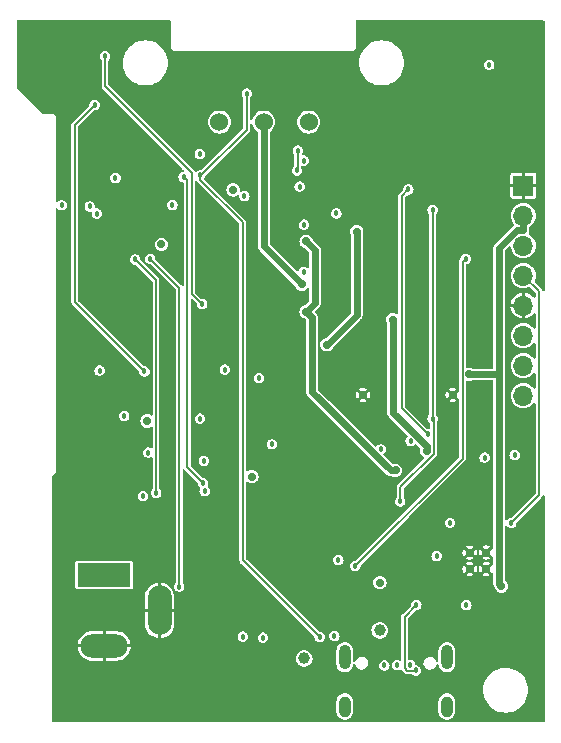
<source format=gbr>
%TF.GenerationSoftware,KiCad,Pcbnew,7.0.10*%
%TF.CreationDate,2024-03-09T07:06:28+08:00*%
%TF.ProjectId,ESP32Sensor-Sensor_board,45535033-3253-4656-9e73-6f722d53656e,rev?*%
%TF.SameCoordinates,Original*%
%TF.FileFunction,Copper,L3,Inr*%
%TF.FilePolarity,Positive*%
%FSLAX46Y46*%
G04 Gerber Fmt 4.6, Leading zero omitted, Abs format (unit mm)*
G04 Created by KiCad (PCBNEW 7.0.10) date 2024-03-09 07:06:28*
%MOMM*%
%LPD*%
G01*
G04 APERTURE LIST*
%TA.AperFunction,ComponentPad*%
%ADD10O,1.000000X2.100000*%
%TD*%
%TA.AperFunction,ComponentPad*%
%ADD11O,1.000000X1.800000*%
%TD*%
%TA.AperFunction,ComponentPad*%
%ADD12C,0.700000*%
%TD*%
%TA.AperFunction,ComponentPad*%
%ADD13R,4.500000X2.000000*%
%TD*%
%TA.AperFunction,ComponentPad*%
%ADD14O,4.000000X2.000000*%
%TD*%
%TA.AperFunction,ComponentPad*%
%ADD15O,2.000000X4.200000*%
%TD*%
%TA.AperFunction,ComponentPad*%
%ADD16R,1.700000X1.700000*%
%TD*%
%TA.AperFunction,ComponentPad*%
%ADD17O,1.700000X1.700000*%
%TD*%
%TA.AperFunction,ComponentPad*%
%ADD18C,1.524000*%
%TD*%
%TA.AperFunction,ViaPad*%
%ADD19C,0.457200*%
%TD*%
%TA.AperFunction,ViaPad*%
%ADD20C,0.711200*%
%TD*%
%TA.AperFunction,ViaPad*%
%ADD21C,1.000000*%
%TD*%
%TA.AperFunction,Conductor*%
%ADD22C,0.152400*%
%TD*%
%TA.AperFunction,Conductor*%
%ADD23C,0.558800*%
%TD*%
G04 APERTURE END LIST*
D10*
%TO.N,N/C*%
%TO.C,J3*%
X166420000Y-128210000D03*
D11*
X166420000Y-132390000D03*
X157780000Y-132390000D03*
D10*
X157780000Y-128210000D03*
%TD*%
D12*
%TO.N,GND*%
%TO.C,U14*%
X159300000Y-106012500D03*
%TD*%
%TO.N,GND*%
%TO.C,U11*%
X166900000Y-106012500D03*
%TD*%
%TO.N,GND*%
%TO.C,U15*%
X168350000Y-120750000D03*
X169750000Y-120750000D03*
X168350000Y-119350000D03*
X169750000Y-119350000D03*
%TD*%
D13*
%TO.N,VBUS*%
%TO.C,J1*%
X137400000Y-121250000D03*
D14*
%TO.N,GND*%
X137400000Y-127250000D03*
D15*
X142100000Y-124250000D03*
%TD*%
D16*
%TO.N,GND*%
%TO.C,J6*%
X172900000Y-88280000D03*
D17*
%TO.N,3.3V*%
X172900000Y-90820000D03*
%TO.N,SCL*%
X172900000Y-93360000D03*
%TO.N,SDA*%
X172900000Y-95900000D03*
%TO.N,GND*%
X172900000Y-98440000D03*
%TO.N,GPIO1*%
X172900000Y-100980000D03*
%TO.N,Mux_Sel_A*%
X172900000Y-103520000D03*
%TO.N,Mux_Sel_B*%
X172900000Y-106060000D03*
%TD*%
D18*
%TO.N,Net-(PD1-An)*%
%TO.C,PD1*%
X154726500Y-82904500D03*
%TO.N,5V_PD*%
X147170000Y-82904500D03*
X150916500Y-82904500D03*
%TD*%
D19*
%TO.N,GND*%
X152650000Y-89025000D03*
X144550000Y-83725000D03*
%TO.N,3.3V*%
X150850000Y-126550000D03*
X156900000Y-126425000D03*
%TO.N,GND*%
X163150000Y-106425000D03*
X136800000Y-110275000D03*
X140125000Y-107900000D03*
X142425000Y-108400000D03*
D20*
%TO.N,3.3V*%
X160750000Y-121900000D03*
%TO.N,5V_PD*%
X154140000Y-96650400D03*
D19*
%TO.N,Net-(PD1-An)*%
X145501000Y-85631500D03*
%TO.N,Net-(U13-FB{slash}SD)*%
X160820000Y-110613000D03*
X151610000Y-110187000D03*
%TO.N,Net-(U2-S4)*%
X153805000Y-85328500D03*
X153736000Y-86995000D03*
D21*
%TO.N,USBC_VBUS*%
X160740000Y-125950000D03*
D19*
%TO.N,Net-(U2-S2)*%
X149277000Y-89184600D03*
X153964000Y-88368300D03*
%TO.N,EPOT_w*%
X143182000Y-89918800D03*
X157066000Y-90635600D03*
%TO.N,5V_SCL*%
X163161000Y-88610600D03*
X163355000Y-109904000D03*
X164798000Y-109352000D03*
%TO.N,5V_SDA*%
X165210000Y-90340800D03*
X165210000Y-108009000D03*
X162475000Y-115025000D03*
%TO.N,Mux_Sel_B*%
X154317000Y-86161400D03*
X138365000Y-87638100D03*
D21*
%TO.N,VBUS*%
X154335000Y-128322000D03*
D19*
%TO.N,NeopixelLED*%
X141143000Y-110888000D03*
%TO.N,ESP_PWM_DIM*%
X136600000Y-81450000D03*
X140819200Y-104022000D03*
%TO.N,Net-(D1-DOUT)*%
X140691000Y-114579000D03*
%TO.N,Mux_Sel_A*%
X136790000Y-90651700D03*
X154332000Y-91593900D03*
%TO.N,GPIO1*%
X136194000Y-90045700D03*
%TO.N,ESP_ADC*%
X133797000Y-89951700D03*
X150514000Y-104586000D03*
%TO.N,Sensor_Second_stage*%
X154300000Y-95575000D03*
X147619000Y-103859000D03*
D20*
%TO.N,-Vs_For_Lock_in*%
X161850000Y-99625000D03*
X164724000Y-110745000D03*
%TO.N,+Vs_For_Lock_in*%
X158791000Y-92177500D03*
X148320000Y-88647300D03*
X156271000Y-101755000D03*
X142252000Y-93270400D03*
%TO.N,5V*%
X154502000Y-92999100D03*
X149906000Y-112918000D03*
X162081000Y-112394000D03*
X154502000Y-98967000D03*
D19*
%TO.N,LED_REF*%
X145706300Y-98329000D03*
X137475000Y-77325000D03*
%TO.N,SDA*%
X171871700Y-116836100D03*
X157229500Y-119983200D03*
X145920900Y-114150700D03*
%TO.N,SCL*%
X158669500Y-120472100D03*
X137026200Y-103954300D03*
X168010500Y-94483900D03*
%TO.N,INT*%
X170000000Y-78050000D03*
X149481600Y-80497300D03*
X145527000Y-87421250D03*
X155653800Y-126501000D03*
%TO.N,ESP_EN*%
X139100000Y-107775000D03*
X169624000Y-111310000D03*
%TO.N,GPIO9*%
X145524000Y-108012000D03*
X172151000Y-111100000D03*
%TO.N,ESP_RXD*%
X144138000Y-87538700D03*
X145775000Y-113487000D03*
X165559000Y-119666000D03*
%TO.N,ESP_TXD*%
X166687000Y-116829000D03*
X145847000Y-111594000D03*
%TO.N,CC2*%
X163324000Y-128895000D03*
%TO.N,D-*%
X141301000Y-94479200D03*
X143764000Y-122240000D03*
X168072000Y-123810000D03*
X162215000Y-128897000D03*
%TO.N,D+*%
X141804000Y-114308000D03*
X163790000Y-129340000D03*
X163831000Y-123789000D03*
X140027000Y-94529300D03*
%TO.N,CC1*%
X161130000Y-128914000D03*
X149150000Y-126475000D03*
D20*
%TO.N,3.3V*%
X171041800Y-122188300D03*
X168307900Y-104266700D03*
X141044200Y-108216500D03*
D21*
%TO.N,GND*%
X169050000Y-120050000D03*
D19*
X162230000Y-119150000D03*
X159420000Y-103500000D03*
X167157000Y-97739200D03*
X161100000Y-98900000D03*
X167040000Y-126410000D03*
X167361000Y-90576400D03*
X160985000Y-86004400D03*
X171575000Y-94450000D03*
X157683000Y-83210400D03*
X158440000Y-104060000D03*
X142970000Y-94850000D03*
X164360000Y-93580000D03*
X159150000Y-87225000D03*
X140925000Y-91475000D03*
X150266000Y-115494000D03*
X145380000Y-102770000D03*
X147475000Y-87575000D03*
X166878000Y-102387000D03*
X166010000Y-121800000D03*
X167056000Y-88341200D03*
X147375000Y-91900000D03*
X163881000Y-89941400D03*
X165775000Y-117700000D03*
X157800000Y-126390000D03*
X148740000Y-90280000D03*
X160985000Y-93268800D03*
%TD*%
D22*
%TO.N,5V_SCL*%
X162600000Y-107154000D02*
X164798000Y-109352000D01*
X162600000Y-89171600D02*
X162600000Y-107154000D01*
X163161000Y-88610600D02*
X162600000Y-89171600D01*
D23*
%TO.N,-Vs_For_Lock_in*%
X164724000Y-110372000D02*
X164724000Y-110745000D01*
X161850000Y-99625000D02*
X161850000Y-107498000D01*
X161850000Y-107498000D02*
X164724000Y-110372000D01*
D22*
%TO.N,SDA*%
X174225000Y-114482800D02*
X171871700Y-116836100D01*
X174225000Y-97225000D02*
X174225000Y-114482800D01*
X172900000Y-95900000D02*
X174225000Y-97225000D01*
%TO.N,INT*%
X149129000Y-119976200D02*
X155653800Y-126501000D01*
X145527000Y-87785700D02*
X149129000Y-91387700D01*
X145527000Y-87421250D02*
X145527000Y-87785700D01*
X149129000Y-91387700D02*
X149129000Y-119976200D01*
X149481600Y-83535900D02*
X149481600Y-80497300D01*
X145596250Y-87421250D02*
X149481600Y-83535900D01*
X145527000Y-87421250D02*
X145596250Y-87421250D01*
%TO.N,ESP_PWM_DIM*%
X134903000Y-98105800D02*
X140819200Y-104022000D01*
X134903000Y-83147000D02*
X134903000Y-98105800D01*
X136600000Y-81450000D02*
X134903000Y-83147000D01*
%TO.N,LED_REF*%
X144808500Y-87222700D02*
X144808500Y-97431200D01*
X137475000Y-79889200D02*
X144808500Y-87222700D01*
X137475000Y-77325000D02*
X137475000Y-79889200D01*
X144808500Y-97431200D02*
X145706300Y-98329000D01*
D23*
%TO.N,5V_PD*%
X150916000Y-93427200D02*
X150916000Y-82904500D01*
X154140000Y-96650400D02*
X150916000Y-93427200D01*
X150916500Y-82904500D02*
X150916000Y-82904500D01*
D22*
%TO.N,Net-(U2-S4)*%
X153805000Y-86926300D02*
X153805000Y-85328500D01*
X153736000Y-86995000D02*
X153805000Y-86926300D01*
%TO.N,5V_SDA*%
X165210000Y-90340800D02*
X165210000Y-108009000D01*
X165314000Y-108114000D02*
X165210000Y-108009000D01*
X165314000Y-110985000D02*
X165314000Y-108114000D01*
X162475000Y-113824000D02*
X165314000Y-110985000D01*
X162475000Y-115025000D02*
X162475000Y-113824000D01*
D23*
%TO.N,+Vs_For_Lock_in*%
X158791000Y-99235100D02*
X158791000Y-92177500D01*
X156271000Y-101755000D02*
X158791000Y-99235100D01*
%TO.N,5V*%
X155266000Y-98202300D02*
X154502000Y-98967000D01*
X155266000Y-93763800D02*
X155266000Y-98202300D01*
X154502000Y-92999100D02*
X155266000Y-93763800D01*
X161654000Y-112394000D02*
X162081000Y-112394000D01*
X154987000Y-105727000D02*
X161654000Y-112394000D01*
X154987000Y-99452400D02*
X154987000Y-105727000D01*
X154502000Y-98967000D02*
X154987000Y-99452400D01*
D22*
%TO.N,SCL*%
X167747200Y-111394400D02*
X158669500Y-120472100D01*
X167747200Y-94747200D02*
X167747200Y-111394400D01*
X168010500Y-94483900D02*
X167747200Y-94747200D01*
%TO.N,ESP_RXD*%
X144430000Y-87830300D02*
X144138000Y-87538700D01*
X144430000Y-112142000D02*
X144430000Y-87830300D01*
X145775000Y-113487000D02*
X144430000Y-112142000D01*
%TO.N,D-*%
X143764000Y-96942100D02*
X143764000Y-122240000D01*
X141301000Y-94479200D02*
X143764000Y-96942100D01*
%TO.N,D+*%
X141804000Y-96306200D02*
X140027000Y-94529300D01*
X141804000Y-114308000D02*
X141804000Y-96306200D01*
X162843000Y-124777000D02*
X163831000Y-123789000D01*
X162843000Y-129168000D02*
X162843000Y-124777000D01*
X163025000Y-129350000D02*
X162843000Y-129168000D01*
X163780000Y-129350000D02*
X163025000Y-129350000D01*
X163790000Y-129340000D02*
X163780000Y-129350000D01*
D23*
%TO.N,3.3V*%
X172900000Y-90820000D02*
X172900000Y-92078300D01*
X170849600Y-104266700D02*
X168307900Y-104266700D01*
X170849600Y-93578200D02*
X170849600Y-104266700D01*
X172349500Y-92078300D02*
X170849600Y-93578200D01*
X172900000Y-92078300D02*
X172349500Y-92078300D01*
X170849600Y-121996100D02*
X171041800Y-122188300D01*
X170849600Y-104266700D02*
X170849600Y-121996100D01*
%TD*%
%TA.AperFunction,Conductor*%
%TO.N,GND*%
G36*
X143058691Y-74319407D02*
G01*
X143094655Y-74368907D01*
X143099500Y-74399500D01*
X143099500Y-76544272D01*
X143095722Y-76571361D01*
X143095599Y-76571790D01*
X143095599Y-76571794D01*
X143099078Y-76609337D01*
X143099500Y-76618471D01*
X143099500Y-76627844D01*
X143101222Y-76637060D01*
X143102483Y-76646105D01*
X143105964Y-76683656D01*
X143105965Y-76683661D01*
X143106167Y-76684066D01*
X143114855Y-76709987D01*
X143114937Y-76710428D01*
X143114940Y-76710436D01*
X143134786Y-76742489D01*
X143139235Y-76750475D01*
X143156042Y-76784228D01*
X143156369Y-76784526D01*
X143173842Y-76805567D01*
X143174079Y-76805950D01*
X143174080Y-76805952D01*
X143190110Y-76818056D01*
X143204170Y-76828674D01*
X143211195Y-76834507D01*
X143239067Y-76859916D01*
X143239483Y-76860077D01*
X143263377Y-76873385D01*
X143263736Y-76873656D01*
X143300015Y-76883977D01*
X143308657Y-76886874D01*
X143343827Y-76900500D01*
X143344273Y-76900500D01*
X143371364Y-76904279D01*
X143371793Y-76904401D01*
X143409338Y-76900921D01*
X143418471Y-76900500D01*
X158344273Y-76900500D01*
X158371364Y-76904279D01*
X158371793Y-76904401D01*
X158409338Y-76900921D01*
X158418471Y-76900500D01*
X158427844Y-76900500D01*
X158437058Y-76898777D01*
X158446101Y-76897515D01*
X158483660Y-76894035D01*
X158484054Y-76893838D01*
X158510000Y-76885141D01*
X158510433Y-76885061D01*
X158542498Y-76865205D01*
X158550462Y-76860770D01*
X158584228Y-76843958D01*
X158584519Y-76843638D01*
X158605576Y-76826151D01*
X158605952Y-76825919D01*
X158628671Y-76795831D01*
X158634515Y-76788795D01*
X158638407Y-76784526D01*
X158659916Y-76760933D01*
X158660076Y-76760521D01*
X158673395Y-76736609D01*
X158673656Y-76736264D01*
X158683976Y-76699989D01*
X158686869Y-76691354D01*
X158700500Y-76656173D01*
X158700500Y-76655726D01*
X158704279Y-76628635D01*
X158704401Y-76628207D01*
X158700922Y-76590662D01*
X158700500Y-76581528D01*
X158700500Y-74399500D01*
X158719407Y-74341309D01*
X158768907Y-74305345D01*
X158799500Y-74300500D01*
X174600500Y-74300500D01*
X174658691Y-74319407D01*
X174694655Y-74368907D01*
X174699500Y-74399500D01*
X174699500Y-97120539D01*
X174680593Y-97178730D01*
X174631093Y-97214694D01*
X174569907Y-97214694D01*
X174520407Y-97178730D01*
X174509938Y-97160532D01*
X174505347Y-97150136D01*
X174498594Y-97128328D01*
X174496970Y-97119639D01*
X174496969Y-97119636D01*
X174482851Y-97096834D01*
X174476458Y-97084705D01*
X174465625Y-97060169D01*
X174459365Y-97053909D01*
X174445196Y-97036019D01*
X174440545Y-97028507D01*
X174440544Y-97028506D01*
X174419144Y-97012345D01*
X174408802Y-97003346D01*
X173876778Y-96471322D01*
X173849001Y-96416805D01*
X173858572Y-96356373D01*
X173859473Y-96354648D01*
X173884515Y-96307799D01*
X173945155Y-96107894D01*
X173945156Y-96107889D01*
X173965631Y-95900003D01*
X173965631Y-95899996D01*
X173945156Y-95692110D01*
X173945155Y-95692105D01*
X173926759Y-95631465D01*
X173884515Y-95492201D01*
X173884512Y-95492195D01*
X173786047Y-95307978D01*
X173786042Y-95307971D01*
X173786040Y-95307967D01*
X173674023Y-95171474D01*
X173653519Y-95146489D01*
X173653510Y-95146480D01*
X173559370Y-95069222D01*
X173492033Y-95013960D01*
X173492030Y-95013958D01*
X173492021Y-95013952D01*
X173307804Y-94915487D01*
X173307799Y-94915485D01*
X173107894Y-94854844D01*
X173107889Y-94854843D01*
X172900003Y-94834369D01*
X172899997Y-94834369D01*
X172692110Y-94854843D01*
X172692105Y-94854844D01*
X172492200Y-94915485D01*
X172492195Y-94915487D01*
X172307978Y-95013952D01*
X172307968Y-95013959D01*
X172146489Y-95146480D01*
X172146480Y-95146489D01*
X172013959Y-95307968D01*
X172013952Y-95307978D01*
X171915487Y-95492195D01*
X171915485Y-95492200D01*
X171854844Y-95692105D01*
X171854843Y-95692110D01*
X171834369Y-95899996D01*
X171834369Y-95900003D01*
X171854843Y-96107889D01*
X171854844Y-96107894D01*
X171915485Y-96307799D01*
X171915487Y-96307804D01*
X172013952Y-96492021D01*
X172013958Y-96492030D01*
X172013960Y-96492033D01*
X172022647Y-96502618D01*
X172146480Y-96653510D01*
X172146489Y-96653519D01*
X172221800Y-96715324D01*
X172307967Y-96786040D01*
X172307971Y-96786042D01*
X172307978Y-96786047D01*
X172477726Y-96876778D01*
X172492201Y-96884515D01*
X172631465Y-96926759D01*
X172692105Y-96945155D01*
X172692110Y-96945156D01*
X172899997Y-96965631D01*
X172900000Y-96965631D01*
X172900003Y-96965631D01*
X173107889Y-96945156D01*
X173107894Y-96945155D01*
X173307799Y-96884515D01*
X173354651Y-96859471D01*
X173414882Y-96848716D01*
X173469934Y-96875417D01*
X173471323Y-96876778D01*
X173909304Y-97314759D01*
X173937081Y-97369276D01*
X173938300Y-97384763D01*
X173938300Y-97694237D01*
X173919393Y-97752428D01*
X173869893Y-97788392D01*
X173808707Y-97788392D01*
X173760297Y-97753898D01*
X173716394Y-97695762D01*
X173565733Y-97558417D01*
X173392418Y-97451104D01*
X173392413Y-97451101D01*
X173202316Y-97377458D01*
X173025000Y-97344311D01*
X173025000Y-97952830D01*
X172935763Y-97940000D01*
X172864237Y-97940000D01*
X172775000Y-97952830D01*
X172775000Y-97344312D01*
X172774999Y-97344311D01*
X172597683Y-97377458D01*
X172407586Y-97451101D01*
X172407581Y-97451104D01*
X172234266Y-97558417D01*
X172083608Y-97695759D01*
X171960755Y-97858442D01*
X171960750Y-97858451D01*
X171869887Y-98040929D01*
X171814097Y-98237010D01*
X171806871Y-98315000D01*
X172415595Y-98315000D01*
X172400000Y-98368111D01*
X172400000Y-98511889D01*
X172415595Y-98565000D01*
X171806871Y-98565000D01*
X171814097Y-98642989D01*
X171869887Y-98839070D01*
X171960750Y-99021548D01*
X171960755Y-99021557D01*
X172083608Y-99184240D01*
X172234266Y-99321582D01*
X172407581Y-99428895D01*
X172407586Y-99428898D01*
X172597683Y-99502541D01*
X172774999Y-99535687D01*
X172775000Y-99535687D01*
X172775000Y-98927169D01*
X172864237Y-98940000D01*
X172935763Y-98940000D01*
X173025000Y-98927169D01*
X173025000Y-99535687D01*
X173202316Y-99502541D01*
X173392413Y-99428898D01*
X173392418Y-99428895D01*
X173565733Y-99321582D01*
X173716391Y-99184240D01*
X173760296Y-99126101D01*
X173810452Y-99091058D01*
X173871627Y-99092189D01*
X173920454Y-99129061D01*
X173938300Y-99185762D01*
X173938300Y-100296810D01*
X173919393Y-100355001D01*
X173869893Y-100390965D01*
X173808707Y-100390965D01*
X173762772Y-100359615D01*
X173653519Y-100226489D01*
X173653510Y-100226480D01*
X173559370Y-100149222D01*
X173492033Y-100093960D01*
X173492030Y-100093958D01*
X173492021Y-100093952D01*
X173307804Y-99995487D01*
X173307799Y-99995485D01*
X173107894Y-99934844D01*
X173107889Y-99934843D01*
X172900003Y-99914369D01*
X172899997Y-99914369D01*
X172692110Y-99934843D01*
X172692105Y-99934844D01*
X172492200Y-99995485D01*
X172492195Y-99995487D01*
X172307978Y-100093952D01*
X172307968Y-100093959D01*
X172146489Y-100226480D01*
X172146480Y-100226489D01*
X172013959Y-100387968D01*
X172013952Y-100387978D01*
X171915487Y-100572195D01*
X171915485Y-100572200D01*
X171854844Y-100772105D01*
X171854843Y-100772110D01*
X171834369Y-100979996D01*
X171834369Y-100980003D01*
X171854843Y-101187889D01*
X171854844Y-101187894D01*
X171915485Y-101387799D01*
X171915487Y-101387804D01*
X172013952Y-101572021D01*
X172013958Y-101572030D01*
X172013960Y-101572033D01*
X172037228Y-101600385D01*
X172146480Y-101733510D01*
X172146489Y-101733519D01*
X172221800Y-101795324D01*
X172307967Y-101866040D01*
X172307971Y-101866042D01*
X172307978Y-101866047D01*
X172492195Y-101964512D01*
X172492201Y-101964515D01*
X172631465Y-102006759D01*
X172692105Y-102025155D01*
X172692110Y-102025156D01*
X172899997Y-102045631D01*
X172900000Y-102045631D01*
X172900003Y-102045631D01*
X173107889Y-102025156D01*
X173107894Y-102025155D01*
X173307799Y-101964515D01*
X173373850Y-101929209D01*
X173492021Y-101866047D01*
X173492024Y-101866044D01*
X173492033Y-101866040D01*
X173653515Y-101733515D01*
X173653519Y-101733509D01*
X173653523Y-101733506D01*
X173762772Y-101600385D01*
X173814303Y-101567397D01*
X173875382Y-101570998D01*
X173922679Y-101609814D01*
X173938300Y-101663189D01*
X173938300Y-102836810D01*
X173919393Y-102895001D01*
X173869893Y-102930965D01*
X173808707Y-102930965D01*
X173762772Y-102899615D01*
X173653519Y-102766489D01*
X173653510Y-102766480D01*
X173559370Y-102689222D01*
X173492033Y-102633960D01*
X173492030Y-102633958D01*
X173492021Y-102633952D01*
X173307804Y-102535487D01*
X173307799Y-102535485D01*
X173107894Y-102474844D01*
X173107889Y-102474843D01*
X172900003Y-102454369D01*
X172899997Y-102454369D01*
X172692110Y-102474843D01*
X172692105Y-102474844D01*
X172492200Y-102535485D01*
X172492195Y-102535487D01*
X172307978Y-102633952D01*
X172307968Y-102633959D01*
X172146489Y-102766480D01*
X172146480Y-102766489D01*
X172013959Y-102927968D01*
X172013952Y-102927978D01*
X171915487Y-103112195D01*
X171915485Y-103112200D01*
X171854844Y-103312105D01*
X171854843Y-103312110D01*
X171834369Y-103519996D01*
X171834369Y-103520003D01*
X171854843Y-103727889D01*
X171854844Y-103727894D01*
X171915485Y-103927799D01*
X171915487Y-103927804D01*
X172013952Y-104112021D01*
X172013958Y-104112030D01*
X172013960Y-104112033D01*
X172037228Y-104140385D01*
X172146480Y-104273510D01*
X172146489Y-104273519D01*
X172221800Y-104335324D01*
X172307967Y-104406040D01*
X172307971Y-104406042D01*
X172307978Y-104406047D01*
X172492195Y-104504512D01*
X172492201Y-104504515D01*
X172631465Y-104546759D01*
X172692105Y-104565155D01*
X172692110Y-104565156D01*
X172899997Y-104585631D01*
X172900000Y-104585631D01*
X172900003Y-104585631D01*
X173107889Y-104565156D01*
X173107894Y-104565155D01*
X173307799Y-104504515D01*
X173389171Y-104461021D01*
X173492021Y-104406047D01*
X173492024Y-104406044D01*
X173492033Y-104406040D01*
X173653515Y-104273515D01*
X173653519Y-104273509D01*
X173653523Y-104273506D01*
X173762772Y-104140385D01*
X173814303Y-104107397D01*
X173875382Y-104110998D01*
X173922679Y-104149814D01*
X173938300Y-104203189D01*
X173938300Y-105376810D01*
X173919393Y-105435001D01*
X173869893Y-105470965D01*
X173808707Y-105470965D01*
X173762772Y-105439615D01*
X173653519Y-105306489D01*
X173653510Y-105306480D01*
X173559370Y-105229222D01*
X173492033Y-105173960D01*
X173492030Y-105173958D01*
X173492021Y-105173952D01*
X173307804Y-105075487D01*
X173307799Y-105075485D01*
X173107894Y-105014844D01*
X173107889Y-105014843D01*
X172900003Y-104994369D01*
X172899997Y-104994369D01*
X172692110Y-105014843D01*
X172692105Y-105014844D01*
X172492200Y-105075485D01*
X172492195Y-105075487D01*
X172307978Y-105173952D01*
X172307968Y-105173959D01*
X172146489Y-105306480D01*
X172146480Y-105306489D01*
X172013959Y-105467968D01*
X172013952Y-105467978D01*
X171915487Y-105652195D01*
X171915485Y-105652200D01*
X171854844Y-105852105D01*
X171854843Y-105852110D01*
X171834369Y-106059996D01*
X171834369Y-106060003D01*
X171854843Y-106267889D01*
X171854844Y-106267894D01*
X171915485Y-106467799D01*
X171915487Y-106467804D01*
X172013952Y-106652021D01*
X172013958Y-106652030D01*
X172013960Y-106652033D01*
X172037228Y-106680385D01*
X172146480Y-106813510D01*
X172146489Y-106813519D01*
X172221800Y-106875324D01*
X172307967Y-106946040D01*
X172307971Y-106946042D01*
X172307978Y-106946047D01*
X172492195Y-107044512D01*
X172492201Y-107044515D01*
X172631465Y-107086759D01*
X172692105Y-107105155D01*
X172692110Y-107105156D01*
X172899997Y-107125631D01*
X172900000Y-107125631D01*
X172900003Y-107125631D01*
X173107889Y-107105156D01*
X173107894Y-107105155D01*
X173307799Y-107044515D01*
X173401863Y-106994237D01*
X173492021Y-106946047D01*
X173492024Y-106946044D01*
X173492033Y-106946040D01*
X173653515Y-106813515D01*
X173653519Y-106813509D01*
X173653523Y-106813506D01*
X173762772Y-106680385D01*
X173814303Y-106647397D01*
X173875382Y-106650998D01*
X173922679Y-106689814D01*
X173938300Y-106743189D01*
X173938300Y-114323037D01*
X173919393Y-114381228D01*
X173909304Y-114393041D01*
X171934341Y-116368004D01*
X171879824Y-116395781D01*
X171864337Y-116397000D01*
X171808565Y-116397000D01*
X171687414Y-116432574D01*
X171581197Y-116500835D01*
X171581196Y-116500836D01*
X171513319Y-116579170D01*
X171460922Y-116610765D01*
X171399962Y-116605529D01*
X171353721Y-116565461D01*
X171339500Y-116514338D01*
X171339500Y-111100002D01*
X171707385Y-111100002D01*
X171725353Y-111224975D01*
X171725354Y-111224978D01*
X171725354Y-111224979D01*
X171725355Y-111224981D01*
X171771990Y-111327099D01*
X171777808Y-111339838D01*
X171790222Y-111354164D01*
X171860494Y-111435262D01*
X171860496Y-111435263D01*
X171860497Y-111435264D01*
X171913024Y-111469021D01*
X171966716Y-111503526D01*
X172087867Y-111539100D01*
X172087868Y-111539100D01*
X172214132Y-111539100D01*
X172214133Y-111539100D01*
X172335284Y-111503526D01*
X172441506Y-111435262D01*
X172524193Y-111339836D01*
X172576645Y-111224981D01*
X172576892Y-111223262D01*
X172594615Y-111100002D01*
X172594615Y-111099997D01*
X172576646Y-110975024D01*
X172576645Y-110975021D01*
X172576645Y-110975019D01*
X172524193Y-110860164D01*
X172524191Y-110860162D01*
X172524191Y-110860161D01*
X172490377Y-110821139D01*
X172441506Y-110764738D01*
X172441503Y-110764736D01*
X172441502Y-110764735D01*
X172335285Y-110696474D01*
X172214134Y-110660900D01*
X172214133Y-110660900D01*
X172087867Y-110660900D01*
X172087865Y-110660900D01*
X171966714Y-110696474D01*
X171860497Y-110764735D01*
X171860493Y-110764739D01*
X171777808Y-110860161D01*
X171725354Y-110975021D01*
X171725353Y-110975024D01*
X171707385Y-111099997D01*
X171707385Y-111100002D01*
X171339500Y-111100002D01*
X171339500Y-93822130D01*
X171358407Y-93763939D01*
X171368490Y-93752132D01*
X171679746Y-93440875D01*
X171734263Y-93413099D01*
X171794695Y-93422670D01*
X171837960Y-93465935D01*
X171848273Y-93501176D01*
X171854843Y-93567888D01*
X171854844Y-93567894D01*
X171915485Y-93767799D01*
X171915487Y-93767804D01*
X172013952Y-93952021D01*
X172013958Y-93952030D01*
X172013960Y-93952033D01*
X172046868Y-93992131D01*
X172146480Y-94113510D01*
X172146489Y-94113519D01*
X172221800Y-94175324D01*
X172307967Y-94246040D01*
X172307971Y-94246042D01*
X172307978Y-94246047D01*
X172492195Y-94344512D01*
X172492201Y-94344515D01*
X172631465Y-94386759D01*
X172692105Y-94405155D01*
X172692110Y-94405156D01*
X172899997Y-94425631D01*
X172900000Y-94425631D01*
X172900003Y-94425631D01*
X173107889Y-94405156D01*
X173107894Y-94405155D01*
X173110650Y-94404319D01*
X173307799Y-94344515D01*
X173373850Y-94309209D01*
X173492021Y-94246047D01*
X173492024Y-94246044D01*
X173492033Y-94246040D01*
X173653515Y-94113515D01*
X173786040Y-93952033D01*
X173786044Y-93952024D01*
X173786047Y-93952021D01*
X173852739Y-93827248D01*
X173884515Y-93767799D01*
X173945155Y-93567894D01*
X173945156Y-93567889D01*
X173965631Y-93360003D01*
X173965631Y-93359996D01*
X173945156Y-93152110D01*
X173945155Y-93152105D01*
X173926759Y-93091465D01*
X173884515Y-92952201D01*
X173884512Y-92952195D01*
X173786047Y-92767978D01*
X173786042Y-92767971D01*
X173786040Y-92767967D01*
X173715324Y-92681800D01*
X173653519Y-92606489D01*
X173653510Y-92606480D01*
X173559370Y-92529222D01*
X173492033Y-92473960D01*
X173492030Y-92473958D01*
X173492025Y-92473955D01*
X173390181Y-92419518D01*
X173347775Y-92375412D01*
X173339392Y-92314804D01*
X173348733Y-92291019D01*
X173347268Y-92290350D01*
X173350210Y-92283906D01*
X173350211Y-92283905D01*
X173358188Y-92256735D01*
X173363125Y-92243500D01*
X173374890Y-92217740D01*
X173378921Y-92189696D01*
X173381920Y-92175911D01*
X173389900Y-92148737D01*
X173389900Y-92007863D01*
X173389900Y-91819969D01*
X173408807Y-91761778D01*
X173442231Y-91732659D01*
X173492033Y-91706040D01*
X173653515Y-91573515D01*
X173786040Y-91412033D01*
X173786044Y-91412024D01*
X173786047Y-91412021D01*
X173884512Y-91227804D01*
X173884515Y-91227799D01*
X173945155Y-91027894D01*
X173945156Y-91027889D01*
X173965631Y-90820003D01*
X173965631Y-90819996D01*
X173945156Y-90612110D01*
X173945155Y-90612105D01*
X173914370Y-90510621D01*
X173884515Y-90412201D01*
X173884333Y-90411861D01*
X173786047Y-90227978D01*
X173786042Y-90227971D01*
X173786040Y-90227967D01*
X173715324Y-90141800D01*
X173653519Y-90066489D01*
X173653510Y-90066480D01*
X173559370Y-89989222D01*
X173492033Y-89933960D01*
X173492030Y-89933958D01*
X173492021Y-89933952D01*
X173307804Y-89835487D01*
X173307799Y-89835485D01*
X173107894Y-89774844D01*
X173107889Y-89774843D01*
X172900003Y-89754369D01*
X172899997Y-89754369D01*
X172692110Y-89774843D01*
X172692105Y-89774844D01*
X172492200Y-89835485D01*
X172492195Y-89835487D01*
X172307978Y-89933952D01*
X172307968Y-89933959D01*
X172146489Y-90066480D01*
X172146480Y-90066489D01*
X172013959Y-90227968D01*
X172013952Y-90227978D01*
X171915487Y-90412195D01*
X171915485Y-90412200D01*
X171854844Y-90612105D01*
X171854843Y-90612110D01*
X171834369Y-90819996D01*
X171834369Y-90820003D01*
X171854843Y-91027889D01*
X171854844Y-91027894D01*
X171915485Y-91227799D01*
X171915487Y-91227804D01*
X172013952Y-91412021D01*
X172013958Y-91412030D01*
X172013960Y-91412033D01*
X172045454Y-91450408D01*
X172101146Y-91518270D01*
X172123445Y-91575247D01*
X172107996Y-91634449D01*
X172086302Y-91656183D01*
X172087267Y-91657296D01*
X172081917Y-91661931D01*
X172081916Y-91661932D01*
X172044580Y-91694284D01*
X172039079Y-91698716D01*
X172027866Y-91707109D01*
X172017953Y-91717022D01*
X172012788Y-91721831D01*
X171975450Y-91754185D01*
X171971598Y-91760179D01*
X171958321Y-91776654D01*
X170547954Y-93187021D01*
X170531479Y-93200298D01*
X170525485Y-93204150D01*
X170493131Y-93241488D01*
X170488322Y-93246653D01*
X170478409Y-93256566D01*
X170470016Y-93267779D01*
X170465589Y-93273273D01*
X170455781Y-93284593D01*
X170433231Y-93310617D01*
X170433229Y-93310619D01*
X170430268Y-93317103D01*
X170419479Y-93335286D01*
X170415206Y-93340994D01*
X170415202Y-93341001D01*
X170397935Y-93387296D01*
X170395231Y-93393823D01*
X170374710Y-93438759D01*
X170374708Y-93438764D01*
X170373695Y-93445814D01*
X170368463Y-93466314D01*
X170365974Y-93472986D01*
X170365972Y-93472995D01*
X170362449Y-93522262D01*
X170361694Y-93529284D01*
X170359700Y-93543156D01*
X170359700Y-93557170D01*
X170359448Y-93564232D01*
X170355924Y-93613508D01*
X170357438Y-93620468D01*
X170359700Y-93641512D01*
X170359700Y-103677800D01*
X170340793Y-103735991D01*
X170291293Y-103771955D01*
X170260700Y-103776800D01*
X168624162Y-103776800D01*
X168586277Y-103769264D01*
X168455682Y-103715171D01*
X168455681Y-103715170D01*
X168307901Y-103695715D01*
X168307899Y-103695715D01*
X168160116Y-103715171D01*
X168158524Y-103715598D01*
X168157344Y-103715536D01*
X168153685Y-103716018D01*
X168153595Y-103715339D01*
X168097423Y-103712397D01*
X168049872Y-103673892D01*
X168033900Y-103619972D01*
X168033900Y-95008777D01*
X168052807Y-94950586D01*
X168102307Y-94914622D01*
X168104992Y-94913791D01*
X168194784Y-94887426D01*
X168301006Y-94819162D01*
X168383693Y-94723736D01*
X168436145Y-94608881D01*
X168437147Y-94601910D01*
X168454115Y-94483902D01*
X168454115Y-94483897D01*
X168436146Y-94358924D01*
X168436145Y-94358921D01*
X168436145Y-94358919D01*
X168383693Y-94244064D01*
X168383691Y-94244062D01*
X168383691Y-94244061D01*
X168340343Y-94194035D01*
X168301006Y-94148638D01*
X168301003Y-94148636D01*
X168301002Y-94148635D01*
X168194785Y-94080374D01*
X168073634Y-94044800D01*
X168073633Y-94044800D01*
X167947367Y-94044800D01*
X167947365Y-94044800D01*
X167826214Y-94080374D01*
X167719997Y-94148635D01*
X167719993Y-94148639D01*
X167637308Y-94244061D01*
X167584854Y-94358921D01*
X167584853Y-94358924D01*
X167565877Y-94490908D01*
X167563780Y-94490606D01*
X167547978Y-94539243D01*
X167537891Y-94551053D01*
X167525689Y-94563255D01*
X167525310Y-94563711D01*
X167517292Y-94573833D01*
X167499223Y-94593654D01*
X167499222Y-94593656D01*
X167496024Y-94601910D01*
X167485389Y-94622086D01*
X167480385Y-94629390D01*
X167480384Y-94629393D01*
X167474242Y-94655503D01*
X167470190Y-94668587D01*
X167460500Y-94693604D01*
X167460500Y-94702453D01*
X167457870Y-94725121D01*
X167455845Y-94733729D01*
X167459551Y-94760297D01*
X167460500Y-94773974D01*
X167460500Y-105587768D01*
X167441593Y-105645959D01*
X167431504Y-105657771D01*
X167076777Y-106012499D01*
X167431504Y-106367226D01*
X167459281Y-106421743D01*
X167460500Y-106437230D01*
X167460500Y-111234637D01*
X167441593Y-111292828D01*
X167431504Y-111304641D01*
X158732141Y-120004004D01*
X158677624Y-120031781D01*
X158662137Y-120033000D01*
X158606365Y-120033000D01*
X158485214Y-120068574D01*
X158378997Y-120136835D01*
X158378993Y-120136839D01*
X158296308Y-120232261D01*
X158243854Y-120347121D01*
X158243853Y-120347124D01*
X158225885Y-120472097D01*
X158225885Y-120472102D01*
X158243853Y-120597075D01*
X158243854Y-120597078D01*
X158296308Y-120711938D01*
X158333444Y-120754795D01*
X158378994Y-120807362D01*
X158485216Y-120875626D01*
X158606367Y-120911200D01*
X158606368Y-120911200D01*
X158732632Y-120911200D01*
X158732633Y-120911200D01*
X158853784Y-120875626D01*
X158960006Y-120807362D01*
X159009710Y-120750000D01*
X167744823Y-120750000D01*
X167765443Y-120906630D01*
X167765444Y-120906631D01*
X167825900Y-121052587D01*
X167845322Y-121077900D01*
X168173222Y-120750000D01*
X168194709Y-120750000D01*
X168215514Y-120827645D01*
X168272355Y-120884486D01*
X168330254Y-120900000D01*
X168369746Y-120900000D01*
X168427645Y-120884486D01*
X168484486Y-120827646D01*
X168505291Y-120750000D01*
X168505291Y-120749999D01*
X168526777Y-120749999D01*
X168854677Y-121077899D01*
X168874095Y-121052594D01*
X168874100Y-121052585D01*
X168934555Y-120906631D01*
X168934556Y-120906630D01*
X168951847Y-120775294D01*
X168961624Y-120754795D01*
X168958507Y-120745202D01*
X169138376Y-120745202D01*
X169148153Y-120775294D01*
X169165443Y-120906630D01*
X169165444Y-120906631D01*
X169225900Y-121052587D01*
X169245322Y-121077900D01*
X169573222Y-120750000D01*
X169594709Y-120750000D01*
X169615514Y-120827645D01*
X169672355Y-120884486D01*
X169730254Y-120900000D01*
X169769746Y-120900000D01*
X169827645Y-120884486D01*
X169884486Y-120827646D01*
X169905291Y-120750000D01*
X169884486Y-120672355D01*
X169827645Y-120615514D01*
X169769746Y-120600000D01*
X169730254Y-120600000D01*
X169672355Y-120615514D01*
X169615514Y-120672354D01*
X169594709Y-120750000D01*
X169573222Y-120750000D01*
X169245322Y-120422100D01*
X169225901Y-120447410D01*
X169165445Y-120593364D01*
X169165443Y-120593372D01*
X169148153Y-120724705D01*
X169138376Y-120745202D01*
X168958507Y-120745202D01*
X168951847Y-120724705D01*
X168934556Y-120593372D01*
X168934554Y-120593363D01*
X168874100Y-120447414D01*
X168874097Y-120447409D01*
X168854675Y-120422099D01*
X168526777Y-120749999D01*
X168505291Y-120749999D01*
X168484486Y-120672355D01*
X168427645Y-120615514D01*
X168369746Y-120600000D01*
X168330254Y-120600000D01*
X168272355Y-120615514D01*
X168215514Y-120672354D01*
X168194709Y-120750000D01*
X168173222Y-120750000D01*
X167845322Y-120422100D01*
X167825901Y-120447410D01*
X167765445Y-120593364D01*
X167765443Y-120593372D01*
X167744823Y-120749999D01*
X167744823Y-120750000D01*
X159009710Y-120750000D01*
X159042693Y-120711936D01*
X159095145Y-120597081D01*
X159095678Y-120593372D01*
X159114123Y-120465092D01*
X159116219Y-120465393D01*
X159132022Y-120416756D01*
X159142111Y-120404943D01*
X159301732Y-120245322D01*
X168022100Y-120245322D01*
X168350000Y-120573222D01*
X168677900Y-120245322D01*
X169422100Y-120245322D01*
X169750000Y-120573222D01*
X170077900Y-120245322D01*
X170052587Y-120225900D01*
X169906631Y-120165444D01*
X169906630Y-120165443D01*
X169775294Y-120148153D01*
X169754795Y-120138375D01*
X169724705Y-120148153D01*
X169593372Y-120165443D01*
X169593364Y-120165445D01*
X169447410Y-120225901D01*
X169422100Y-120245322D01*
X168677900Y-120245322D01*
X168652587Y-120225900D01*
X168506631Y-120165444D01*
X168506630Y-120165443D01*
X168375294Y-120148153D01*
X168354795Y-120138375D01*
X168324705Y-120148153D01*
X168193372Y-120165443D01*
X168193364Y-120165445D01*
X168047410Y-120225901D01*
X168022100Y-120245322D01*
X159301732Y-120245322D01*
X159881052Y-119666002D01*
X165115385Y-119666002D01*
X165133353Y-119790975D01*
X165133354Y-119790978D01*
X165133354Y-119790979D01*
X165133355Y-119790981D01*
X165171314Y-119874100D01*
X165185808Y-119905838D01*
X165192431Y-119913481D01*
X165268494Y-120001262D01*
X165268496Y-120001263D01*
X165268497Y-120001264D01*
X165373234Y-120068574D01*
X165374716Y-120069526D01*
X165495867Y-120105100D01*
X165495868Y-120105100D01*
X165622132Y-120105100D01*
X165622133Y-120105100D01*
X165743284Y-120069526D01*
X165849506Y-120001262D01*
X165932193Y-119905836D01*
X165955557Y-119854676D01*
X168022099Y-119854676D01*
X168047411Y-119874099D01*
X168193368Y-119934555D01*
X168193369Y-119934556D01*
X168324705Y-119951847D01*
X168345202Y-119961623D01*
X168375294Y-119951847D01*
X168506630Y-119934556D01*
X168506631Y-119934555D01*
X168652585Y-119874100D01*
X168652594Y-119874095D01*
X168677899Y-119854677D01*
X168677898Y-119854676D01*
X169422099Y-119854676D01*
X169447411Y-119874099D01*
X169593368Y-119934555D01*
X169593369Y-119934556D01*
X169724705Y-119951847D01*
X169745202Y-119961623D01*
X169775294Y-119951847D01*
X169906630Y-119934556D01*
X169906631Y-119934555D01*
X170052585Y-119874100D01*
X170052594Y-119874095D01*
X170077899Y-119854677D01*
X169749999Y-119526777D01*
X169422099Y-119854676D01*
X168677898Y-119854676D01*
X168349999Y-119526777D01*
X168022099Y-119854676D01*
X165955557Y-119854676D01*
X165984645Y-119790981D01*
X165986696Y-119776717D01*
X166002615Y-119666002D01*
X166002615Y-119665997D01*
X165984646Y-119541024D01*
X165984645Y-119541021D01*
X165984645Y-119541019D01*
X165932193Y-119426164D01*
X165932191Y-119426162D01*
X165932191Y-119426161D01*
X165870351Y-119354795D01*
X165866196Y-119350000D01*
X167744823Y-119350000D01*
X167765443Y-119506630D01*
X167765444Y-119506631D01*
X167825900Y-119652587D01*
X167845322Y-119677900D01*
X168173222Y-119350000D01*
X168194709Y-119350000D01*
X168215514Y-119427645D01*
X168272355Y-119484486D01*
X168330254Y-119500000D01*
X168369746Y-119500000D01*
X168427645Y-119484486D01*
X168484486Y-119427646D01*
X168505291Y-119350000D01*
X168505291Y-119349999D01*
X168526777Y-119349999D01*
X168854677Y-119677899D01*
X168874095Y-119652594D01*
X168874100Y-119652585D01*
X168934555Y-119506631D01*
X168934556Y-119506630D01*
X168951847Y-119375294D01*
X168961624Y-119354795D01*
X168958507Y-119345202D01*
X169138376Y-119345202D01*
X169148153Y-119375294D01*
X169165443Y-119506630D01*
X169165444Y-119506631D01*
X169225900Y-119652587D01*
X169245322Y-119677900D01*
X169573222Y-119350000D01*
X169594709Y-119350000D01*
X169615514Y-119427645D01*
X169672355Y-119484486D01*
X169730254Y-119500000D01*
X169769746Y-119500000D01*
X169827645Y-119484486D01*
X169884486Y-119427646D01*
X169905291Y-119350000D01*
X169884486Y-119272355D01*
X169827645Y-119215514D01*
X169769746Y-119200000D01*
X169730254Y-119200000D01*
X169672355Y-119215514D01*
X169615514Y-119272354D01*
X169594709Y-119350000D01*
X169573222Y-119350000D01*
X169245322Y-119022100D01*
X169225901Y-119047410D01*
X169165445Y-119193364D01*
X169165443Y-119193372D01*
X169148153Y-119324705D01*
X169138376Y-119345202D01*
X168958507Y-119345202D01*
X168951847Y-119324705D01*
X168934556Y-119193372D01*
X168934554Y-119193363D01*
X168874100Y-119047414D01*
X168874097Y-119047409D01*
X168854675Y-119022099D01*
X168526777Y-119349999D01*
X168505291Y-119349999D01*
X168484486Y-119272355D01*
X168427645Y-119215514D01*
X168369746Y-119200000D01*
X168330254Y-119200000D01*
X168272355Y-119215514D01*
X168215514Y-119272354D01*
X168194709Y-119350000D01*
X168173222Y-119350000D01*
X167845322Y-119022100D01*
X167825901Y-119047410D01*
X167765445Y-119193364D01*
X167765443Y-119193372D01*
X167744823Y-119349999D01*
X167744823Y-119350000D01*
X165866196Y-119350000D01*
X165849506Y-119330738D01*
X165849503Y-119330736D01*
X165849502Y-119330735D01*
X165743285Y-119262474D01*
X165622134Y-119226900D01*
X165622133Y-119226900D01*
X165495867Y-119226900D01*
X165495865Y-119226900D01*
X165374714Y-119262474D01*
X165268497Y-119330735D01*
X165268493Y-119330739D01*
X165185808Y-119426161D01*
X165133354Y-119541021D01*
X165133353Y-119541024D01*
X165115385Y-119665997D01*
X165115385Y-119666002D01*
X159881052Y-119666002D01*
X160701732Y-118845322D01*
X168022100Y-118845322D01*
X168350000Y-119173222D01*
X168677900Y-118845322D01*
X169422100Y-118845322D01*
X169750000Y-119173222D01*
X170077900Y-118845322D01*
X170052587Y-118825900D01*
X169906631Y-118765444D01*
X169906630Y-118765443D01*
X169750001Y-118744823D01*
X169749999Y-118744823D01*
X169593372Y-118765443D01*
X169593364Y-118765445D01*
X169447410Y-118825901D01*
X169422100Y-118845322D01*
X168677900Y-118845322D01*
X168652587Y-118825900D01*
X168506631Y-118765444D01*
X168506630Y-118765443D01*
X168350001Y-118744823D01*
X168349999Y-118744823D01*
X168193372Y-118765443D01*
X168193364Y-118765445D01*
X168047410Y-118825901D01*
X168022100Y-118845322D01*
X160701732Y-118845322D01*
X162718052Y-116829002D01*
X166243385Y-116829002D01*
X166261353Y-116953975D01*
X166261354Y-116953978D01*
X166261354Y-116953979D01*
X166261355Y-116953981D01*
X166311464Y-117063706D01*
X166313808Y-117068838D01*
X166334771Y-117093030D01*
X166396494Y-117164262D01*
X166502716Y-117232526D01*
X166623867Y-117268100D01*
X166623868Y-117268100D01*
X166750132Y-117268100D01*
X166750133Y-117268100D01*
X166871284Y-117232526D01*
X166977506Y-117164262D01*
X167060193Y-117068836D01*
X167112645Y-116953981D01*
X167129594Y-116836100D01*
X167130615Y-116829002D01*
X167130615Y-116828997D01*
X167112646Y-116704024D01*
X167112645Y-116704021D01*
X167112645Y-116704019D01*
X167060193Y-116589164D01*
X167060191Y-116589162D01*
X167060191Y-116589161D01*
X167026377Y-116550139D01*
X166977506Y-116493738D01*
X166977503Y-116493736D01*
X166977502Y-116493735D01*
X166871285Y-116425474D01*
X166750134Y-116389900D01*
X166750133Y-116389900D01*
X166623867Y-116389900D01*
X166623865Y-116389900D01*
X166502714Y-116425474D01*
X166396497Y-116493735D01*
X166396493Y-116493739D01*
X166313808Y-116589161D01*
X166261354Y-116704021D01*
X166261353Y-116704024D01*
X166243385Y-116828997D01*
X166243385Y-116829002D01*
X162718052Y-116829002D01*
X163179050Y-116368004D01*
X167905589Y-111641464D01*
X167915934Y-111632465D01*
X167922966Y-111627154D01*
X167922968Y-111627154D01*
X167953068Y-111594134D01*
X167956204Y-111590849D01*
X167968711Y-111578344D01*
X167968713Y-111578340D01*
X167968716Y-111578338D01*
X167969109Y-111577865D01*
X167977112Y-111567758D01*
X167995179Y-111547942D01*
X167998372Y-111539698D01*
X168009012Y-111519511D01*
X168014014Y-111512210D01*
X168020156Y-111486091D01*
X168024209Y-111473004D01*
X168033900Y-111447993D01*
X168033900Y-111439148D01*
X168036530Y-111416479D01*
X168038555Y-111407871D01*
X168034849Y-111381302D01*
X168033900Y-111367626D01*
X168033900Y-111310002D01*
X169180385Y-111310002D01*
X169198353Y-111434975D01*
X169198354Y-111434978D01*
X169198354Y-111434979D01*
X169198355Y-111434981D01*
X169249942Y-111547941D01*
X169250808Y-111549838D01*
X169266332Y-111567753D01*
X169333494Y-111645262D01*
X169439716Y-111713526D01*
X169560867Y-111749100D01*
X169560868Y-111749100D01*
X169687132Y-111749100D01*
X169687133Y-111749100D01*
X169808284Y-111713526D01*
X169914506Y-111645262D01*
X169997193Y-111549836D01*
X170049645Y-111434981D01*
X170053543Y-111407870D01*
X170067615Y-111310002D01*
X170067615Y-111309997D01*
X170049646Y-111185024D01*
X170049645Y-111185021D01*
X170049645Y-111185019D01*
X169997193Y-111070164D01*
X169997191Y-111070162D01*
X169997191Y-111070161D01*
X169950715Y-111016526D01*
X169914506Y-110974738D01*
X169914503Y-110974736D01*
X169914502Y-110974735D01*
X169808285Y-110906474D01*
X169687134Y-110870900D01*
X169687133Y-110870900D01*
X169560867Y-110870900D01*
X169560865Y-110870900D01*
X169439714Y-110906474D01*
X169333497Y-110974735D01*
X169333493Y-110974739D01*
X169250808Y-111070161D01*
X169198354Y-111185021D01*
X169198353Y-111185024D01*
X169180385Y-111309997D01*
X169180385Y-111310002D01*
X168033900Y-111310002D01*
X168033900Y-104913428D01*
X168052807Y-104855237D01*
X168102307Y-104819273D01*
X168153612Y-104817930D01*
X168153685Y-104817382D01*
X168157148Y-104817837D01*
X168158524Y-104817802D01*
X168160114Y-104818227D01*
X168160118Y-104818229D01*
X168285493Y-104834735D01*
X168307899Y-104837685D01*
X168307900Y-104837685D01*
X168307901Y-104837685D01*
X168404198Y-104825007D01*
X168455682Y-104818229D01*
X168542991Y-104782064D01*
X168586277Y-104764136D01*
X168624162Y-104756600D01*
X170260700Y-104756600D01*
X170318891Y-104775507D01*
X170354855Y-104825007D01*
X170359700Y-104855600D01*
X170359700Y-118923282D01*
X170340793Y-118981473D01*
X170291293Y-119017437D01*
X170254773Y-119022001D01*
X169926777Y-119349999D01*
X170254871Y-119678093D01*
X170313526Y-119692989D01*
X170352651Y-119740030D01*
X170359700Y-119776717D01*
X170359700Y-120323282D01*
X170340793Y-120381473D01*
X170291293Y-120417437D01*
X170254773Y-120422001D01*
X169926777Y-120749999D01*
X170254871Y-121078093D01*
X170313526Y-121092989D01*
X170352651Y-121140030D01*
X170359700Y-121176717D01*
X170359700Y-121932787D01*
X170357438Y-121953828D01*
X170355924Y-121960788D01*
X170355923Y-121960790D01*
X170359448Y-122010066D01*
X170359700Y-122017128D01*
X170359700Y-122031144D01*
X170361694Y-122045018D01*
X170362449Y-122052039D01*
X170365972Y-122101305D01*
X170368462Y-122107980D01*
X170373695Y-122128485D01*
X170374709Y-122135538D01*
X170395235Y-122180485D01*
X170397939Y-122187012D01*
X170415204Y-122233301D01*
X170419473Y-122239003D01*
X170430273Y-122257205D01*
X170433232Y-122263684D01*
X170465585Y-122301021D01*
X170470017Y-122306521D01*
X170478411Y-122317734D01*
X170478413Y-122317736D01*
X170480493Y-122320514D01*
X170492706Y-122341961D01*
X170547310Y-122473789D01*
X170547312Y-122473793D01*
X170625174Y-122575264D01*
X170638053Y-122592047D01*
X170756307Y-122682788D01*
X170894018Y-122739829D01*
X171041799Y-122759285D01*
X171041800Y-122759285D01*
X171041801Y-122759285D01*
X171115691Y-122749557D01*
X171189582Y-122739829D01*
X171327293Y-122682788D01*
X171445547Y-122592047D01*
X171536288Y-122473793D01*
X171593329Y-122336082D01*
X171612785Y-122188300D01*
X171612615Y-122187012D01*
X171603138Y-122115024D01*
X171593329Y-122040518D01*
X171536288Y-121902808D01*
X171445547Y-121784553D01*
X171378231Y-121732898D01*
X171343576Y-121682473D01*
X171339500Y-121654357D01*
X171339500Y-117157861D01*
X171358407Y-117099670D01*
X171407907Y-117063706D01*
X171469093Y-117063706D01*
X171513319Y-117093030D01*
X171581194Y-117171362D01*
X171581196Y-117171363D01*
X171581197Y-117171364D01*
X171676366Y-117232525D01*
X171687416Y-117239626D01*
X171808567Y-117275200D01*
X171808568Y-117275200D01*
X171934832Y-117275200D01*
X171934833Y-117275200D01*
X172055984Y-117239626D01*
X172162206Y-117171362D01*
X172244893Y-117075936D01*
X172297345Y-116961081D01*
X172315315Y-116836100D01*
X172316323Y-116829092D01*
X172318419Y-116829393D01*
X172334222Y-116780756D01*
X172344311Y-116768943D01*
X172745250Y-116368004D01*
X174383389Y-114729864D01*
X174393734Y-114720865D01*
X174400766Y-114715554D01*
X174400768Y-114715554D01*
X174402868Y-114713251D01*
X174413662Y-114701408D01*
X174430868Y-114682534D01*
X174434004Y-114679249D01*
X174446512Y-114666743D01*
X174446514Y-114666739D01*
X174446517Y-114666737D01*
X174446910Y-114666264D01*
X174454913Y-114656157D01*
X174472979Y-114636342D01*
X174476172Y-114628096D01*
X174486814Y-114607906D01*
X174491814Y-114600609D01*
X174497954Y-114574500D01*
X174502006Y-114561412D01*
X174508187Y-114545457D01*
X174546841Y-114498030D01*
X174605991Y-114482379D01*
X174663044Y-114504485D01*
X174696207Y-114555904D01*
X174699500Y-114581227D01*
X174699500Y-133600500D01*
X174680593Y-133658691D01*
X174631093Y-133694655D01*
X174600500Y-133699500D01*
X133099000Y-133699500D01*
X133040809Y-133680593D01*
X133004845Y-133631093D01*
X133000000Y-133600500D01*
X133000000Y-132832969D01*
X157069500Y-132832969D01*
X157069501Y-132832986D01*
X157085078Y-132961281D01*
X157085079Y-132961282D01*
X157146263Y-133122611D01*
X157244275Y-133264607D01*
X157244276Y-133264608D01*
X157244277Y-133264609D01*
X157373426Y-133379024D01*
X157526203Y-133459208D01*
X157693730Y-133500500D01*
X157693733Y-133500500D01*
X157866267Y-133500500D01*
X157866270Y-133500500D01*
X158033797Y-133459208D01*
X158186574Y-133379024D01*
X158315723Y-133264609D01*
X158413737Y-133122611D01*
X158474921Y-132961283D01*
X158490500Y-132832975D01*
X158490500Y-132832969D01*
X165709500Y-132832969D01*
X165709501Y-132832986D01*
X165725078Y-132961281D01*
X165725079Y-132961282D01*
X165786263Y-133122611D01*
X165884275Y-133264607D01*
X165884276Y-133264608D01*
X165884277Y-133264609D01*
X166013426Y-133379024D01*
X166166203Y-133459208D01*
X166333730Y-133500500D01*
X166333733Y-133500500D01*
X166506267Y-133500500D01*
X166506270Y-133500500D01*
X166673797Y-133459208D01*
X166826574Y-133379024D01*
X166955723Y-133264609D01*
X167053737Y-133122611D01*
X167114921Y-132961283D01*
X167130500Y-132832975D01*
X167130500Y-131947025D01*
X167114921Y-131818717D01*
X167053737Y-131657389D01*
X166955723Y-131515391D01*
X166826574Y-131400976D01*
X166673797Y-131320792D01*
X166673796Y-131320791D01*
X166673795Y-131320791D01*
X166506272Y-131279500D01*
X166506270Y-131279500D01*
X166333730Y-131279500D01*
X166333727Y-131279500D01*
X166166204Y-131320791D01*
X166013424Y-131400977D01*
X165884275Y-131515392D01*
X165786263Y-131657388D01*
X165725079Y-131818717D01*
X165725078Y-131818718D01*
X165709501Y-131947013D01*
X165709500Y-131947030D01*
X165709500Y-132832969D01*
X158490500Y-132832969D01*
X158490500Y-131947025D01*
X158474921Y-131818717D01*
X158413737Y-131657389D01*
X158315723Y-131515391D01*
X158186574Y-131400976D01*
X158033797Y-131320792D01*
X158033796Y-131320791D01*
X158033795Y-131320791D01*
X157866272Y-131279500D01*
X157866270Y-131279500D01*
X157693730Y-131279500D01*
X157693727Y-131279500D01*
X157526204Y-131320791D01*
X157373424Y-131400977D01*
X157244275Y-131515392D01*
X157146263Y-131657388D01*
X157085079Y-131818717D01*
X157085078Y-131818718D01*
X157069501Y-131947013D01*
X157069500Y-131947030D01*
X157069500Y-132832969D01*
X133000000Y-132832969D01*
X133000000Y-131000000D01*
X169494645Y-131000000D01*
X169514038Y-131271154D01*
X169514038Y-131271157D01*
X169514039Y-131271160D01*
X169542279Y-131400977D01*
X169571826Y-131536805D01*
X169666828Y-131791514D01*
X169666832Y-131791522D01*
X169797106Y-132030102D01*
X169797109Y-132030106D01*
X169797113Y-132030113D01*
X169960029Y-132247742D01*
X170152258Y-132439971D01*
X170369887Y-132602887D01*
X170369894Y-132602891D01*
X170369897Y-132602893D01*
X170608477Y-132733167D01*
X170608485Y-132733171D01*
X170608487Y-132733172D01*
X170863199Y-132828175D01*
X171128840Y-132885961D01*
X171400000Y-132905355D01*
X171671160Y-132885961D01*
X171936801Y-132828175D01*
X172191513Y-132733172D01*
X172430113Y-132602887D01*
X172647742Y-132439971D01*
X172839971Y-132247742D01*
X173002887Y-132030113D01*
X173133172Y-131791513D01*
X173228175Y-131536801D01*
X173285961Y-131271160D01*
X173305355Y-131000000D01*
X173285961Y-130728840D01*
X173228175Y-130463199D01*
X173133172Y-130208487D01*
X173133167Y-130208477D01*
X173002893Y-129969897D01*
X173002891Y-129969894D01*
X173002887Y-129969887D01*
X172839971Y-129752258D01*
X172647742Y-129560029D01*
X172430113Y-129397113D01*
X172430106Y-129397109D01*
X172430102Y-129397106D01*
X172191522Y-129266832D01*
X172191514Y-129266828D01*
X171936805Y-129171826D01*
X171936801Y-129171825D01*
X171671160Y-129114039D01*
X171671157Y-129114038D01*
X171671154Y-129114038D01*
X171400000Y-129094645D01*
X171128845Y-129114038D01*
X171128840Y-129114038D01*
X171128840Y-129114039D01*
X171022705Y-129137127D01*
X170863194Y-129171826D01*
X170608485Y-129266828D01*
X170608477Y-129266832D01*
X170369897Y-129397106D01*
X170369889Y-129397111D01*
X170369887Y-129397113D01*
X170279235Y-129464975D01*
X170152260Y-129560027D01*
X169960027Y-129752260D01*
X169797106Y-129969897D01*
X169666832Y-130208477D01*
X169666828Y-130208485D01*
X169571826Y-130463194D01*
X169514038Y-130728845D01*
X169494645Y-131000000D01*
X133000000Y-131000000D01*
X133000000Y-127124999D01*
X135154354Y-127124999D01*
X135154355Y-127125000D01*
X135915595Y-127125000D01*
X135900000Y-127178111D01*
X135900000Y-127321889D01*
X135915595Y-127375000D01*
X135155517Y-127375000D01*
X135176415Y-127529275D01*
X135245945Y-127743269D01*
X135352565Y-127941401D01*
X135492855Y-128117320D01*
X135662299Y-128265358D01*
X135662303Y-128265361D01*
X135855443Y-128380758D01*
X135855457Y-128380765D01*
X136066101Y-128459820D01*
X136066118Y-128459825D01*
X136287491Y-128499998D01*
X136287504Y-128500000D01*
X137274999Y-128500000D01*
X137275000Y-128499999D01*
X137275000Y-127750000D01*
X137525000Y-127750000D01*
X137525000Y-128499999D01*
X137525001Y-128500000D01*
X138456129Y-128500000D01*
X138456154Y-128499998D01*
X138624090Y-128484884D01*
X138624101Y-128484882D01*
X138840992Y-128425023D01*
X138840999Y-128425020D01*
X139043712Y-128327399D01*
X139051142Y-128322001D01*
X153619282Y-128322001D01*
X153640078Y-128493281D01*
X153640079Y-128493283D01*
X153675408Y-128586438D01*
X153701263Y-128654611D01*
X153799275Y-128796607D01*
X153799276Y-128796608D01*
X153799277Y-128796609D01*
X153928426Y-128911024D01*
X154081203Y-128991208D01*
X154248730Y-129032500D01*
X154248733Y-129032500D01*
X154421267Y-129032500D01*
X154421270Y-129032500D01*
X154588797Y-128991208D01*
X154741574Y-128911024D01*
X154863544Y-128802969D01*
X157069500Y-128802969D01*
X157069501Y-128802986D01*
X157085078Y-128931281D01*
X157085079Y-128931283D01*
X157125923Y-129038978D01*
X157146263Y-129092611D01*
X157244275Y-129234607D01*
X157244276Y-129234608D01*
X157244277Y-129234609D01*
X157373426Y-129349024D01*
X157526203Y-129429208D01*
X157693730Y-129470500D01*
X157693733Y-129470500D01*
X157866267Y-129470500D01*
X157866270Y-129470500D01*
X158033797Y-129429208D01*
X158186574Y-129349024D01*
X158315723Y-129234609D01*
X158413737Y-129092611D01*
X158474921Y-128931283D01*
X158484877Y-128849286D01*
X158510660Y-128793799D01*
X158564134Y-128764063D01*
X158624874Y-128771438D01*
X158669678Y-128813107D01*
X158680084Y-128841077D01*
X158691162Y-128894388D01*
X158691163Y-128894393D01*
X158748340Y-129004739D01*
X158760153Y-129027537D01*
X158862505Y-129137129D01*
X158990629Y-129215043D01*
X159135023Y-129255500D01*
X159135024Y-129255500D01*
X159247310Y-129255500D01*
X159247316Y-129255500D01*
X159358558Y-129240210D01*
X159496098Y-129180468D01*
X159612419Y-129085834D01*
X159698895Y-128963325D01*
X159716425Y-128914002D01*
X160686385Y-128914002D01*
X160704353Y-129038975D01*
X160704354Y-129038978D01*
X160704354Y-129038979D01*
X160704355Y-129038981D01*
X160749044Y-129136838D01*
X160756808Y-129153838D01*
X160798150Y-129201549D01*
X160839494Y-129249262D01*
X160839496Y-129249263D01*
X160839497Y-129249264D01*
X160936888Y-129311853D01*
X160945716Y-129317526D01*
X161066867Y-129353100D01*
X161066868Y-129353100D01*
X161193132Y-129353100D01*
X161193133Y-129353100D01*
X161314284Y-129317526D01*
X161420506Y-129249262D01*
X161503193Y-129153836D01*
X161555645Y-129038981D01*
X161556577Y-129032499D01*
X161573615Y-128914002D01*
X161573615Y-128913997D01*
X161571171Y-128897002D01*
X161771385Y-128897002D01*
X161789353Y-129021975D01*
X161789354Y-129021978D01*
X161789354Y-129021979D01*
X161789355Y-129021981D01*
X161822539Y-129094645D01*
X161841808Y-129136838D01*
X161856539Y-129153838D01*
X161924494Y-129232262D01*
X161924496Y-129232263D01*
X161924497Y-129232264D01*
X161988447Y-129273362D01*
X162030716Y-129300526D01*
X162151867Y-129336100D01*
X162151868Y-129336100D01*
X162278132Y-129336100D01*
X162278133Y-129336100D01*
X162399284Y-129300526D01*
X162449027Y-129268558D01*
X162508199Y-129253003D01*
X162565216Y-129275201D01*
X162593113Y-129311853D01*
X162602375Y-129332829D01*
X162602376Y-129332830D01*
X162602377Y-129332832D01*
X162608635Y-129339090D01*
X162622797Y-129356969D01*
X162627456Y-129364494D01*
X162627457Y-129364495D01*
X162648859Y-129380657D01*
X162659201Y-129389656D01*
X162777927Y-129508382D01*
X162786925Y-129518722D01*
X162792246Y-129525768D01*
X162825250Y-129555855D01*
X162828555Y-129559011D01*
X162841055Y-129571511D01*
X162841550Y-129571921D01*
X162851641Y-129579913D01*
X162871458Y-129597979D01*
X162879705Y-129601174D01*
X162899890Y-129611813D01*
X162907190Y-129616814D01*
X162933307Y-129622956D01*
X162946388Y-129627007D01*
X162971407Y-129636700D01*
X162980253Y-129636700D01*
X163002919Y-129639329D01*
X163011530Y-129641355D01*
X163038099Y-129637649D01*
X163051775Y-129636700D01*
X163420869Y-129636700D01*
X163479060Y-129655607D01*
X163495685Y-129670866D01*
X163499494Y-129675262D01*
X163499496Y-129675263D01*
X163499497Y-129675264D01*
X163538765Y-129700500D01*
X163605716Y-129743526D01*
X163726867Y-129779100D01*
X163726868Y-129779100D01*
X163853132Y-129779100D01*
X163853133Y-129779100D01*
X163974284Y-129743526D01*
X164080506Y-129675262D01*
X164163193Y-129579836D01*
X164215645Y-129464981D01*
X164225404Y-129397106D01*
X164233615Y-129340002D01*
X164233615Y-129339997D01*
X164215646Y-129215024D01*
X164215645Y-129215021D01*
X164215645Y-129215019D01*
X164163193Y-129100164D01*
X164163191Y-129100162D01*
X164163191Y-129100161D01*
X164129377Y-129061139D01*
X164080506Y-129004738D01*
X164080503Y-129004736D01*
X164080502Y-129004735D01*
X163974285Y-128936474D01*
X163853134Y-128900900D01*
X163846127Y-128899893D01*
X163846351Y-128898334D01*
X163796056Y-128881993D01*
X163760092Y-128832493D01*
X163756255Y-128815989D01*
X163749646Y-128770023D01*
X163749645Y-128770021D01*
X163749645Y-128770019D01*
X163739396Y-128747576D01*
X164440655Y-128747576D01*
X164471162Y-128894388D01*
X164471163Y-128894393D01*
X164528340Y-129004739D01*
X164540153Y-129027537D01*
X164642505Y-129137129D01*
X164770629Y-129215043D01*
X164915023Y-129255500D01*
X164915024Y-129255500D01*
X165027310Y-129255500D01*
X165027316Y-129255500D01*
X165138558Y-129240210D01*
X165276098Y-129180468D01*
X165392419Y-129085834D01*
X165478895Y-128963325D01*
X165524428Y-128835207D01*
X165561731Y-128786709D01*
X165620416Y-128769398D01*
X165678069Y-128789888D01*
X165712667Y-128840352D01*
X165715990Y-128856428D01*
X165725078Y-128931281D01*
X165725079Y-128931283D01*
X165765923Y-129038978D01*
X165786263Y-129092611D01*
X165884275Y-129234607D01*
X165884276Y-129234608D01*
X165884277Y-129234609D01*
X166013426Y-129349024D01*
X166166203Y-129429208D01*
X166333730Y-129470500D01*
X166333733Y-129470500D01*
X166506267Y-129470500D01*
X166506270Y-129470500D01*
X166673797Y-129429208D01*
X166826574Y-129349024D01*
X166955723Y-129234609D01*
X167053737Y-129092611D01*
X167114921Y-128931283D01*
X167130500Y-128802975D01*
X167130500Y-127617025D01*
X167114921Y-127488717D01*
X167053737Y-127327389D01*
X166955723Y-127185391D01*
X166826574Y-127070976D01*
X166673797Y-126990792D01*
X166673796Y-126990791D01*
X166673795Y-126990791D01*
X166506272Y-126949500D01*
X166506270Y-126949500D01*
X166333730Y-126949500D01*
X166333727Y-126949500D01*
X166166204Y-126990791D01*
X166013424Y-127070977D01*
X165884275Y-127185392D01*
X165786263Y-127327388D01*
X165725079Y-127488717D01*
X165725078Y-127488718D01*
X165709501Y-127617013D01*
X165709500Y-127617030D01*
X165709500Y-128528247D01*
X165690593Y-128586438D01*
X165641093Y-128622402D01*
X165579907Y-128622402D01*
X165530407Y-128586438D01*
X165513571Y-128548389D01*
X165508837Y-128525611D01*
X165508836Y-128525606D01*
X165495568Y-128500000D01*
X165439847Y-128392463D01*
X165337495Y-128282871D01*
X165209371Y-128204957D01*
X165209370Y-128204956D01*
X165209369Y-128204956D01*
X165064977Y-128164500D01*
X164952684Y-128164500D01*
X164841441Y-128179789D01*
X164703903Y-128239531D01*
X164587578Y-128334168D01*
X164501105Y-128456674D01*
X164450887Y-128597970D01*
X164440655Y-128747576D01*
X163739396Y-128747576D01*
X163697193Y-128655164D01*
X163697191Y-128655162D01*
X163697191Y-128655161D01*
X163660656Y-128612998D01*
X163614506Y-128559738D01*
X163614503Y-128559736D01*
X163614502Y-128559735D01*
X163508285Y-128491474D01*
X163387134Y-128455900D01*
X163387133Y-128455900D01*
X163260867Y-128455900D01*
X163260866Y-128455900D01*
X163260860Y-128455901D01*
X163256590Y-128457155D01*
X163195430Y-128455407D01*
X163146978Y-128418044D01*
X163129700Y-128362165D01*
X163129700Y-124936763D01*
X163148607Y-124878572D01*
X163158696Y-124866759D01*
X163768359Y-124257096D01*
X163822876Y-124229319D01*
X163838363Y-124228100D01*
X163894132Y-124228100D01*
X163894133Y-124228100D01*
X164015284Y-124192526D01*
X164121506Y-124124262D01*
X164204193Y-124028836D01*
X164256645Y-123913981D01*
X164256646Y-123913975D01*
X164271596Y-123810002D01*
X167628385Y-123810002D01*
X167646353Y-123934975D01*
X167646354Y-123934978D01*
X167698808Y-124049838D01*
X167740150Y-124097549D01*
X167781494Y-124145262D01*
X167887716Y-124213526D01*
X168008867Y-124249100D01*
X168008868Y-124249100D01*
X168135132Y-124249100D01*
X168135133Y-124249100D01*
X168256284Y-124213526D01*
X168362506Y-124145262D01*
X168445193Y-124049836D01*
X168497645Y-123934981D01*
X168497646Y-123934975D01*
X168515615Y-123810002D01*
X168515615Y-123809997D01*
X168497646Y-123685024D01*
X168497645Y-123685021D01*
X168497645Y-123685019D01*
X168445193Y-123570164D01*
X168445191Y-123570162D01*
X168445191Y-123570161D01*
X168411377Y-123531139D01*
X168362506Y-123474738D01*
X168362503Y-123474736D01*
X168362502Y-123474735D01*
X168256285Y-123406474D01*
X168135134Y-123370900D01*
X168135133Y-123370900D01*
X168008867Y-123370900D01*
X168008865Y-123370900D01*
X167887714Y-123406474D01*
X167781497Y-123474735D01*
X167781493Y-123474739D01*
X167698808Y-123570161D01*
X167646354Y-123685021D01*
X167646353Y-123685024D01*
X167628385Y-123809997D01*
X167628385Y-123810002D01*
X164271596Y-123810002D01*
X164274615Y-123789002D01*
X164274615Y-123788997D01*
X164256646Y-123664024D01*
X164256645Y-123664021D01*
X164256645Y-123664019D01*
X164204193Y-123549164D01*
X164204191Y-123549162D01*
X164204191Y-123549161D01*
X164139703Y-123474739D01*
X164121506Y-123453738D01*
X164121503Y-123453736D01*
X164121502Y-123453735D01*
X164015285Y-123385474D01*
X163894134Y-123349900D01*
X163894133Y-123349900D01*
X163767867Y-123349900D01*
X163767865Y-123349900D01*
X163646714Y-123385474D01*
X163540497Y-123453735D01*
X163540493Y-123453739D01*
X163457808Y-123549161D01*
X163405354Y-123664021D01*
X163405353Y-123664024D01*
X163386377Y-123796007D01*
X163384280Y-123795705D01*
X163368478Y-123844342D01*
X163358389Y-123856155D01*
X162684610Y-124529933D01*
X162674270Y-124538930D01*
X162667232Y-124544244D01*
X162637132Y-124577262D01*
X162633980Y-124580563D01*
X162621490Y-124593054D01*
X162621110Y-124593511D01*
X162613092Y-124603633D01*
X162595023Y-124623454D01*
X162595022Y-124623456D01*
X162591824Y-124631710D01*
X162581189Y-124651886D01*
X162576185Y-124659190D01*
X162576184Y-124659193D01*
X162570042Y-124685303D01*
X162565990Y-124698387D01*
X162556300Y-124723404D01*
X162556300Y-124732253D01*
X162553670Y-124754921D01*
X162551645Y-124763529D01*
X162555351Y-124790097D01*
X162556300Y-124803774D01*
X162556300Y-128413077D01*
X162537393Y-128471268D01*
X162487893Y-128507232D01*
X162426707Y-128507232D01*
X162403780Y-128496363D01*
X162399284Y-128493474D01*
X162399283Y-128493473D01*
X162399282Y-128493473D01*
X162278134Y-128457900D01*
X162278133Y-128457900D01*
X162151867Y-128457900D01*
X162151865Y-128457900D01*
X162030714Y-128493474D01*
X161924497Y-128561735D01*
X161924493Y-128561739D01*
X161841808Y-128657161D01*
X161789354Y-128772021D01*
X161789353Y-128772024D01*
X161771385Y-128896997D01*
X161771385Y-128897002D01*
X161571171Y-128897002D01*
X161555646Y-128789024D01*
X161555645Y-128789021D01*
X161555645Y-128789019D01*
X161503193Y-128674164D01*
X161503191Y-128674162D01*
X161503191Y-128674161D01*
X161437171Y-128597971D01*
X161420506Y-128578738D01*
X161420503Y-128578736D01*
X161420502Y-128578735D01*
X161314285Y-128510474D01*
X161193134Y-128474900D01*
X161193133Y-128474900D01*
X161066867Y-128474900D01*
X161066865Y-128474900D01*
X160945714Y-128510474D01*
X160839497Y-128578735D01*
X160839493Y-128578739D01*
X160756808Y-128674161D01*
X160704354Y-128789021D01*
X160704353Y-128789024D01*
X160686385Y-128913997D01*
X160686385Y-128914002D01*
X159716425Y-128914002D01*
X159749112Y-128822029D01*
X159759345Y-128672424D01*
X159756173Y-128657161D01*
X159728837Y-128525611D01*
X159728836Y-128525606D01*
X159715568Y-128500000D01*
X159659847Y-128392463D01*
X159557495Y-128282871D01*
X159429371Y-128204957D01*
X159429370Y-128204956D01*
X159429369Y-128204956D01*
X159284977Y-128164500D01*
X159172684Y-128164500D01*
X159061441Y-128179789D01*
X158923903Y-128239531D01*
X158807578Y-128334168D01*
X158743449Y-128425020D01*
X158721105Y-128456675D01*
X158708027Y-128493473D01*
X158682784Y-128564499D01*
X158645481Y-128612998D01*
X158586795Y-128630308D01*
X158529143Y-128609818D01*
X158494545Y-128559354D01*
X158490500Y-128531345D01*
X158490500Y-127617030D01*
X158490500Y-127617025D01*
X158474921Y-127488717D01*
X158413737Y-127327389D01*
X158315723Y-127185391D01*
X158186574Y-127070976D01*
X158033797Y-126990792D01*
X158033796Y-126990791D01*
X158033795Y-126990791D01*
X157866272Y-126949500D01*
X157866270Y-126949500D01*
X157693730Y-126949500D01*
X157693727Y-126949500D01*
X157526204Y-126990791D01*
X157373424Y-127070977D01*
X157244275Y-127185392D01*
X157146263Y-127327388D01*
X157085079Y-127488717D01*
X157085078Y-127488718D01*
X157069501Y-127617013D01*
X157069500Y-127617030D01*
X157069500Y-128802969D01*
X154863544Y-128802969D01*
X154870723Y-128796609D01*
X154968737Y-128654611D01*
X155029921Y-128493283D01*
X155049241Y-128334166D01*
X155050718Y-128322001D01*
X155050718Y-128321998D01*
X155033451Y-128179789D01*
X155029921Y-128150717D01*
X154968737Y-127989389D01*
X154870723Y-127847391D01*
X154741574Y-127732976D01*
X154588797Y-127652792D01*
X154588796Y-127652791D01*
X154588795Y-127652791D01*
X154421272Y-127611500D01*
X154421270Y-127611500D01*
X154248730Y-127611500D01*
X154248727Y-127611500D01*
X154081204Y-127652791D01*
X153928424Y-127732977D01*
X153799275Y-127847392D01*
X153701263Y-127989388D01*
X153640079Y-128150717D01*
X153640078Y-128150718D01*
X153619282Y-128321998D01*
X153619282Y-128322001D01*
X139051142Y-128322001D01*
X139225748Y-128195142D01*
X139381235Y-128032516D01*
X139381235Y-128032515D01*
X139505194Y-127844726D01*
X139505197Y-127844722D01*
X139593624Y-127637833D01*
X139593625Y-127637832D01*
X139643691Y-127418473D01*
X139643693Y-127418458D01*
X139645645Y-127375000D01*
X138884405Y-127375000D01*
X138900000Y-127321889D01*
X138900000Y-127178111D01*
X138884405Y-127125000D01*
X139644482Y-127125000D01*
X139623584Y-126970724D01*
X139554054Y-126756730D01*
X139447434Y-126558598D01*
X139307144Y-126382679D01*
X139137700Y-126234641D01*
X139137696Y-126234638D01*
X138944556Y-126119241D01*
X138944542Y-126119234D01*
X138733898Y-126040179D01*
X138733881Y-126040174D01*
X138512508Y-126000001D01*
X138512496Y-126000000D01*
X137525001Y-126000000D01*
X137525000Y-126000001D01*
X137525000Y-126750000D01*
X137275000Y-126750000D01*
X137275000Y-126000001D01*
X137274999Y-126000000D01*
X136343871Y-126000000D01*
X136343845Y-126000001D01*
X136175909Y-126015115D01*
X136175898Y-126015117D01*
X135959007Y-126074976D01*
X135959000Y-126074979D01*
X135756287Y-126172600D01*
X135574251Y-126304857D01*
X135418764Y-126467483D01*
X135418764Y-126467484D01*
X135294805Y-126655273D01*
X135294802Y-126655277D01*
X135206375Y-126862166D01*
X135206374Y-126862167D01*
X135156308Y-127081526D01*
X135156306Y-127081541D01*
X135154354Y-127124999D01*
X133000000Y-127124999D01*
X133000000Y-125406129D01*
X140850000Y-125406129D01*
X140850001Y-125406154D01*
X140865115Y-125574090D01*
X140865117Y-125574101D01*
X140924976Y-125790992D01*
X140924979Y-125790999D01*
X141022600Y-125993712D01*
X141154857Y-126175748D01*
X141317484Y-126331235D01*
X141505273Y-126455194D01*
X141505277Y-126455197D01*
X141712166Y-126543624D01*
X141712167Y-126543625D01*
X141931526Y-126593691D01*
X141931541Y-126593693D01*
X141974999Y-126595645D01*
X141975000Y-126595645D01*
X141975000Y-125734405D01*
X142028111Y-125750000D01*
X142171889Y-125750000D01*
X142225000Y-125734405D01*
X142225000Y-126594482D01*
X142379275Y-126573584D01*
X142593269Y-126504054D01*
X142647256Y-126475002D01*
X148706385Y-126475002D01*
X148724353Y-126599975D01*
X148724354Y-126599978D01*
X148724354Y-126599979D01*
X148724355Y-126599981D01*
X148751993Y-126660500D01*
X148776808Y-126714838D01*
X148799336Y-126740836D01*
X148859494Y-126810262D01*
X148859496Y-126810263D01*
X148859497Y-126810264D01*
X148940260Y-126862167D01*
X148965716Y-126878526D01*
X149086867Y-126914100D01*
X149086868Y-126914100D01*
X149213132Y-126914100D01*
X149213133Y-126914100D01*
X149334284Y-126878526D01*
X149440506Y-126810262D01*
X149523193Y-126714836D01*
X149575645Y-126599981D01*
X149575646Y-126599975D01*
X149582831Y-126550002D01*
X150406385Y-126550002D01*
X150424353Y-126674975D01*
X150424354Y-126674978D01*
X150476808Y-126789838D01*
X150494504Y-126810260D01*
X150559494Y-126885262D01*
X150559496Y-126885263D01*
X150559497Y-126885264D01*
X150644824Y-126940100D01*
X150665716Y-126953526D01*
X150786867Y-126989100D01*
X150786868Y-126989100D01*
X150913132Y-126989100D01*
X150913133Y-126989100D01*
X151034284Y-126953526D01*
X151140506Y-126885262D01*
X151223193Y-126789836D01*
X151275645Y-126674981D01*
X151275646Y-126674975D01*
X151293615Y-126550002D01*
X151293615Y-126549997D01*
X151275646Y-126425024D01*
X151275645Y-126425021D01*
X151275645Y-126425019D01*
X151223193Y-126310164D01*
X151223191Y-126310162D01*
X151223191Y-126310161D01*
X151158205Y-126235164D01*
X151140506Y-126214738D01*
X151140503Y-126214736D01*
X151140502Y-126214735D01*
X151034285Y-126146474D01*
X150913134Y-126110900D01*
X150913133Y-126110900D01*
X150786867Y-126110900D01*
X150786865Y-126110900D01*
X150665714Y-126146474D01*
X150559497Y-126214735D01*
X150559493Y-126214739D01*
X150476808Y-126310161D01*
X150424354Y-126425021D01*
X150424353Y-126425024D01*
X150406385Y-126549997D01*
X150406385Y-126550002D01*
X149582831Y-126550002D01*
X149593615Y-126475002D01*
X149593615Y-126474997D01*
X149575646Y-126350024D01*
X149575645Y-126350021D01*
X149575645Y-126350019D01*
X149523193Y-126235164D01*
X149523191Y-126235162D01*
X149523191Y-126235161D01*
X149479865Y-126185161D01*
X149440506Y-126139738D01*
X149440503Y-126139736D01*
X149440502Y-126139735D01*
X149334285Y-126071474D01*
X149213134Y-126035900D01*
X149213133Y-126035900D01*
X149086867Y-126035900D01*
X149086865Y-126035900D01*
X148965714Y-126071474D01*
X148859497Y-126139735D01*
X148859493Y-126139739D01*
X148776808Y-126235161D01*
X148724354Y-126350021D01*
X148724353Y-126350024D01*
X148706385Y-126474997D01*
X148706385Y-126475002D01*
X142647256Y-126475002D01*
X142791401Y-126397434D01*
X142967320Y-126257144D01*
X143115358Y-126087700D01*
X143115361Y-126087696D01*
X143230758Y-125894556D01*
X143230765Y-125894542D01*
X143309820Y-125683898D01*
X143309825Y-125683881D01*
X143349998Y-125462508D01*
X143350000Y-125462496D01*
X143350000Y-124375001D01*
X143349999Y-124375000D01*
X142600000Y-124375000D01*
X142600000Y-124125000D01*
X143349999Y-124125000D01*
X143350000Y-124124999D01*
X143350000Y-123093870D01*
X143349998Y-123093845D01*
X143334884Y-122925909D01*
X143334882Y-122925898D01*
X143275023Y-122709007D01*
X143275020Y-122709000D01*
X143177399Y-122506287D01*
X143045142Y-122324251D01*
X142882515Y-122168764D01*
X142694726Y-122044805D01*
X142694722Y-122044802D01*
X142487833Y-121956375D01*
X142487832Y-121956374D01*
X142268465Y-121906306D01*
X142268466Y-121906306D01*
X142225000Y-121904353D01*
X142225000Y-122765594D01*
X142171889Y-122750000D01*
X142028111Y-122750000D01*
X141975000Y-122765594D01*
X141975000Y-121905516D01*
X141974999Y-121905516D01*
X141820727Y-121926414D01*
X141606732Y-121995945D01*
X141408598Y-122102565D01*
X141232679Y-122242855D01*
X141084641Y-122412299D01*
X141084638Y-122412303D01*
X140969241Y-122605443D01*
X140969234Y-122605457D01*
X140890179Y-122816101D01*
X140890174Y-122816118D01*
X140850001Y-123037491D01*
X140850000Y-123037503D01*
X140850000Y-124124999D01*
X140850001Y-124125000D01*
X141600000Y-124125000D01*
X141600000Y-124375000D01*
X140850001Y-124375000D01*
X140850000Y-124375001D01*
X140850000Y-125406129D01*
X133000000Y-125406129D01*
X133000000Y-122270728D01*
X134939500Y-122270728D01*
X134939501Y-122270738D01*
X134951712Y-122332131D01*
X134951713Y-122332134D01*
X134993378Y-122394489D01*
X134998238Y-122401762D01*
X134998241Y-122401764D01*
X135067866Y-122448287D01*
X135083111Y-122451319D01*
X135129267Y-122460500D01*
X139670732Y-122460499D01*
X139670736Y-122460498D01*
X139670738Y-122460498D01*
X139690817Y-122456504D01*
X139732133Y-122448287D01*
X139801762Y-122401762D01*
X139848287Y-122332133D01*
X139860500Y-122270733D01*
X139860499Y-120229268D01*
X139859829Y-120225901D01*
X139848287Y-120167868D01*
X139848286Y-120167865D01*
X139801764Y-120098241D01*
X139801762Y-120098238D01*
X139801758Y-120098235D01*
X139732133Y-120051712D01*
X139670734Y-120039500D01*
X135129271Y-120039500D01*
X135129261Y-120039501D01*
X135067868Y-120051712D01*
X135067865Y-120051713D01*
X134998241Y-120098235D01*
X134998235Y-120098241D01*
X134951712Y-120167866D01*
X134939500Y-120229264D01*
X134939500Y-122270728D01*
X133000000Y-122270728D01*
X133000000Y-114579002D01*
X140247385Y-114579002D01*
X140265353Y-114703975D01*
X140265354Y-114703978D01*
X140265354Y-114703979D01*
X140265355Y-114703981D01*
X140285046Y-114747099D01*
X140317808Y-114818838D01*
X140359150Y-114866549D01*
X140400494Y-114914262D01*
X140506716Y-114982526D01*
X140627867Y-115018100D01*
X140627868Y-115018100D01*
X140754132Y-115018100D01*
X140754133Y-115018100D01*
X140875284Y-114982526D01*
X140981506Y-114914262D01*
X141064193Y-114818836D01*
X141116645Y-114703981D01*
X141119971Y-114680852D01*
X141134615Y-114579002D01*
X141134615Y-114578997D01*
X141116646Y-114454024D01*
X141116645Y-114454021D01*
X141116645Y-114454019D01*
X141064193Y-114339164D01*
X141064191Y-114339162D01*
X141064191Y-114339161D01*
X141030377Y-114300139D01*
X140981506Y-114243738D01*
X140981503Y-114243736D01*
X140981502Y-114243735D01*
X140875285Y-114175474D01*
X140754134Y-114139900D01*
X140754133Y-114139900D01*
X140627867Y-114139900D01*
X140627865Y-114139900D01*
X140506714Y-114175474D01*
X140400497Y-114243735D01*
X140400493Y-114243739D01*
X140317808Y-114339161D01*
X140265354Y-114454021D01*
X140265353Y-114454024D01*
X140247385Y-114578997D01*
X140247385Y-114579002D01*
X133000000Y-114579002D01*
X133000000Y-112892037D01*
X133018907Y-112833846D01*
X133068407Y-112797882D01*
X133074841Y-112796556D01*
X133074838Y-112796545D01*
X133083656Y-112794036D01*
X133083657Y-112794035D01*
X133083660Y-112794035D01*
X133084054Y-112793838D01*
X133110000Y-112785141D01*
X133110433Y-112785061D01*
X133142498Y-112765205D01*
X133150462Y-112760770D01*
X133184228Y-112743958D01*
X133184519Y-112743638D01*
X133205576Y-112726151D01*
X133205952Y-112725919D01*
X133228671Y-112695831D01*
X133234515Y-112688795D01*
X133259916Y-112660933D01*
X133260076Y-112660521D01*
X133273395Y-112636609D01*
X133273656Y-112636264D01*
X133283976Y-112599989D01*
X133286869Y-112591354D01*
X133300500Y-112556173D01*
X133300500Y-112555726D01*
X133304279Y-112528635D01*
X133304401Y-112528207D01*
X133300922Y-112490662D01*
X133300500Y-112481528D01*
X133300500Y-107775002D01*
X138656385Y-107775002D01*
X138674353Y-107899975D01*
X138674354Y-107899978D01*
X138674354Y-107899979D01*
X138674355Y-107899981D01*
X138725512Y-108012000D01*
X138726808Y-108014838D01*
X138768150Y-108062549D01*
X138809494Y-108110262D01*
X138809496Y-108110263D01*
X138809497Y-108110264D01*
X138851060Y-108136975D01*
X138915716Y-108178526D01*
X139036867Y-108214100D01*
X139036868Y-108214100D01*
X139163132Y-108214100D01*
X139163133Y-108214100D01*
X139284284Y-108178526D01*
X139390506Y-108110262D01*
X139473193Y-108014836D01*
X139525645Y-107899981D01*
X139527508Y-107887024D01*
X139543615Y-107775002D01*
X139543615Y-107774997D01*
X139525646Y-107650024D01*
X139525645Y-107650021D01*
X139525645Y-107650019D01*
X139473193Y-107535164D01*
X139473191Y-107535162D01*
X139473191Y-107535161D01*
X139439377Y-107496139D01*
X139390506Y-107439738D01*
X139390503Y-107439736D01*
X139390502Y-107439735D01*
X139284285Y-107371474D01*
X139163134Y-107335900D01*
X139163133Y-107335900D01*
X139036867Y-107335900D01*
X139036865Y-107335900D01*
X138915714Y-107371474D01*
X138809497Y-107439735D01*
X138809493Y-107439739D01*
X138726808Y-107535161D01*
X138674354Y-107650021D01*
X138674353Y-107650024D01*
X138656385Y-107774997D01*
X138656385Y-107775002D01*
X133300500Y-107775002D01*
X133300500Y-103954302D01*
X136582585Y-103954302D01*
X136600553Y-104079275D01*
X136600554Y-104079278D01*
X136600554Y-104079279D01*
X136600555Y-104079281D01*
X136615512Y-104112033D01*
X136653008Y-104194138D01*
X136660851Y-104203189D01*
X136735694Y-104289562D01*
X136735696Y-104289563D01*
X136735697Y-104289564D01*
X136841041Y-104357264D01*
X136841916Y-104357826D01*
X136963067Y-104393400D01*
X136963068Y-104393400D01*
X137089332Y-104393400D01*
X137089333Y-104393400D01*
X137210484Y-104357826D01*
X137316706Y-104289562D01*
X137399393Y-104194136D01*
X137451845Y-104079281D01*
X137460081Y-104022000D01*
X137469815Y-103954302D01*
X137469815Y-103954297D01*
X137451846Y-103829324D01*
X137451845Y-103829321D01*
X137451845Y-103829319D01*
X137399393Y-103714464D01*
X137399391Y-103714462D01*
X137399391Y-103714461D01*
X137364237Y-103673892D01*
X137316706Y-103619038D01*
X137316703Y-103619036D01*
X137316702Y-103619035D01*
X137210485Y-103550774D01*
X137089334Y-103515200D01*
X137089333Y-103515200D01*
X136963067Y-103515200D01*
X136963065Y-103515200D01*
X136841914Y-103550774D01*
X136735697Y-103619035D01*
X136735693Y-103619039D01*
X136653008Y-103714461D01*
X136600554Y-103829321D01*
X136600553Y-103829324D01*
X136582585Y-103954297D01*
X136582585Y-103954302D01*
X133300500Y-103954302D01*
X133300500Y-90314660D01*
X133319407Y-90256469D01*
X133368907Y-90220505D01*
X133430093Y-90220505D01*
X133474315Y-90249826D01*
X133506494Y-90286962D01*
X133506496Y-90286963D01*
X133506497Y-90286964D01*
X133590271Y-90340802D01*
X133612716Y-90355226D01*
X133733867Y-90390800D01*
X133733868Y-90390800D01*
X133860132Y-90390800D01*
X133860133Y-90390800D01*
X133981284Y-90355226D01*
X134087506Y-90286962D01*
X134170193Y-90191536D01*
X134222645Y-90076681D01*
X134222646Y-90076675D01*
X134240615Y-89951702D01*
X134240615Y-89951697D01*
X134222646Y-89826724D01*
X134222645Y-89826721D01*
X134222645Y-89826719D01*
X134170193Y-89711864D01*
X134170191Y-89711862D01*
X134170191Y-89711861D01*
X134109806Y-89642174D01*
X134087506Y-89616438D01*
X134087503Y-89616436D01*
X134087502Y-89616435D01*
X133981285Y-89548174D01*
X133860134Y-89512600D01*
X133860133Y-89512600D01*
X133733867Y-89512600D01*
X133733865Y-89512600D01*
X133612714Y-89548174D01*
X133506497Y-89616435D01*
X133506493Y-89616439D01*
X133474319Y-89653570D01*
X133421923Y-89685166D01*
X133360962Y-89679930D01*
X133314721Y-89639862D01*
X133300500Y-89588739D01*
X133300500Y-83133529D01*
X134611645Y-83133529D01*
X134615351Y-83160097D01*
X134616300Y-83173774D01*
X134616300Y-98043081D01*
X134615351Y-98056755D01*
X134614130Y-98065504D01*
X134616194Y-98110119D01*
X134616300Y-98114692D01*
X134616300Y-98132361D01*
X134616355Y-98132956D01*
X134617842Y-98145778D01*
X134619081Y-98172574D01*
X134619082Y-98172578D01*
X134622655Y-98180669D01*
X134629402Y-98202458D01*
X134631029Y-98211160D01*
X134631031Y-98211165D01*
X134645150Y-98233969D01*
X134651542Y-98246095D01*
X134662375Y-98270629D01*
X134662376Y-98270630D01*
X134662377Y-98270632D01*
X134668635Y-98276890D01*
X134682797Y-98294769D01*
X134687456Y-98302294D01*
X134687457Y-98302295D01*
X134708859Y-98318457D01*
X134719201Y-98327456D01*
X140346589Y-103954844D01*
X140374366Y-104009361D01*
X140375090Y-104018563D01*
X140393553Y-104146975D01*
X140393554Y-104146978D01*
X140393554Y-104146979D01*
X140393555Y-104146981D01*
X140440939Y-104250738D01*
X140446008Y-104261838D01*
X140470033Y-104289564D01*
X140528694Y-104357262D01*
X140528696Y-104357263D01*
X140528697Y-104357264D01*
X140604605Y-104406047D01*
X140634916Y-104425526D01*
X140756067Y-104461100D01*
X140756068Y-104461100D01*
X140882332Y-104461100D01*
X140882333Y-104461100D01*
X141003484Y-104425526D01*
X141109706Y-104357262D01*
X141192393Y-104261836D01*
X141244845Y-104146981D01*
X141244857Y-104146900D01*
X141262815Y-104022002D01*
X141262815Y-104021997D01*
X141244846Y-103897024D01*
X141244845Y-103897021D01*
X141244845Y-103897019D01*
X141192393Y-103782164D01*
X141192391Y-103782162D01*
X141192391Y-103782161D01*
X141152384Y-103735991D01*
X141109706Y-103686738D01*
X141109703Y-103686736D01*
X141109702Y-103686735D01*
X141003485Y-103618474D01*
X140882334Y-103582900D01*
X140882333Y-103582900D01*
X140826563Y-103582900D01*
X140768372Y-103563993D01*
X140756559Y-103553904D01*
X135218696Y-98016041D01*
X135190919Y-97961524D01*
X135189700Y-97946037D01*
X135189700Y-94529302D01*
X139583385Y-94529302D01*
X139601353Y-94654275D01*
X139601354Y-94654278D01*
X139601354Y-94654279D01*
X139601355Y-94654281D01*
X139652878Y-94767101D01*
X139653808Y-94769138D01*
X139693080Y-94814460D01*
X139736494Y-94864562D01*
X139736496Y-94864563D01*
X139736497Y-94864564D01*
X139820112Y-94918300D01*
X139842716Y-94932826D01*
X139963867Y-94968400D01*
X140019652Y-94968400D01*
X140077843Y-94987307D01*
X140089651Y-94997391D01*
X141488302Y-96395963D01*
X141516081Y-96450478D01*
X141517300Y-96465968D01*
X141517300Y-107665215D01*
X141498393Y-107723406D01*
X141448893Y-107759370D01*
X141387707Y-107759370D01*
X141358033Y-107743758D01*
X141346878Y-107735199D01*
X141329693Y-107722012D01*
X141329690Y-107722010D01*
X141329689Y-107722010D01*
X141191982Y-107664971D01*
X141191981Y-107664970D01*
X141044201Y-107645515D01*
X141044199Y-107645515D01*
X140896421Y-107664970D01*
X140896413Y-107664972D01*
X140758711Y-107722010D01*
X140758707Y-107722012D01*
X140640455Y-107812751D01*
X140640451Y-107812755D01*
X140549712Y-107931007D01*
X140549710Y-107931011D01*
X140492672Y-108068713D01*
X140492670Y-108068721D01*
X140473215Y-108216499D01*
X140473215Y-108216500D01*
X140492670Y-108364281D01*
X140492671Y-108364282D01*
X140528631Y-108451100D01*
X140549712Y-108501993D01*
X140640453Y-108620247D01*
X140758707Y-108710988D01*
X140896418Y-108768029D01*
X141044199Y-108787485D01*
X141044200Y-108787485D01*
X141044201Y-108787485D01*
X141118091Y-108777757D01*
X141191982Y-108768029D01*
X141329693Y-108710988D01*
X141358032Y-108689242D01*
X141415706Y-108668817D01*
X141474372Y-108686193D01*
X141511621Y-108734733D01*
X141517300Y-108767783D01*
X141517300Y-110425284D01*
X141498393Y-110483475D01*
X141448893Y-110519439D01*
X141387707Y-110519439D01*
X141364778Y-110508569D01*
X141327284Y-110484474D01*
X141206134Y-110448900D01*
X141206133Y-110448900D01*
X141079867Y-110448900D01*
X141079865Y-110448900D01*
X140958714Y-110484474D01*
X140852497Y-110552735D01*
X140852493Y-110552739D01*
X140769808Y-110648161D01*
X140717354Y-110763021D01*
X140717353Y-110763024D01*
X140699385Y-110887997D01*
X140699385Y-110888002D01*
X140717353Y-111012975D01*
X140717354Y-111012978D01*
X140717354Y-111012979D01*
X140717355Y-111012981D01*
X140768700Y-111125411D01*
X140769808Y-111127838D01*
X140787926Y-111148747D01*
X140852494Y-111223262D01*
X140852496Y-111223263D01*
X140852497Y-111223264D01*
X140907691Y-111258735D01*
X140958716Y-111291526D01*
X141079867Y-111327100D01*
X141079868Y-111327100D01*
X141206132Y-111327100D01*
X141206133Y-111327100D01*
X141327284Y-111291526D01*
X141364777Y-111267431D01*
X141423952Y-111251876D01*
X141480968Y-111274075D01*
X141514048Y-111325547D01*
X141517300Y-111350715D01*
X141517300Y-113931420D01*
X141498393Y-113989611D01*
X141493120Y-113996251D01*
X141430807Y-114068164D01*
X141378354Y-114183021D01*
X141378353Y-114183024D01*
X141360385Y-114307997D01*
X141360385Y-114308002D01*
X141378353Y-114432975D01*
X141378354Y-114432978D01*
X141378354Y-114432979D01*
X141378355Y-114432981D01*
X141430807Y-114547836D01*
X141430808Y-114547838D01*
X141457812Y-114579002D01*
X141513494Y-114643262D01*
X141513496Y-114643263D01*
X141513497Y-114643264D01*
X141607975Y-114703981D01*
X141619716Y-114711526D01*
X141740867Y-114747100D01*
X141740868Y-114747100D01*
X141867132Y-114747100D01*
X141867133Y-114747100D01*
X141988284Y-114711526D01*
X142094506Y-114643262D01*
X142177193Y-114547836D01*
X142229645Y-114432981D01*
X142247615Y-114308000D01*
X142242968Y-114275681D01*
X142229646Y-114183024D01*
X142229645Y-114183021D01*
X142229645Y-114183019D01*
X142177193Y-114068164D01*
X142114879Y-113996250D01*
X142091063Y-113939891D01*
X142090700Y-113931420D01*
X142090700Y-96368917D01*
X142091649Y-96355244D01*
X142092870Y-96346487D01*
X142090806Y-96301877D01*
X142090700Y-96297301D01*
X142090700Y-96279631D01*
X142090648Y-96279070D01*
X142089155Y-96266205D01*
X142088767Y-96257815D01*
X142087916Y-96239415D01*
X142084345Y-96231330D01*
X142077593Y-96209524D01*
X142075970Y-96200840D01*
X142075970Y-96200838D01*
X142061842Y-96178020D01*
X142055454Y-96165900D01*
X142044619Y-96141362D01*
X142038368Y-96135111D01*
X142024197Y-96117222D01*
X142019544Y-96109706D01*
X142019542Y-96109704D01*
X141998135Y-96093538D01*
X141987795Y-96084541D01*
X140499613Y-94596443D01*
X140471834Y-94541927D01*
X140471112Y-94532757D01*
X140452646Y-94404324D01*
X140452645Y-94404321D01*
X140452645Y-94404319D01*
X140400193Y-94289464D01*
X140400191Y-94289462D01*
X140400191Y-94289461D01*
X140356781Y-94239364D01*
X140317506Y-94194038D01*
X140317503Y-94194036D01*
X140317502Y-94194035D01*
X140211285Y-94125774D01*
X140090134Y-94090200D01*
X140090133Y-94090200D01*
X139963867Y-94090200D01*
X139963865Y-94090200D01*
X139842714Y-94125774D01*
X139736497Y-94194035D01*
X139736493Y-94194039D01*
X139653808Y-94289461D01*
X139601354Y-94404321D01*
X139601353Y-94404324D01*
X139583385Y-94529297D01*
X139583385Y-94529302D01*
X135189700Y-94529302D01*
X135189700Y-93270400D01*
X141681015Y-93270400D01*
X141700470Y-93418181D01*
X141700471Y-93418182D01*
X141757510Y-93555889D01*
X141757512Y-93555893D01*
X141848251Y-93674145D01*
X141848254Y-93674148D01*
X141892297Y-93707944D01*
X141966507Y-93764888D01*
X142104218Y-93821929D01*
X142251999Y-93841385D01*
X142252000Y-93841385D01*
X142252001Y-93841385D01*
X142359380Y-93827248D01*
X142399782Y-93821929D01*
X142537493Y-93764888D01*
X142655747Y-93674147D01*
X142746488Y-93555893D01*
X142803529Y-93418182D01*
X142822985Y-93270400D01*
X142803529Y-93122618D01*
X142746488Y-92984908D01*
X142655747Y-92866653D01*
X142655745Y-92866652D01*
X142655745Y-92866651D01*
X142537493Y-92775912D01*
X142537489Y-92775910D01*
X142399782Y-92718871D01*
X142399781Y-92718870D01*
X142252001Y-92699415D01*
X142251999Y-92699415D01*
X142104221Y-92718870D01*
X142104213Y-92718872D01*
X141966511Y-92775910D01*
X141966507Y-92775912D01*
X141848255Y-92866651D01*
X141848251Y-92866655D01*
X141757512Y-92984907D01*
X141757510Y-92984911D01*
X141700472Y-93122613D01*
X141700470Y-93122621D01*
X141681015Y-93270399D01*
X141681015Y-93270400D01*
X135189700Y-93270400D01*
X135189700Y-90045702D01*
X135750385Y-90045702D01*
X135768353Y-90170675D01*
X135768354Y-90170678D01*
X135768354Y-90170679D01*
X135768355Y-90170681D01*
X135807533Y-90256469D01*
X135820808Y-90285538D01*
X135852685Y-90322325D01*
X135903494Y-90380962D01*
X135903496Y-90380963D01*
X135903497Y-90380964D01*
X135926526Y-90395764D01*
X136009716Y-90449226D01*
X136130867Y-90484800D01*
X136130868Y-90484800D01*
X136256129Y-90484800D01*
X136314320Y-90503707D01*
X136350284Y-90553207D01*
X136354121Y-90597888D01*
X136346385Y-90651695D01*
X136346385Y-90651702D01*
X136364353Y-90776675D01*
X136364354Y-90776678D01*
X136364354Y-90776679D01*
X136364355Y-90776681D01*
X136409455Y-90875438D01*
X136416808Y-90891538D01*
X136458150Y-90939249D01*
X136499494Y-90986962D01*
X136499496Y-90986963D01*
X136499497Y-90986964D01*
X136580663Y-91039126D01*
X136605716Y-91055226D01*
X136726867Y-91090800D01*
X136726868Y-91090800D01*
X136853132Y-91090800D01*
X136853133Y-91090800D01*
X136974284Y-91055226D01*
X137080506Y-90986962D01*
X137163193Y-90891536D01*
X137215645Y-90776681D01*
X137230112Y-90676062D01*
X137233615Y-90651702D01*
X137233615Y-90651697D01*
X137215646Y-90526724D01*
X137215645Y-90526721D01*
X137215645Y-90526719D01*
X137163193Y-90411864D01*
X137163191Y-90411862D01*
X137163191Y-90411861D01*
X137114115Y-90355225D01*
X137080506Y-90316438D01*
X137080503Y-90316436D01*
X137080502Y-90316435D01*
X136974285Y-90248174D01*
X136853134Y-90212600D01*
X136853133Y-90212600D01*
X136727871Y-90212600D01*
X136669680Y-90193693D01*
X136633716Y-90144193D01*
X136629879Y-90099512D01*
X136637615Y-90045704D01*
X136637615Y-90045697D01*
X136619646Y-89920724D01*
X136619645Y-89920721D01*
X136619645Y-89920719D01*
X136618770Y-89918802D01*
X142738385Y-89918802D01*
X142756353Y-90043775D01*
X142756354Y-90043778D01*
X142756354Y-90043779D01*
X142756355Y-90043781D01*
X142802211Y-90144193D01*
X142808808Y-90158638D01*
X142839184Y-90193693D01*
X142891494Y-90254062D01*
X142891496Y-90254063D01*
X142891497Y-90254064D01*
X142988555Y-90316439D01*
X142997716Y-90322326D01*
X143118867Y-90357900D01*
X143118868Y-90357900D01*
X143245132Y-90357900D01*
X143245133Y-90357900D01*
X143366284Y-90322326D01*
X143472506Y-90254062D01*
X143555193Y-90158636D01*
X143607645Y-90043781D01*
X143613144Y-90005535D01*
X143625615Y-89918802D01*
X143625615Y-89918797D01*
X143607646Y-89793824D01*
X143607645Y-89793821D01*
X143607645Y-89793819D01*
X143555193Y-89678964D01*
X143555191Y-89678962D01*
X143555191Y-89678961D01*
X143521311Y-89639862D01*
X143472506Y-89583538D01*
X143472503Y-89583536D01*
X143472502Y-89583535D01*
X143366285Y-89515274D01*
X143245134Y-89479700D01*
X143245133Y-89479700D01*
X143118867Y-89479700D01*
X143118865Y-89479700D01*
X142997714Y-89515274D01*
X142891497Y-89583535D01*
X142891493Y-89583539D01*
X142808808Y-89678961D01*
X142756354Y-89793821D01*
X142756353Y-89793824D01*
X142738385Y-89918797D01*
X142738385Y-89918802D01*
X136618770Y-89918802D01*
X136567193Y-89805864D01*
X136567191Y-89805862D01*
X136567191Y-89805861D01*
X136522572Y-89754369D01*
X136484506Y-89710438D01*
X136484503Y-89710436D01*
X136484502Y-89710435D01*
X136378285Y-89642174D01*
X136257134Y-89606600D01*
X136257133Y-89606600D01*
X136130867Y-89606600D01*
X136130865Y-89606600D01*
X136009714Y-89642174D01*
X135903497Y-89710435D01*
X135903493Y-89710439D01*
X135820808Y-89805861D01*
X135768354Y-89920721D01*
X135768353Y-89920724D01*
X135750385Y-90045697D01*
X135750385Y-90045702D01*
X135189700Y-90045702D01*
X135189700Y-87638102D01*
X137921385Y-87638102D01*
X137939353Y-87763075D01*
X137939354Y-87763078D01*
X137939354Y-87763079D01*
X137939355Y-87763081D01*
X137981355Y-87855048D01*
X137991808Y-87877938D01*
X138004611Y-87892713D01*
X138074494Y-87973362D01*
X138074496Y-87973363D01*
X138074497Y-87973364D01*
X138167352Y-88033038D01*
X138180716Y-88041626D01*
X138301867Y-88077200D01*
X138301868Y-88077200D01*
X138428132Y-88077200D01*
X138428133Y-88077200D01*
X138549284Y-88041626D01*
X138655506Y-87973362D01*
X138738193Y-87877936D01*
X138790645Y-87763081D01*
X138804937Y-87663681D01*
X138808615Y-87638102D01*
X138808615Y-87638097D01*
X138790646Y-87513124D01*
X138790645Y-87513121D01*
X138790645Y-87513119D01*
X138738193Y-87398264D01*
X138738191Y-87398262D01*
X138738191Y-87398261D01*
X138686906Y-87339076D01*
X138655506Y-87302838D01*
X138655503Y-87302836D01*
X138655502Y-87302835D01*
X138549285Y-87234574D01*
X138428134Y-87199000D01*
X138428133Y-87199000D01*
X138301867Y-87199000D01*
X138301865Y-87199000D01*
X138180714Y-87234574D01*
X138074497Y-87302835D01*
X138074493Y-87302839D01*
X137991808Y-87398261D01*
X137939354Y-87513121D01*
X137939353Y-87513124D01*
X137921385Y-87638097D01*
X137921385Y-87638102D01*
X135189700Y-87638102D01*
X135189700Y-83306763D01*
X135208607Y-83248572D01*
X135218696Y-83236759D01*
X136537360Y-81918096D01*
X136591877Y-81890319D01*
X136607364Y-81889100D01*
X136663132Y-81889100D01*
X136663133Y-81889100D01*
X136784284Y-81853526D01*
X136890506Y-81785262D01*
X136973193Y-81689836D01*
X137025645Y-81574981D01*
X137025646Y-81574975D01*
X137043615Y-81450002D01*
X137043615Y-81449997D01*
X137025646Y-81325024D01*
X137025645Y-81325021D01*
X137025645Y-81325019D01*
X136973193Y-81210164D01*
X136973191Y-81210162D01*
X136973191Y-81210161D01*
X136939377Y-81171139D01*
X136890506Y-81114738D01*
X136890503Y-81114736D01*
X136890502Y-81114735D01*
X136784285Y-81046474D01*
X136663134Y-81010900D01*
X136663133Y-81010900D01*
X136536867Y-81010900D01*
X136536865Y-81010900D01*
X136415714Y-81046474D01*
X136309497Y-81114735D01*
X136309493Y-81114739D01*
X136226808Y-81210161D01*
X136174354Y-81325021D01*
X136174353Y-81325024D01*
X136155377Y-81457007D01*
X136153280Y-81456705D01*
X136137478Y-81505342D01*
X136127389Y-81517155D01*
X134744610Y-82899933D01*
X134734270Y-82908930D01*
X134727232Y-82914244D01*
X134697132Y-82947262D01*
X134693980Y-82950563D01*
X134681490Y-82963054D01*
X134681110Y-82963511D01*
X134673092Y-82973633D01*
X134655023Y-82993454D01*
X134655022Y-82993456D01*
X134651824Y-83001710D01*
X134641189Y-83021886D01*
X134636185Y-83029190D01*
X134636184Y-83029193D01*
X134630042Y-83055303D01*
X134625990Y-83068387D01*
X134616300Y-83093404D01*
X134616300Y-83102253D01*
X134613670Y-83124921D01*
X134611645Y-83133529D01*
X133300500Y-83133529D01*
X133300500Y-82555726D01*
X133304279Y-82528635D01*
X133304401Y-82528207D01*
X133300922Y-82490662D01*
X133300500Y-82481528D01*
X133300500Y-82472157D01*
X133300432Y-82471793D01*
X133298776Y-82462935D01*
X133297515Y-82453903D01*
X133294035Y-82416340D01*
X133293837Y-82415943D01*
X133285140Y-82389992D01*
X133285060Y-82389564D01*
X133267740Y-82361593D01*
X133265211Y-82357510D01*
X133260765Y-82349526D01*
X133243958Y-82315771D01*
X133243956Y-82315769D01*
X133243628Y-82315470D01*
X133226154Y-82294427D01*
X133225919Y-82294048D01*
X133195835Y-82271330D01*
X133188798Y-82265487D01*
X133160932Y-82240083D01*
X133160930Y-82240082D01*
X133160509Y-82239919D01*
X133136622Y-82226614D01*
X133136266Y-82226345D01*
X133136261Y-82226343D01*
X133100000Y-82216025D01*
X133091331Y-82213120D01*
X133056175Y-82199500D01*
X133056173Y-82199500D01*
X133055727Y-82199500D01*
X133028636Y-82195721D01*
X133028207Y-82195599D01*
X132990661Y-82199078D01*
X132981529Y-82199500D01*
X132163888Y-82199500D01*
X132105697Y-82180593D01*
X132092638Y-82169234D01*
X130027739Y-80028754D01*
X130000945Y-79973747D01*
X130000000Y-79960203D01*
X130000000Y-77325002D01*
X137031385Y-77325002D01*
X137049353Y-77449975D01*
X137049354Y-77449978D01*
X137101808Y-77564838D01*
X137164119Y-77636748D01*
X137187937Y-77693107D01*
X137188300Y-77701579D01*
X137188300Y-79826481D01*
X137187351Y-79840155D01*
X137186130Y-79848904D01*
X137188194Y-79893519D01*
X137188300Y-79898092D01*
X137188300Y-79915761D01*
X137188355Y-79916356D01*
X137189842Y-79929178D01*
X137191081Y-79955974D01*
X137191082Y-79955978D01*
X137194655Y-79964069D01*
X137201402Y-79985858D01*
X137203029Y-79994560D01*
X137203031Y-79994565D01*
X137217150Y-80017369D01*
X137223542Y-80029495D01*
X137234375Y-80054029D01*
X137234376Y-80054030D01*
X137234377Y-80054032D01*
X137240635Y-80060290D01*
X137254797Y-80078169D01*
X137259456Y-80085694D01*
X137259457Y-80085695D01*
X137280859Y-80101857D01*
X137291201Y-80110856D01*
X144115411Y-86935066D01*
X144143188Y-86989583D01*
X144133617Y-87050015D01*
X144090352Y-87093280D01*
X144073299Y-87100060D01*
X143953714Y-87135174D01*
X143847497Y-87203435D01*
X143847493Y-87203439D01*
X143764808Y-87298861D01*
X143712354Y-87413721D01*
X143712353Y-87413724D01*
X143694385Y-87538697D01*
X143694385Y-87538702D01*
X143712353Y-87663675D01*
X143712354Y-87663678D01*
X143712354Y-87663679D01*
X143712355Y-87663681D01*
X143757746Y-87763075D01*
X143764808Y-87778538D01*
X143779350Y-87795320D01*
X143847494Y-87873962D01*
X143953716Y-87942226D01*
X144072193Y-87977014D01*
X144122699Y-88011550D01*
X144143260Y-88069177D01*
X144143300Y-88072004D01*
X144143300Y-96670449D01*
X144124393Y-96728640D01*
X144074893Y-96764604D01*
X144013707Y-96764604D01*
X143984639Y-96749453D01*
X143958136Y-96729439D01*
X143947795Y-96720440D01*
X141773613Y-94546345D01*
X141745834Y-94491829D01*
X141745111Y-94482654D01*
X141744614Y-94479202D01*
X141744615Y-94479200D01*
X141732389Y-94394175D01*
X141726646Y-94354224D01*
X141726645Y-94354221D01*
X141726645Y-94354219D01*
X141674193Y-94239364D01*
X141674191Y-94239362D01*
X141674191Y-94239361D01*
X141595579Y-94148639D01*
X141591506Y-94143938D01*
X141591503Y-94143936D01*
X141591502Y-94143935D01*
X141485285Y-94075674D01*
X141364134Y-94040100D01*
X141364133Y-94040100D01*
X141237867Y-94040100D01*
X141237865Y-94040100D01*
X141116714Y-94075674D01*
X141010497Y-94143935D01*
X141010493Y-94143939D01*
X140927808Y-94239361D01*
X140875354Y-94354221D01*
X140875353Y-94354224D01*
X140857385Y-94479197D01*
X140857385Y-94479202D01*
X140875353Y-94604175D01*
X140875354Y-94604178D01*
X140875354Y-94604179D01*
X140875355Y-94604181D01*
X140898235Y-94654281D01*
X140927808Y-94719038D01*
X140940539Y-94733730D01*
X141010494Y-94814462D01*
X141010496Y-94814463D01*
X141010497Y-94814464D01*
X141088448Y-94864560D01*
X141116716Y-94882726D01*
X141237867Y-94918300D01*
X141293649Y-94918300D01*
X141351840Y-94937207D01*
X141363651Y-94947295D01*
X141957059Y-95540679D01*
X143366101Y-96949664D01*
X143448302Y-97031861D01*
X143476081Y-97086377D01*
X143477300Y-97101866D01*
X143477300Y-121863420D01*
X143458393Y-121921611D01*
X143453121Y-121928249D01*
X143424925Y-121960790D01*
X143390807Y-122000164D01*
X143338354Y-122115021D01*
X143338353Y-122115024D01*
X143320385Y-122239997D01*
X143320385Y-122240002D01*
X143338353Y-122364975D01*
X143338354Y-122364978D01*
X143338354Y-122364979D01*
X143338355Y-122364981D01*
X143388047Y-122473793D01*
X143390808Y-122479838D01*
X143413727Y-122506287D01*
X143473494Y-122575262D01*
X143579716Y-122643526D01*
X143700867Y-122679100D01*
X143700868Y-122679100D01*
X143827132Y-122679100D01*
X143827133Y-122679100D01*
X143948284Y-122643526D01*
X144054506Y-122575262D01*
X144137193Y-122479836D01*
X144189645Y-122364981D01*
X144194368Y-122332131D01*
X144207615Y-122240002D01*
X144207615Y-122239997D01*
X144189646Y-122115024D01*
X144189645Y-122115021D01*
X144189645Y-122115019D01*
X144137193Y-122000164D01*
X144074879Y-121928250D01*
X144051063Y-121871891D01*
X144050700Y-121863420D01*
X144050700Y-112413650D01*
X144069607Y-112355459D01*
X144119107Y-112319495D01*
X144180293Y-112319495D01*
X144209362Y-112334647D01*
X144235859Y-112354657D01*
X144246201Y-112363656D01*
X145302389Y-113419844D01*
X145330166Y-113474361D01*
X145330890Y-113483563D01*
X145349353Y-113611975D01*
X145349354Y-113611978D01*
X145349354Y-113611979D01*
X145349355Y-113611981D01*
X145392380Y-113706193D01*
X145401808Y-113726838D01*
X145484493Y-113822261D01*
X145484492Y-113822261D01*
X145492478Y-113827393D01*
X145531210Y-113874758D01*
X145534704Y-113935844D01*
X145529010Y-113951803D01*
X145495255Y-114025718D01*
X145495253Y-114025724D01*
X145477285Y-114150697D01*
X145477285Y-114150702D01*
X145495253Y-114275675D01*
X145495254Y-114275678D01*
X145495254Y-114275679D01*
X145495255Y-114275681D01*
X145535609Y-114364045D01*
X145547708Y-114390538D01*
X145584483Y-114432978D01*
X145630394Y-114485962D01*
X145630396Y-114485963D01*
X145630397Y-114485964D01*
X145726672Y-114547836D01*
X145736616Y-114554226D01*
X145857767Y-114589800D01*
X145857768Y-114589800D01*
X145984032Y-114589800D01*
X145984033Y-114589800D01*
X146105184Y-114554226D01*
X146211406Y-114485962D01*
X146294093Y-114390536D01*
X146346545Y-114275681D01*
X146351138Y-114243735D01*
X146364515Y-114150702D01*
X146364515Y-114150697D01*
X146346546Y-114025724D01*
X146346545Y-114025721D01*
X146346545Y-114025719D01*
X146294093Y-113910864D01*
X146294091Y-113910862D01*
X146294091Y-113910861D01*
X146211406Y-113815438D01*
X146203418Y-113810304D01*
X146164688Y-113762937D01*
X146161196Y-113701852D01*
X146166885Y-113685904D01*
X146200645Y-113611981D01*
X146218615Y-113487000D01*
X146214170Y-113456086D01*
X146200646Y-113362024D01*
X146200645Y-113362021D01*
X146200645Y-113362019D01*
X146148193Y-113247164D01*
X146148191Y-113247162D01*
X146148191Y-113247161D01*
X146110348Y-113203489D01*
X146065506Y-113151738D01*
X146065503Y-113151736D01*
X146065502Y-113151735D01*
X145959285Y-113083474D01*
X145838134Y-113047900D01*
X145838133Y-113047900D01*
X145782363Y-113047900D01*
X145724172Y-113028993D01*
X145712359Y-113018904D01*
X144745696Y-112052241D01*
X144717919Y-111997724D01*
X144716700Y-111982237D01*
X144716700Y-111594002D01*
X145403385Y-111594002D01*
X145421353Y-111718975D01*
X145421354Y-111718978D01*
X145421354Y-111718979D01*
X145421355Y-111718981D01*
X145435110Y-111749100D01*
X145473808Y-111833838D01*
X145481288Y-111842470D01*
X145556494Y-111929262D01*
X145556496Y-111929263D01*
X145556497Y-111929264D01*
X145651398Y-111990253D01*
X145662716Y-111997526D01*
X145783867Y-112033100D01*
X145783868Y-112033100D01*
X145910132Y-112033100D01*
X145910133Y-112033100D01*
X146031284Y-111997526D01*
X146137506Y-111929262D01*
X146220193Y-111833836D01*
X146272645Y-111718981D01*
X146273429Y-111713526D01*
X146290615Y-111594002D01*
X146290615Y-111593997D01*
X146272646Y-111469024D01*
X146272645Y-111469021D01*
X146272645Y-111469019D01*
X146220193Y-111354164D01*
X146220191Y-111354162D01*
X146220191Y-111354161D01*
X146165916Y-111291525D01*
X146137506Y-111258738D01*
X146137503Y-111258736D01*
X146137502Y-111258735D01*
X146031285Y-111190474D01*
X145910134Y-111154900D01*
X145910133Y-111154900D01*
X145783867Y-111154900D01*
X145783865Y-111154900D01*
X145662714Y-111190474D01*
X145556497Y-111258735D01*
X145556493Y-111258739D01*
X145473808Y-111354161D01*
X145421354Y-111469021D01*
X145421353Y-111469024D01*
X145403385Y-111593997D01*
X145403385Y-111594002D01*
X144716700Y-111594002D01*
X144716700Y-108012002D01*
X145080385Y-108012002D01*
X145098353Y-108136975D01*
X145098354Y-108136978D01*
X145098354Y-108136979D01*
X145098355Y-108136981D01*
X145131930Y-108210500D01*
X145150808Y-108251838D01*
X145192150Y-108299549D01*
X145233494Y-108347262D01*
X145233496Y-108347263D01*
X145233497Y-108347264D01*
X145335047Y-108412526D01*
X145339716Y-108415526D01*
X145460867Y-108451100D01*
X145460868Y-108451100D01*
X145587132Y-108451100D01*
X145587133Y-108451100D01*
X145708284Y-108415526D01*
X145814506Y-108347262D01*
X145897193Y-108251836D01*
X145949645Y-108136981D01*
X145950077Y-108133975D01*
X145967615Y-108012002D01*
X145967615Y-108011997D01*
X145949646Y-107887024D01*
X145949645Y-107887021D01*
X145949645Y-107887019D01*
X145897193Y-107772164D01*
X145897191Y-107772162D01*
X145897191Y-107772161D01*
X145853734Y-107722010D01*
X145814506Y-107676738D01*
X145814503Y-107676736D01*
X145814502Y-107676735D01*
X145708285Y-107608474D01*
X145587134Y-107572900D01*
X145587133Y-107572900D01*
X145460867Y-107572900D01*
X145460865Y-107572900D01*
X145339714Y-107608474D01*
X145233497Y-107676735D01*
X145233493Y-107676739D01*
X145150808Y-107772161D01*
X145098354Y-107887021D01*
X145098353Y-107887024D01*
X145080385Y-108011997D01*
X145080385Y-108012002D01*
X144716700Y-108012002D01*
X144716700Y-103859002D01*
X147175385Y-103859002D01*
X147193353Y-103983975D01*
X147193354Y-103983978D01*
X147193354Y-103983979D01*
X147193355Y-103983981D01*
X147236874Y-104079275D01*
X147245808Y-104098838D01*
X147257242Y-104112033D01*
X147328494Y-104194262D01*
X147328496Y-104194263D01*
X147328497Y-104194264D01*
X147416374Y-104250739D01*
X147434716Y-104262526D01*
X147555867Y-104298100D01*
X147555868Y-104298100D01*
X147682132Y-104298100D01*
X147682133Y-104298100D01*
X147803284Y-104262526D01*
X147909506Y-104194262D01*
X147992193Y-104098836D01*
X148044645Y-103983981D01*
X148044646Y-103983975D01*
X148062615Y-103859002D01*
X148062615Y-103858997D01*
X148044646Y-103734024D01*
X148044645Y-103734021D01*
X148044645Y-103734019D01*
X147992193Y-103619164D01*
X147992191Y-103619162D01*
X147992191Y-103619161D01*
X147935645Y-103553904D01*
X147909506Y-103523738D01*
X147909503Y-103523736D01*
X147909502Y-103523735D01*
X147803285Y-103455474D01*
X147682134Y-103419900D01*
X147682133Y-103419900D01*
X147555867Y-103419900D01*
X147555865Y-103419900D01*
X147434714Y-103455474D01*
X147328497Y-103523735D01*
X147328493Y-103523739D01*
X147245808Y-103619161D01*
X147193354Y-103734021D01*
X147193353Y-103734024D01*
X147175385Y-103858997D01*
X147175385Y-103859002D01*
X144716700Y-103859002D01*
X144716700Y-97983863D01*
X144735607Y-97925672D01*
X144785107Y-97889708D01*
X144846293Y-97889708D01*
X144885704Y-97913859D01*
X145233689Y-98261844D01*
X145261466Y-98316361D01*
X145262190Y-98325563D01*
X145280653Y-98453975D01*
X145280654Y-98453978D01*
X145280654Y-98453979D01*
X145280655Y-98453981D01*
X145330557Y-98563253D01*
X145333108Y-98568838D01*
X145354426Y-98593440D01*
X145415794Y-98664262D01*
X145415796Y-98664263D01*
X145415797Y-98664264D01*
X145442629Y-98681508D01*
X145522016Y-98732526D01*
X145643167Y-98768100D01*
X145643168Y-98768100D01*
X145769432Y-98768100D01*
X145769433Y-98768100D01*
X145890584Y-98732526D01*
X145996806Y-98664262D01*
X146079493Y-98568836D01*
X146131945Y-98453981D01*
X146137482Y-98415471D01*
X146149915Y-98329002D01*
X146149915Y-98328997D01*
X146131946Y-98204024D01*
X146131945Y-98204021D01*
X146131945Y-98204019D01*
X146079493Y-98089164D01*
X146079491Y-98089162D01*
X146079491Y-98089161D01*
X146037697Y-98040929D01*
X145996806Y-97993738D01*
X145996803Y-97993736D01*
X145996802Y-97993735D01*
X145890585Y-97925474D01*
X145769434Y-97889900D01*
X145769433Y-97889900D01*
X145713663Y-97889900D01*
X145655472Y-97870993D01*
X145643659Y-97860904D01*
X145124196Y-97341441D01*
X145096419Y-97286924D01*
X145095200Y-97271437D01*
X145095200Y-87986868D01*
X145114107Y-87928677D01*
X145163607Y-87892713D01*
X145224793Y-87892713D01*
X145274293Y-87928677D01*
X145284763Y-87946876D01*
X145286377Y-87950532D01*
X145292635Y-87956790D01*
X145306797Y-87974669D01*
X145311456Y-87982194D01*
X145311457Y-87982195D01*
X145332859Y-87998357D01*
X145343201Y-88007356D01*
X148813304Y-91477459D01*
X148841081Y-91531976D01*
X148842300Y-91547463D01*
X148842300Y-119913481D01*
X148841351Y-119927155D01*
X148840130Y-119935904D01*
X148842194Y-119980519D01*
X148842300Y-119985092D01*
X148842300Y-120002761D01*
X148842355Y-120003356D01*
X148843842Y-120016178D01*
X148845081Y-120042974D01*
X148845082Y-120042978D01*
X148848655Y-120051069D01*
X148855402Y-120072858D01*
X148857029Y-120081560D01*
X148857031Y-120081565D01*
X148871150Y-120104369D01*
X148877542Y-120116495D01*
X148888375Y-120141029D01*
X148888376Y-120141030D01*
X148888377Y-120141032D01*
X148894635Y-120147290D01*
X148908797Y-120165169D01*
X148913456Y-120172694D01*
X148913457Y-120172695D01*
X148934859Y-120188857D01*
X148945201Y-120197856D01*
X155181189Y-126433844D01*
X155208966Y-126488361D01*
X155209690Y-126497563D01*
X155228153Y-126625975D01*
X155228154Y-126625978D01*
X155228154Y-126625979D01*
X155228155Y-126625981D01*
X155268733Y-126714836D01*
X155280608Y-126740838D01*
X155297441Y-126760264D01*
X155363294Y-126836262D01*
X155363296Y-126836263D01*
X155363297Y-126836264D01*
X155429058Y-126878526D01*
X155469516Y-126904526D01*
X155590667Y-126940100D01*
X155590668Y-126940100D01*
X155716932Y-126940100D01*
X155716933Y-126940100D01*
X155838084Y-126904526D01*
X155944306Y-126836262D01*
X156026993Y-126740836D01*
X156079445Y-126625981D01*
X156083974Y-126594482D01*
X156097415Y-126501002D01*
X156097415Y-126500997D01*
X156086488Y-126425002D01*
X156456385Y-126425002D01*
X156474353Y-126549975D01*
X156474354Y-126549978D01*
X156474354Y-126549979D01*
X156474355Y-126549981D01*
X156509063Y-126625981D01*
X156526808Y-126664838D01*
X156568150Y-126712549D01*
X156609494Y-126760262D01*
X156609496Y-126760263D01*
X156609497Y-126760264D01*
X156655515Y-126789838D01*
X156715716Y-126828526D01*
X156836867Y-126864100D01*
X156836868Y-126864100D01*
X156963132Y-126864100D01*
X156963133Y-126864100D01*
X157084284Y-126828526D01*
X157190506Y-126760262D01*
X157273193Y-126664836D01*
X157325645Y-126549981D01*
X157326559Y-126543624D01*
X157343615Y-126425002D01*
X157343615Y-126424997D01*
X157325646Y-126300024D01*
X157325645Y-126300021D01*
X157325645Y-126300019D01*
X157273193Y-126185164D01*
X157273191Y-126185162D01*
X157273191Y-126185161D01*
X157233831Y-126139738D01*
X157190506Y-126089738D01*
X157190503Y-126089736D01*
X157190502Y-126089735D01*
X157084285Y-126021474D01*
X156963134Y-125985900D01*
X156963133Y-125985900D01*
X156836867Y-125985900D01*
X156836865Y-125985900D01*
X156715714Y-126021474D01*
X156609497Y-126089735D01*
X156609493Y-126089739D01*
X156526808Y-126185161D01*
X156474354Y-126300021D01*
X156474353Y-126300024D01*
X156456385Y-126424997D01*
X156456385Y-126425002D01*
X156086488Y-126425002D01*
X156079446Y-126376024D01*
X156079445Y-126376021D01*
X156079445Y-126376019D01*
X156026993Y-126261164D01*
X156026991Y-126261162D01*
X156026991Y-126261161D01*
X155993177Y-126222139D01*
X155944306Y-126165738D01*
X155944303Y-126165736D01*
X155944302Y-126165735D01*
X155838085Y-126097474D01*
X155716934Y-126061900D01*
X155716933Y-126061900D01*
X155661163Y-126061900D01*
X155602972Y-126042993D01*
X155591159Y-126032904D01*
X155508256Y-125950001D01*
X160024282Y-125950001D01*
X160045078Y-126121281D01*
X160045079Y-126121283D01*
X160088269Y-126235164D01*
X160106263Y-126282611D01*
X160204275Y-126424607D01*
X160204276Y-126424608D01*
X160204277Y-126424609D01*
X160333426Y-126539024D01*
X160486203Y-126619208D01*
X160653730Y-126660500D01*
X160653733Y-126660500D01*
X160826267Y-126660500D01*
X160826270Y-126660500D01*
X160993797Y-126619208D01*
X161146574Y-126539024D01*
X161275723Y-126424609D01*
X161373737Y-126282611D01*
X161434921Y-126121283D01*
X161455718Y-125950000D01*
X161434921Y-125778717D01*
X161373737Y-125617389D01*
X161275723Y-125475391D01*
X161146574Y-125360976D01*
X160993797Y-125280792D01*
X160993796Y-125280791D01*
X160993795Y-125280791D01*
X160826272Y-125239500D01*
X160826270Y-125239500D01*
X160653730Y-125239500D01*
X160653727Y-125239500D01*
X160486204Y-125280791D01*
X160333424Y-125360977D01*
X160204275Y-125475392D01*
X160106263Y-125617388D01*
X160045079Y-125778717D01*
X160045078Y-125778718D01*
X160024282Y-125949998D01*
X160024282Y-125950001D01*
X155508256Y-125950001D01*
X151458255Y-121900000D01*
X160179015Y-121900000D01*
X160198470Y-122047781D01*
X160198471Y-122047782D01*
X160255510Y-122185489D01*
X160255512Y-122185493D01*
X160346251Y-122303745D01*
X160346254Y-122303748D01*
X160383243Y-122332131D01*
X160464507Y-122394488D01*
X160602218Y-122451529D01*
X160749999Y-122470985D01*
X160750000Y-122470985D01*
X160750001Y-122470985D01*
X160829641Y-122460500D01*
X160897782Y-122451529D01*
X161035493Y-122394488D01*
X161153747Y-122303747D01*
X161244488Y-122185493D01*
X161301529Y-122047782D01*
X161320985Y-121900000D01*
X161301529Y-121752218D01*
X161244488Y-121614508D01*
X161153747Y-121496253D01*
X161153745Y-121496252D01*
X161153745Y-121496251D01*
X161035493Y-121405512D01*
X161035489Y-121405510D01*
X160897782Y-121348471D01*
X160897781Y-121348470D01*
X160750001Y-121329015D01*
X160749999Y-121329015D01*
X160602221Y-121348470D01*
X160602213Y-121348472D01*
X160464511Y-121405510D01*
X160464507Y-121405512D01*
X160346255Y-121496251D01*
X160346251Y-121496255D01*
X160255512Y-121614507D01*
X160255510Y-121614511D01*
X160198472Y-121752213D01*
X160198470Y-121752221D01*
X160179015Y-121899999D01*
X160179015Y-121900000D01*
X151458255Y-121900000D01*
X150812931Y-121254676D01*
X168022099Y-121254676D01*
X168047411Y-121274099D01*
X168193368Y-121334555D01*
X168193369Y-121334556D01*
X168349999Y-121355177D01*
X168350001Y-121355177D01*
X168506630Y-121334556D01*
X168506631Y-121334555D01*
X168652585Y-121274100D01*
X168652594Y-121274095D01*
X168677899Y-121254677D01*
X168677898Y-121254676D01*
X169422099Y-121254676D01*
X169447411Y-121274099D01*
X169593368Y-121334555D01*
X169593369Y-121334556D01*
X169749999Y-121355177D01*
X169750001Y-121355177D01*
X169906630Y-121334556D01*
X169906631Y-121334555D01*
X170052585Y-121274100D01*
X170052594Y-121274095D01*
X170077899Y-121254677D01*
X169749999Y-120926777D01*
X169422099Y-121254676D01*
X168677898Y-121254676D01*
X168349999Y-120926777D01*
X168022099Y-121254676D01*
X150812931Y-121254676D01*
X149541457Y-119983202D01*
X156785885Y-119983202D01*
X156803853Y-120108175D01*
X156803854Y-120108178D01*
X156803854Y-120108179D01*
X156803855Y-120108181D01*
X156833317Y-120172694D01*
X156856308Y-120223038D01*
X156864300Y-120232261D01*
X156938994Y-120318462D01*
X156938996Y-120318463D01*
X156938997Y-120318464D01*
X156983585Y-120347119D01*
X157045216Y-120386726D01*
X157166367Y-120422300D01*
X157166368Y-120422300D01*
X157292632Y-120422300D01*
X157292633Y-120422300D01*
X157413784Y-120386726D01*
X157520006Y-120318462D01*
X157602693Y-120223036D01*
X157655145Y-120108181D01*
X157666130Y-120031781D01*
X157673115Y-119983202D01*
X157673115Y-119983197D01*
X157655146Y-119858224D01*
X157655145Y-119858221D01*
X157655145Y-119858219D01*
X157602693Y-119743364D01*
X157602691Y-119743362D01*
X157602691Y-119743361D01*
X157545967Y-119677899D01*
X157520006Y-119647938D01*
X157520003Y-119647936D01*
X157520002Y-119647935D01*
X157413785Y-119579674D01*
X157292634Y-119544100D01*
X157292633Y-119544100D01*
X157166367Y-119544100D01*
X157166365Y-119544100D01*
X157045214Y-119579674D01*
X156938997Y-119647935D01*
X156938993Y-119647939D01*
X156856308Y-119743361D01*
X156803854Y-119858221D01*
X156803853Y-119858224D01*
X156785885Y-119983197D01*
X156785885Y-119983202D01*
X149541457Y-119983202D01*
X149444696Y-119886441D01*
X149416919Y-119831924D01*
X149415700Y-119816437D01*
X149415700Y-113456086D01*
X149434607Y-113397895D01*
X149484107Y-113361931D01*
X149545293Y-113361931D01*
X149574967Y-113377543D01*
X149620507Y-113412488D01*
X149758218Y-113469529D01*
X149905999Y-113488985D01*
X149906000Y-113488985D01*
X149906001Y-113488985D01*
X149979891Y-113479257D01*
X150053782Y-113469529D01*
X150191493Y-113412488D01*
X150309747Y-113321747D01*
X150400488Y-113203493D01*
X150457529Y-113065782D01*
X150476985Y-112918000D01*
X150457529Y-112770218D01*
X150455455Y-112765212D01*
X150435947Y-112718115D01*
X150400488Y-112632508D01*
X150309747Y-112514253D01*
X150309745Y-112514252D01*
X150309745Y-112514251D01*
X150191493Y-112423512D01*
X150191489Y-112423510D01*
X150053782Y-112366471D01*
X150053781Y-112366470D01*
X149906001Y-112347015D01*
X149905999Y-112347015D01*
X149758221Y-112366470D01*
X149758213Y-112366472D01*
X149620511Y-112423510D01*
X149620503Y-112423515D01*
X149574967Y-112458456D01*
X149517291Y-112478880D01*
X149458626Y-112461502D01*
X149421378Y-112412961D01*
X149415700Y-112379914D01*
X149415700Y-110187002D01*
X151166385Y-110187002D01*
X151184353Y-110311975D01*
X151184354Y-110311978D01*
X151184354Y-110311979D01*
X151184355Y-110311981D01*
X151219587Y-110389128D01*
X151236808Y-110426838D01*
X151278150Y-110474549D01*
X151319494Y-110522262D01*
X151319496Y-110522263D01*
X151319497Y-110522264D01*
X151366917Y-110552739D01*
X151425716Y-110590526D01*
X151546867Y-110626100D01*
X151546868Y-110626100D01*
X151673132Y-110626100D01*
X151673133Y-110626100D01*
X151794284Y-110590526D01*
X151900506Y-110522262D01*
X151983193Y-110426836D01*
X152035645Y-110311981D01*
X152036286Y-110307525D01*
X152053615Y-110187002D01*
X152053615Y-110186997D01*
X152035646Y-110062024D01*
X152035645Y-110062021D01*
X152035645Y-110062019D01*
X151983193Y-109947164D01*
X151983191Y-109947162D01*
X151983191Y-109947161D01*
X151945789Y-109903997D01*
X151900506Y-109851738D01*
X151900503Y-109851736D01*
X151900502Y-109851735D01*
X151794285Y-109783474D01*
X151673134Y-109747900D01*
X151673133Y-109747900D01*
X151546867Y-109747900D01*
X151546865Y-109747900D01*
X151425714Y-109783474D01*
X151319497Y-109851735D01*
X151319493Y-109851739D01*
X151236808Y-109947161D01*
X151184354Y-110062021D01*
X151184353Y-110062024D01*
X151166385Y-110186997D01*
X151166385Y-110187002D01*
X149415700Y-110187002D01*
X149415700Y-104586002D01*
X150070385Y-104586002D01*
X150088353Y-104710975D01*
X150088354Y-104710978D01*
X150088354Y-104710979D01*
X150088355Y-104710981D01*
X150140807Y-104825836D01*
X150140808Y-104825838D01*
X150182150Y-104873549D01*
X150223494Y-104921262D01*
X150329716Y-104989526D01*
X150450867Y-105025100D01*
X150450868Y-105025100D01*
X150577132Y-105025100D01*
X150577133Y-105025100D01*
X150698284Y-104989526D01*
X150804506Y-104921262D01*
X150887193Y-104825836D01*
X150939645Y-104710981D01*
X150957615Y-104586000D01*
X150939645Y-104461019D01*
X150887193Y-104346164D01*
X150887191Y-104346162D01*
X150887191Y-104346161D01*
X150838145Y-104289560D01*
X150804506Y-104250738D01*
X150804503Y-104250736D01*
X150804502Y-104250735D01*
X150698285Y-104182474D01*
X150577134Y-104146900D01*
X150577133Y-104146900D01*
X150450867Y-104146900D01*
X150450865Y-104146900D01*
X150329714Y-104182474D01*
X150223497Y-104250735D01*
X150223493Y-104250739D01*
X150140808Y-104346161D01*
X150088354Y-104461021D01*
X150088353Y-104461024D01*
X150070385Y-104585997D01*
X150070385Y-104586002D01*
X149415700Y-104586002D01*
X149415700Y-91450408D01*
X149416649Y-91436730D01*
X149417866Y-91427998D01*
X149417868Y-91427995D01*
X149415806Y-91383391D01*
X149415700Y-91378819D01*
X149415700Y-91361139D01*
X149415641Y-91360504D01*
X149414156Y-91347720D01*
X149412918Y-91320923D01*
X149409344Y-91312829D01*
X149402595Y-91291034D01*
X149400970Y-91282338D01*
X149386844Y-91259524D01*
X149380458Y-91247409D01*
X149369623Y-91222868D01*
X149363361Y-91216606D01*
X149349201Y-91198728D01*
X149344544Y-91191206D01*
X149323140Y-91175042D01*
X149312798Y-91166043D01*
X146794055Y-88647300D01*
X147749015Y-88647300D01*
X147768470Y-88795081D01*
X147768471Y-88795082D01*
X147825510Y-88932789D01*
X147825512Y-88932793D01*
X147916251Y-89051045D01*
X147916254Y-89051048D01*
X147937675Y-89067485D01*
X148034507Y-89141788D01*
X148172218Y-89198829D01*
X148319999Y-89218285D01*
X148320000Y-89218285D01*
X148320001Y-89218285D01*
X148393891Y-89208557D01*
X148467782Y-89198829D01*
X148605493Y-89141788D01*
X148675708Y-89087908D01*
X148733384Y-89067485D01*
X148792050Y-89084862D01*
X148829297Y-89133403D01*
X148833969Y-89180537D01*
X148833385Y-89184599D01*
X148833385Y-89184602D01*
X148851353Y-89309575D01*
X148851354Y-89309578D01*
X148851354Y-89309579D01*
X148851355Y-89309581D01*
X148876889Y-89365493D01*
X148903808Y-89424438D01*
X148945150Y-89472149D01*
X148986494Y-89519862D01*
X148986496Y-89519863D01*
X148986497Y-89519864D01*
X149085576Y-89583538D01*
X149092716Y-89588126D01*
X149213867Y-89623700D01*
X149213868Y-89623700D01*
X149340132Y-89623700D01*
X149340133Y-89623700D01*
X149461284Y-89588126D01*
X149567506Y-89519862D01*
X149650193Y-89424436D01*
X149702645Y-89309581D01*
X149702646Y-89309575D01*
X149720615Y-89184602D01*
X149720615Y-89184597D01*
X149702646Y-89059624D01*
X149702645Y-89059621D01*
X149702645Y-89059619D01*
X149650193Y-88944764D01*
X149650191Y-88944762D01*
X149650191Y-88944761D01*
X149616377Y-88905739D01*
X149567506Y-88849338D01*
X149567503Y-88849336D01*
X149567502Y-88849335D01*
X149461285Y-88781074D01*
X149340134Y-88745500D01*
X149340133Y-88745500D01*
X149213867Y-88745500D01*
X149213865Y-88745500D01*
X149092717Y-88781073D01*
X149032631Y-88819688D01*
X148973455Y-88835241D01*
X148916439Y-88813042D01*
X148883360Y-88761570D01*
X148880955Y-88723483D01*
X148890985Y-88647300D01*
X148871529Y-88499518D01*
X148814488Y-88361808D01*
X148723747Y-88243553D01*
X148723745Y-88243552D01*
X148723745Y-88243551D01*
X148605493Y-88152812D01*
X148605489Y-88152810D01*
X148467782Y-88095771D01*
X148467781Y-88095770D01*
X148320001Y-88076315D01*
X148319999Y-88076315D01*
X148172221Y-88095770D01*
X148172213Y-88095772D01*
X148034511Y-88152810D01*
X148034507Y-88152812D01*
X147916255Y-88243551D01*
X147916251Y-88243555D01*
X147825512Y-88361807D01*
X147825510Y-88361811D01*
X147768472Y-88499513D01*
X147768470Y-88499521D01*
X147749015Y-88647299D01*
X147749015Y-88647300D01*
X146794055Y-88647300D01*
X145919843Y-87773088D01*
X145892066Y-87718571D01*
X145899794Y-87661957D01*
X145900190Y-87661089D01*
X145900193Y-87661086D01*
X145952645Y-87546231D01*
X145960704Y-87490174D01*
X145987699Y-87435270D01*
X145988629Y-87434324D01*
X149639989Y-83782964D01*
X149650334Y-83773965D01*
X149657366Y-83768654D01*
X149657368Y-83768654D01*
X149687468Y-83735634D01*
X149690604Y-83732349D01*
X149703112Y-83719843D01*
X149703114Y-83719839D01*
X149703117Y-83719837D01*
X149703510Y-83719364D01*
X149711513Y-83709257D01*
X149729579Y-83689442D01*
X149732772Y-83681196D01*
X149743414Y-83661006D01*
X149748414Y-83653709D01*
X149754554Y-83627600D01*
X149758610Y-83614502D01*
X149768300Y-83589493D01*
X149768300Y-83580647D01*
X149770930Y-83557978D01*
X149772955Y-83549370D01*
X149769249Y-83522800D01*
X149768300Y-83509124D01*
X149768300Y-83136956D01*
X149787207Y-83078765D01*
X149836707Y-83042801D01*
X149897893Y-83042801D01*
X149947393Y-83078765D01*
X149962037Y-83108218D01*
X150013679Y-83278461D01*
X150103982Y-83447406D01*
X150225506Y-83595484D01*
X150225515Y-83595493D01*
X150373589Y-83717014D01*
X150373595Y-83717018D01*
X150373767Y-83717110D01*
X150373828Y-83717174D01*
X150377636Y-83719718D01*
X150377077Y-83720553D01*
X150416175Y-83761216D01*
X150426100Y-83804421D01*
X150426100Y-93363926D01*
X150423840Y-93384956D01*
X150422319Y-93391953D01*
X150425672Y-93438760D01*
X150425847Y-93441195D01*
X150426100Y-93448270D01*
X150426100Y-93462247D01*
X150428097Y-93476138D01*
X150428852Y-93483150D01*
X150432386Y-93532466D01*
X150434865Y-93539112D01*
X150440099Y-93559614D01*
X150441109Y-93566637D01*
X150441111Y-93566644D01*
X150461654Y-93611628D01*
X150464353Y-93618143D01*
X150481631Y-93664448D01*
X150481635Y-93664456D01*
X150485879Y-93670123D01*
X150496687Y-93688335D01*
X150499632Y-93694784D01*
X150499633Y-93694785D01*
X150532005Y-93732145D01*
X150536429Y-93737633D01*
X150544854Y-93748884D01*
X150554725Y-93758752D01*
X150559548Y-93763932D01*
X150591883Y-93801247D01*
X150591884Y-93801249D01*
X150597908Y-93805120D01*
X150614379Y-93818391D01*
X153299272Y-96502618D01*
X153569989Y-96773267D01*
X153591458Y-96805394D01*
X153645510Y-96935889D01*
X153645512Y-96935893D01*
X153736251Y-97054145D01*
X153736254Y-97054148D01*
X153744101Y-97060169D01*
X153854507Y-97144888D01*
X153992218Y-97201929D01*
X154139999Y-97221385D01*
X154140000Y-97221385D01*
X154140001Y-97221385D01*
X154213891Y-97211657D01*
X154287782Y-97201929D01*
X154425493Y-97144888D01*
X154543747Y-97054147D01*
X154598558Y-96982716D01*
X154648983Y-96948062D01*
X154710147Y-96949664D01*
X154758689Y-96986911D01*
X154776100Y-97042985D01*
X154776100Y-97958525D01*
X154757193Y-98016716D01*
X154747136Y-98028497D01*
X154378897Y-98397073D01*
X154346747Y-98418565D01*
X154216508Y-98472511D01*
X154216507Y-98472512D01*
X154098255Y-98563251D01*
X154098251Y-98563255D01*
X154007512Y-98681507D01*
X154007510Y-98681511D01*
X153950472Y-98819213D01*
X153950470Y-98819221D01*
X153931015Y-98966999D01*
X153931015Y-98967000D01*
X153950470Y-99114781D01*
X153950471Y-99114782D01*
X154007510Y-99252489D01*
X154007512Y-99252493D01*
X154095759Y-99367498D01*
X154098253Y-99370747D01*
X154216507Y-99461488D01*
X154256366Y-99477998D01*
X154346784Y-99515450D01*
X154378931Y-99536939D01*
X154468132Y-99626212D01*
X154495887Y-99680739D01*
X154497100Y-99696187D01*
X154497100Y-105663687D01*
X154494838Y-105684728D01*
X154493324Y-105691688D01*
X154493323Y-105691690D01*
X154496848Y-105740966D01*
X154497100Y-105748028D01*
X154497100Y-105762044D01*
X154499094Y-105775918D01*
X154499849Y-105782939D01*
X154503372Y-105832205D01*
X154505862Y-105838880D01*
X154511095Y-105859385D01*
X154512109Y-105866438D01*
X154532635Y-105911385D01*
X154535339Y-105917912D01*
X154552604Y-105964201D01*
X154556873Y-105969903D01*
X154567673Y-105988105D01*
X154570632Y-105994584D01*
X154602985Y-106031921D01*
X154607418Y-106037423D01*
X154615811Y-106048634D01*
X154625718Y-106058542D01*
X154630531Y-106063711D01*
X154662885Y-106101049D01*
X154668874Y-106104898D01*
X154685356Y-106118179D01*
X161262820Y-112695643D01*
X161276098Y-112712119D01*
X161279951Y-112718115D01*
X161317292Y-112750471D01*
X161322450Y-112755274D01*
X161332365Y-112765188D01*
X161332369Y-112765192D01*
X161343574Y-112773579D01*
X161349075Y-112778011D01*
X161386416Y-112810368D01*
X161392892Y-112813325D01*
X161411099Y-112824128D01*
X161416801Y-112828397D01*
X161463106Y-112845667D01*
X161469611Y-112848362D01*
X161514560Y-112868890D01*
X161521609Y-112869903D01*
X161542124Y-112875139D01*
X161548794Y-112877627D01*
X161548793Y-112877627D01*
X161598070Y-112881151D01*
X161605097Y-112881907D01*
X161618959Y-112883900D01*
X161632961Y-112883900D01*
X161640023Y-112884152D01*
X161644602Y-112884479D01*
X161689309Y-112887677D01*
X161696269Y-112886162D01*
X161717315Y-112883900D01*
X161764738Y-112883900D01*
X161802623Y-112891436D01*
X161862484Y-112916230D01*
X161933218Y-112945529D01*
X162080999Y-112964985D01*
X162081000Y-112964985D01*
X162081001Y-112964985D01*
X162154891Y-112955257D01*
X162228782Y-112945529D01*
X162366493Y-112888488D01*
X162484747Y-112797747D01*
X162575488Y-112679493D01*
X162632529Y-112541782D01*
X162651985Y-112394000D01*
X162632529Y-112246218D01*
X162575488Y-112108508D01*
X162484747Y-111990253D01*
X162484745Y-111990252D01*
X162484745Y-111990251D01*
X162366493Y-111899512D01*
X162366489Y-111899510D01*
X162228782Y-111842471D01*
X162228781Y-111842470D01*
X162081001Y-111823015D01*
X162080999Y-111823015D01*
X161933215Y-111842471D01*
X161933213Y-111842471D01*
X161896802Y-111857553D01*
X161835805Y-111862352D01*
X161788915Y-111836092D01*
X161069886Y-111117063D01*
X161042109Y-111062546D01*
X161051680Y-111002114D01*
X161086367Y-110963774D01*
X161110506Y-110948262D01*
X161193193Y-110852836D01*
X161245645Y-110737981D01*
X161258559Y-110648164D01*
X161263615Y-110613002D01*
X161263615Y-110612997D01*
X161245646Y-110488024D01*
X161245645Y-110488021D01*
X161245645Y-110488019D01*
X161193193Y-110373164D01*
X161193191Y-110373162D01*
X161193191Y-110373161D01*
X161159377Y-110334139D01*
X161110506Y-110277738D01*
X161110503Y-110277736D01*
X161110502Y-110277735D01*
X161004285Y-110209474D01*
X160883134Y-110173900D01*
X160883133Y-110173900D01*
X160756867Y-110173900D01*
X160756865Y-110173900D01*
X160635714Y-110209474D01*
X160529497Y-110277735D01*
X160529496Y-110277736D01*
X160460351Y-110357533D01*
X160407954Y-110389128D01*
X160346993Y-110383892D01*
X160315528Y-110362705D01*
X156469999Y-106517176D01*
X158972099Y-106517176D01*
X158997411Y-106536599D01*
X159143368Y-106597055D01*
X159143369Y-106597056D01*
X159299999Y-106617677D01*
X159300001Y-106617677D01*
X159456630Y-106597056D01*
X159456631Y-106597055D01*
X159602585Y-106536600D01*
X159602594Y-106536595D01*
X159627899Y-106517177D01*
X159299999Y-106189277D01*
X158972099Y-106517176D01*
X156469999Y-106517176D01*
X155965323Y-106012500D01*
X158694823Y-106012500D01*
X158715443Y-106169130D01*
X158715444Y-106169131D01*
X158775900Y-106315087D01*
X158795322Y-106340400D01*
X159123222Y-106012500D01*
X159144709Y-106012500D01*
X159165514Y-106090145D01*
X159222355Y-106146986D01*
X159280254Y-106162500D01*
X159319746Y-106162500D01*
X159377645Y-106146986D01*
X159434486Y-106090146D01*
X159455291Y-106012500D01*
X159455291Y-106012499D01*
X159476777Y-106012499D01*
X159804677Y-106340399D01*
X159824095Y-106315094D01*
X159824100Y-106315085D01*
X159884555Y-106169131D01*
X159884556Y-106169130D01*
X159905177Y-106012500D01*
X159905177Y-106012499D01*
X159884556Y-105855872D01*
X159884554Y-105855863D01*
X159824100Y-105709914D01*
X159824097Y-105709909D01*
X159804675Y-105684599D01*
X159476777Y-106012499D01*
X159455291Y-106012499D01*
X159434486Y-105934855D01*
X159377645Y-105878014D01*
X159319746Y-105862500D01*
X159280254Y-105862500D01*
X159222355Y-105878014D01*
X159165514Y-105934854D01*
X159144709Y-106012500D01*
X159123222Y-106012500D01*
X158795322Y-105684600D01*
X158775901Y-105709910D01*
X158715445Y-105855864D01*
X158715443Y-105855872D01*
X158694823Y-106012499D01*
X158694823Y-106012500D01*
X155965323Y-106012500D01*
X155505896Y-105553073D01*
X155482840Y-105507822D01*
X158972100Y-105507822D01*
X159300000Y-105835722D01*
X159627900Y-105507822D01*
X159602587Y-105488400D01*
X159456631Y-105427944D01*
X159456630Y-105427943D01*
X159300001Y-105407323D01*
X159299999Y-105407323D01*
X159143372Y-105427943D01*
X159143364Y-105427945D01*
X158997410Y-105488401D01*
X158972100Y-105507822D01*
X155482840Y-105507822D01*
X155478119Y-105498556D01*
X155476900Y-105483069D01*
X155476900Y-101755000D01*
X155700015Y-101755000D01*
X155719470Y-101902781D01*
X155719471Y-101902782D01*
X155776512Y-102040493D01*
X155867253Y-102158747D01*
X155985507Y-102249488D01*
X156123218Y-102306529D01*
X156270999Y-102325985D01*
X156271000Y-102325985D01*
X156271001Y-102325985D01*
X156344891Y-102316257D01*
X156418782Y-102306529D01*
X156556493Y-102249488D01*
X156674747Y-102158747D01*
X156765488Y-102040493D01*
X156819577Y-101909906D01*
X156841032Y-101877799D01*
X159092644Y-99626277D01*
X159094229Y-99625000D01*
X161279015Y-99625000D01*
X161298470Y-99772781D01*
X161298471Y-99772782D01*
X161352564Y-99903377D01*
X161360100Y-99941262D01*
X161360100Y-107434687D01*
X161357838Y-107455728D01*
X161356324Y-107462688D01*
X161356323Y-107462690D01*
X161359848Y-107511966D01*
X161360100Y-107519028D01*
X161360100Y-107533044D01*
X161362094Y-107546918D01*
X161362849Y-107553939D01*
X161366372Y-107603205D01*
X161368862Y-107609880D01*
X161374095Y-107630385D01*
X161375109Y-107637438D01*
X161395635Y-107682385D01*
X161398337Y-107688907D01*
X161411204Y-107723406D01*
X161415604Y-107735201D01*
X161419873Y-107740903D01*
X161430673Y-107759105D01*
X161433632Y-107765584D01*
X161465985Y-107802921D01*
X161470418Y-107808423D01*
X161478811Y-107819634D01*
X161488718Y-107829542D01*
X161493531Y-107834711D01*
X161525885Y-107872049D01*
X161531874Y-107875898D01*
X161548356Y-107889179D01*
X163077110Y-109417933D01*
X163104887Y-109472450D01*
X163095316Y-109532882D01*
X163068489Y-109562538D01*
X163069844Y-109564102D01*
X163064492Y-109568739D01*
X162981808Y-109664161D01*
X162929354Y-109779021D01*
X162929353Y-109779024D01*
X162911385Y-109903997D01*
X162911385Y-109904002D01*
X162929353Y-110028975D01*
X162929354Y-110028978D01*
X162981808Y-110143838D01*
X163023150Y-110191549D01*
X163064494Y-110239262D01*
X163170716Y-110307526D01*
X163291867Y-110343100D01*
X163291868Y-110343100D01*
X163418132Y-110343100D01*
X163418133Y-110343100D01*
X163539284Y-110307526D01*
X163645506Y-110239262D01*
X163693294Y-110184111D01*
X163745688Y-110152516D01*
X163806649Y-110157752D01*
X163838116Y-110178939D01*
X164150276Y-110491099D01*
X164178053Y-110545616D01*
X164172737Y-110590567D01*
X164174151Y-110590946D01*
X164172471Y-110597215D01*
X164153015Y-110744999D01*
X164153015Y-110745000D01*
X164172470Y-110892781D01*
X164172471Y-110892782D01*
X164229510Y-111030489D01*
X164229512Y-111030493D01*
X164320251Y-111148745D01*
X164320254Y-111148748D01*
X164362839Y-111181425D01*
X164419601Y-111224981D01*
X164438506Y-111239487D01*
X164438507Y-111239488D01*
X164454036Y-111245920D01*
X164500561Y-111285655D01*
X164514846Y-111345149D01*
X164491433Y-111401678D01*
X164486155Y-111407388D01*
X162316610Y-113576933D01*
X162306270Y-113585930D01*
X162299232Y-113591244D01*
X162269132Y-113624262D01*
X162265980Y-113627563D01*
X162253490Y-113640054D01*
X162253110Y-113640511D01*
X162245092Y-113650633D01*
X162227023Y-113670454D01*
X162227022Y-113670456D01*
X162223824Y-113678710D01*
X162213189Y-113698886D01*
X162208185Y-113706190D01*
X162208184Y-113706193D01*
X162202042Y-113732303D01*
X162197990Y-113745387D01*
X162188300Y-113770404D01*
X162188300Y-113779253D01*
X162185670Y-113801919D01*
X162183645Y-113810530D01*
X162185282Y-113822262D01*
X162187351Y-113837097D01*
X162188300Y-113850774D01*
X162188300Y-114648420D01*
X162169393Y-114706611D01*
X162164121Y-114713249D01*
X162134790Y-114747100D01*
X162101807Y-114785164D01*
X162049354Y-114900021D01*
X162049353Y-114900024D01*
X162031385Y-115024997D01*
X162031385Y-115025002D01*
X162049353Y-115149975D01*
X162049354Y-115149978D01*
X162101808Y-115264838D01*
X162143150Y-115312549D01*
X162184494Y-115360262D01*
X162290716Y-115428526D01*
X162411867Y-115464100D01*
X162411868Y-115464100D01*
X162538132Y-115464100D01*
X162538133Y-115464100D01*
X162659284Y-115428526D01*
X162765506Y-115360262D01*
X162848193Y-115264836D01*
X162900645Y-115149981D01*
X162918615Y-115025000D01*
X162900645Y-114900019D01*
X162848193Y-114785164D01*
X162785879Y-114713250D01*
X162762063Y-114656891D01*
X162761700Y-114648420D01*
X162761700Y-113983762D01*
X162780607Y-113925571D01*
X162790690Y-113913764D01*
X165472389Y-111232064D01*
X165482734Y-111223065D01*
X165489766Y-111217754D01*
X165489768Y-111217754D01*
X165519868Y-111184734D01*
X165523004Y-111181449D01*
X165535512Y-111168943D01*
X165535514Y-111168939D01*
X165535517Y-111168937D01*
X165535910Y-111168464D01*
X165543913Y-111158357D01*
X165561979Y-111138542D01*
X165565172Y-111130298D01*
X165575812Y-111110111D01*
X165580814Y-111102810D01*
X165586956Y-111076691D01*
X165591009Y-111063604D01*
X165600700Y-111038593D01*
X165600700Y-111029748D01*
X165603330Y-111007079D01*
X165605355Y-110998471D01*
X165602084Y-110975019D01*
X165601649Y-110971902D01*
X165600700Y-110958226D01*
X165600700Y-108232036D01*
X165609646Y-108190910D01*
X165635645Y-108133981D01*
X165639055Y-108110264D01*
X165653615Y-108009002D01*
X165653615Y-108008997D01*
X165635646Y-107884024D01*
X165635645Y-107884021D01*
X165635645Y-107884019D01*
X165583193Y-107769164D01*
X165520879Y-107697250D01*
X165497063Y-107640891D01*
X165496700Y-107632420D01*
X165496700Y-106517176D01*
X166572099Y-106517176D01*
X166597411Y-106536599D01*
X166743368Y-106597055D01*
X166743369Y-106597056D01*
X166899999Y-106617677D01*
X166900001Y-106617677D01*
X167056630Y-106597056D01*
X167056631Y-106597055D01*
X167202585Y-106536600D01*
X167202594Y-106536595D01*
X167227899Y-106517177D01*
X166899999Y-106189277D01*
X166572099Y-106517176D01*
X165496700Y-106517176D01*
X165496700Y-106012500D01*
X166294823Y-106012500D01*
X166315443Y-106169130D01*
X166315444Y-106169131D01*
X166375900Y-106315087D01*
X166395322Y-106340400D01*
X166723222Y-106012500D01*
X166744709Y-106012500D01*
X166765514Y-106090145D01*
X166822355Y-106146986D01*
X166880254Y-106162500D01*
X166919746Y-106162500D01*
X166977645Y-106146986D01*
X167034486Y-106090146D01*
X167055291Y-106012500D01*
X167034486Y-105934855D01*
X166977645Y-105878014D01*
X166919746Y-105862500D01*
X166880254Y-105862500D01*
X166822355Y-105878014D01*
X166765514Y-105934854D01*
X166744709Y-106012500D01*
X166723222Y-106012500D01*
X166395322Y-105684600D01*
X166375901Y-105709910D01*
X166315445Y-105855864D01*
X166315443Y-105855872D01*
X166294823Y-106012499D01*
X166294823Y-106012500D01*
X165496700Y-106012500D01*
X165496700Y-105507822D01*
X166572100Y-105507822D01*
X166900000Y-105835722D01*
X167227900Y-105507822D01*
X167202587Y-105488400D01*
X167056631Y-105427944D01*
X167056630Y-105427943D01*
X166900001Y-105407323D01*
X166899999Y-105407323D01*
X166743372Y-105427943D01*
X166743364Y-105427945D01*
X166597410Y-105488401D01*
X166572100Y-105507822D01*
X165496700Y-105507822D01*
X165496700Y-90717379D01*
X165515607Y-90659188D01*
X165520881Y-90652548D01*
X165583191Y-90580638D01*
X165583190Y-90580638D01*
X165583193Y-90580636D01*
X165635645Y-90465781D01*
X165638025Y-90449226D01*
X165653615Y-90340802D01*
X165653615Y-90340797D01*
X165635646Y-90215824D01*
X165635645Y-90215821D01*
X165635645Y-90215819D01*
X165583193Y-90100964D01*
X165583191Y-90100962D01*
X165583191Y-90100961D01*
X165535308Y-90045702D01*
X165500506Y-90005538D01*
X165500503Y-90005536D01*
X165500502Y-90005535D01*
X165394285Y-89937274D01*
X165273134Y-89901700D01*
X165273133Y-89901700D01*
X165146867Y-89901700D01*
X165146865Y-89901700D01*
X165025714Y-89937274D01*
X164919497Y-90005535D01*
X164919493Y-90005539D01*
X164836808Y-90100961D01*
X164784354Y-90215821D01*
X164784353Y-90215824D01*
X164766385Y-90340797D01*
X164766385Y-90340802D01*
X164784353Y-90465775D01*
X164784354Y-90465778D01*
X164784354Y-90465779D01*
X164784355Y-90465781D01*
X164824281Y-90553207D01*
X164836808Y-90580638D01*
X164899119Y-90652548D01*
X164922937Y-90708907D01*
X164923300Y-90717379D01*
X164923300Y-107632420D01*
X164904393Y-107690611D01*
X164899121Y-107697249D01*
X164866238Y-107735199D01*
X164836807Y-107769164D01*
X164784354Y-107884021D01*
X164784353Y-107884024D01*
X164766385Y-108008997D01*
X164766385Y-108009002D01*
X164784353Y-108133975D01*
X164784354Y-108133978D01*
X164784354Y-108133979D01*
X164784355Y-108133981D01*
X164822040Y-108216500D01*
X164836808Y-108248838D01*
X164839408Y-108251838D01*
X164919494Y-108344262D01*
X164981824Y-108384319D01*
X165020554Y-108431683D01*
X165027300Y-108467602D01*
X165027300Y-108829442D01*
X165008393Y-108887633D01*
X164958893Y-108923597D01*
X164900409Y-108924432D01*
X164861136Y-108912900D01*
X164861133Y-108912900D01*
X164805363Y-108912900D01*
X164747172Y-108893993D01*
X164735359Y-108883904D01*
X162915696Y-107064241D01*
X162887919Y-107009724D01*
X162886700Y-106994237D01*
X162886700Y-89331363D01*
X162905607Y-89273172D01*
X162915696Y-89261359D01*
X163022431Y-89154624D01*
X171800000Y-89154624D01*
X171814506Y-89227546D01*
X171814507Y-89227548D01*
X171869758Y-89310237D01*
X171869762Y-89310241D01*
X171952451Y-89365492D01*
X171952453Y-89365493D01*
X172025375Y-89379999D01*
X172025377Y-89380000D01*
X172774999Y-89380000D01*
X172775000Y-89379999D01*
X172775000Y-88767169D01*
X172864237Y-88780000D01*
X172935763Y-88780000D01*
X173025000Y-88767169D01*
X173025000Y-89379999D01*
X173025001Y-89380000D01*
X173774623Y-89380000D01*
X173774624Y-89379999D01*
X173847546Y-89365493D01*
X173847548Y-89365492D01*
X173930237Y-89310241D01*
X173930241Y-89310237D01*
X173985492Y-89227548D01*
X173985493Y-89227546D01*
X173999999Y-89154624D01*
X174000000Y-89154622D01*
X174000000Y-88405001D01*
X173999999Y-88405000D01*
X173384405Y-88405000D01*
X173400000Y-88351889D01*
X173400000Y-88208111D01*
X173384405Y-88155000D01*
X173999999Y-88155000D01*
X174000000Y-88154999D01*
X174000000Y-87405377D01*
X173999999Y-87405375D01*
X173985493Y-87332453D01*
X173985492Y-87332451D01*
X173930241Y-87249762D01*
X173930237Y-87249758D01*
X173847548Y-87194507D01*
X173847546Y-87194506D01*
X173774624Y-87180000D01*
X173025001Y-87180000D01*
X173025000Y-87180001D01*
X173025000Y-87792830D01*
X172935763Y-87780000D01*
X172864237Y-87780000D01*
X172775000Y-87792830D01*
X172775000Y-87180001D01*
X172774999Y-87180000D01*
X172025375Y-87180000D01*
X171952453Y-87194506D01*
X171952451Y-87194507D01*
X171869762Y-87249758D01*
X171869758Y-87249762D01*
X171814507Y-87332451D01*
X171814506Y-87332453D01*
X171800000Y-87405375D01*
X171800000Y-88154999D01*
X171800001Y-88155000D01*
X172415595Y-88155000D01*
X172400000Y-88208111D01*
X172400000Y-88351889D01*
X172415595Y-88405000D01*
X171800001Y-88405000D01*
X171800000Y-88405001D01*
X171800000Y-89154624D01*
X163022431Y-89154624D01*
X163098359Y-89078696D01*
X163152876Y-89050919D01*
X163168363Y-89049700D01*
X163224132Y-89049700D01*
X163224133Y-89049700D01*
X163345284Y-89014126D01*
X163451506Y-88945862D01*
X163534193Y-88850436D01*
X163586645Y-88735581D01*
X163591049Y-88704952D01*
X163604615Y-88610602D01*
X163604615Y-88610597D01*
X163586646Y-88485624D01*
X163586645Y-88485621D01*
X163586645Y-88485619D01*
X163534193Y-88370764D01*
X163534191Y-88370762D01*
X163534191Y-88370761D01*
X163500377Y-88331739D01*
X163451506Y-88275338D01*
X163451503Y-88275336D01*
X163451502Y-88275335D01*
X163345285Y-88207074D01*
X163224134Y-88171500D01*
X163224133Y-88171500D01*
X163097867Y-88171500D01*
X163097865Y-88171500D01*
X162976714Y-88207074D01*
X162870497Y-88275335D01*
X162870493Y-88275339D01*
X162787808Y-88370761D01*
X162735354Y-88485621D01*
X162735353Y-88485624D01*
X162716377Y-88617607D01*
X162714280Y-88617305D01*
X162698478Y-88665942D01*
X162688388Y-88677755D01*
X162441609Y-88924533D01*
X162431270Y-88933530D01*
X162424232Y-88938844D01*
X162394132Y-88971862D01*
X162390980Y-88975163D01*
X162378490Y-88987654D01*
X162378110Y-88988111D01*
X162370092Y-88998233D01*
X162352023Y-89018054D01*
X162352022Y-89018056D01*
X162348824Y-89026310D01*
X162338189Y-89046486D01*
X162333185Y-89053790D01*
X162333184Y-89053793D01*
X162327042Y-89079903D01*
X162322990Y-89092987D01*
X162313300Y-89118004D01*
X162313300Y-89126853D01*
X162310670Y-89149521D01*
X162308645Y-89158129D01*
X162312351Y-89184697D01*
X162313300Y-89198374D01*
X162313300Y-99066195D01*
X162294393Y-99124386D01*
X162244893Y-99160350D01*
X162183707Y-99160350D01*
X162154034Y-99144738D01*
X162135497Y-99130514D01*
X162135489Y-99130510D01*
X161997782Y-99073471D01*
X161997781Y-99073470D01*
X161850001Y-99054015D01*
X161849999Y-99054015D01*
X161702221Y-99073470D01*
X161702213Y-99073472D01*
X161564511Y-99130510D01*
X161564507Y-99130512D01*
X161446255Y-99221251D01*
X161446251Y-99221255D01*
X161355512Y-99339507D01*
X161355510Y-99339511D01*
X161298472Y-99477213D01*
X161298470Y-99477221D01*
X161279015Y-99624999D01*
X161279015Y-99625000D01*
X159094229Y-99625000D01*
X159109120Y-99613001D01*
X159115115Y-99609149D01*
X159147460Y-99571819D01*
X159152277Y-99566646D01*
X159162183Y-99556742D01*
X159170586Y-99545515D01*
X159175004Y-99540031D01*
X159207368Y-99502684D01*
X159210324Y-99496210D01*
X159221127Y-99478004D01*
X159225392Y-99472308D01*
X159242661Y-99426007D01*
X159245363Y-99419485D01*
X159265890Y-99374540D01*
X159266902Y-99367494D01*
X159272137Y-99346983D01*
X159274625Y-99340316D01*
X159278151Y-99291010D01*
X159278900Y-99284044D01*
X159280900Y-99270141D01*
X159280900Y-99256139D01*
X159281152Y-99249075D01*
X159283142Y-99221253D01*
X159284677Y-99199801D01*
X159283161Y-99192835D01*
X159280900Y-99171794D01*
X159280900Y-92493762D01*
X159288436Y-92455877D01*
X159306364Y-92412591D01*
X159342529Y-92325282D01*
X159361985Y-92177500D01*
X159342529Y-92029718D01*
X159285488Y-91892008D01*
X159194747Y-91773753D01*
X159194745Y-91773752D01*
X159194745Y-91773751D01*
X159076493Y-91683012D01*
X159076489Y-91683010D01*
X158938782Y-91625971D01*
X158938781Y-91625970D01*
X158791001Y-91606515D01*
X158790999Y-91606515D01*
X158643221Y-91625970D01*
X158643213Y-91625972D01*
X158505511Y-91683010D01*
X158505507Y-91683012D01*
X158387255Y-91773751D01*
X158387251Y-91773755D01*
X158296512Y-91892007D01*
X158296510Y-91892011D01*
X158239472Y-92029713D01*
X158239470Y-92029721D01*
X158220015Y-92177499D01*
X158220015Y-92177500D01*
X158239470Y-92325281D01*
X158239471Y-92325282D01*
X158293564Y-92455877D01*
X158301100Y-92493762D01*
X158301100Y-98991162D01*
X158282193Y-99049353D01*
X158272102Y-99061167D01*
X156148231Y-101184954D01*
X156116115Y-101206413D01*
X155985508Y-101260511D01*
X155985507Y-101260512D01*
X155867255Y-101351251D01*
X155867251Y-101351255D01*
X155776512Y-101469507D01*
X155776510Y-101469511D01*
X155719472Y-101607213D01*
X155719470Y-101607221D01*
X155700015Y-101754999D01*
X155700015Y-101755000D01*
X155476900Y-101755000D01*
X155476900Y-99515836D01*
X155479171Y-99494751D01*
X155480662Y-99487912D01*
X155477149Y-99438506D01*
X155476900Y-99431485D01*
X155476900Y-99417360D01*
X155474924Y-99403618D01*
X155474165Y-99396551D01*
X155472600Y-99374540D01*
X155470670Y-99347393D01*
X155468141Y-99340605D01*
X155462920Y-99320128D01*
X155461890Y-99312961D01*
X155461890Y-99312960D01*
X155441405Y-99268106D01*
X155438696Y-99261561D01*
X155421494Y-99215380D01*
X155417150Y-99209572D01*
X155406378Y-99191408D01*
X155403368Y-99184816D01*
X155371090Y-99147566D01*
X155366643Y-99142044D01*
X155358322Y-99130919D01*
X155358318Y-99130915D01*
X155348322Y-99120910D01*
X155343549Y-99115782D01*
X155311115Y-99078351D01*
X155305223Y-99074564D01*
X155288717Y-99061257D01*
X155276823Y-99049353D01*
X155264434Y-99036953D01*
X155236679Y-98982427D01*
X155246276Y-98921999D01*
X155264428Y-98897012D01*
X155567726Y-98593436D01*
X155584239Y-98580124D01*
X155590115Y-98576349D01*
X155622575Y-98538886D01*
X155627326Y-98533781D01*
X155637336Y-98523764D01*
X155645644Y-98512654D01*
X155650104Y-98507118D01*
X155651503Y-98505502D01*
X155682368Y-98469884D01*
X155685382Y-98463281D01*
X155696158Y-98445110D01*
X155700505Y-98439300D01*
X155717702Y-98393125D01*
X155720414Y-98386574D01*
X155740890Y-98341740D01*
X155741924Y-98334546D01*
X155747143Y-98314082D01*
X155749675Y-98307285D01*
X155753165Y-98258152D01*
X155753924Y-98251080D01*
X155755900Y-98237339D01*
X155755900Y-98223192D01*
X155756149Y-98216175D01*
X155759660Y-98166766D01*
X155758171Y-98159936D01*
X155755900Y-98138851D01*
X155755900Y-93827248D01*
X155758172Y-93806160D01*
X155759660Y-93799334D01*
X155756149Y-93749924D01*
X155755900Y-93742907D01*
X155755900Y-93728761D01*
X155753924Y-93715021D01*
X155753165Y-93707944D01*
X155751772Y-93688337D01*
X155749675Y-93658815D01*
X155747140Y-93652009D01*
X155741922Y-93631540D01*
X155741825Y-93630867D01*
X155740890Y-93624360D01*
X155736536Y-93614827D01*
X155734267Y-93609858D01*
X155720413Y-93579523D01*
X155717708Y-93572988D01*
X155700505Y-93526800D01*
X155696155Y-93520984D01*
X155685381Y-93502815D01*
X155682368Y-93496216D01*
X155650093Y-93458969D01*
X155645648Y-93453449D01*
X155637342Y-93442343D01*
X155637338Y-93442339D01*
X155637336Y-93442336D01*
X155627339Y-93432330D01*
X155622566Y-93427202D01*
X155590115Y-93389751D01*
X155590114Y-93389750D01*
X155590113Y-93389749D01*
X155584234Y-93385971D01*
X155567722Y-93372658D01*
X155072152Y-92876633D01*
X155050724Y-92844547D01*
X155019008Y-92767978D01*
X154996488Y-92713608D01*
X154905747Y-92595353D01*
X154905745Y-92595352D01*
X154905745Y-92595351D01*
X154787493Y-92504612D01*
X154787489Y-92504610D01*
X154649782Y-92447571D01*
X154649781Y-92447570D01*
X154502001Y-92428115D01*
X154501999Y-92428115D01*
X154354221Y-92447570D01*
X154354213Y-92447572D01*
X154216511Y-92504610D01*
X154216507Y-92504612D01*
X154098255Y-92595351D01*
X154098251Y-92595355D01*
X154007512Y-92713607D01*
X154007510Y-92713611D01*
X153950472Y-92851313D01*
X153950470Y-92851321D01*
X153931015Y-92999099D01*
X153931015Y-92999100D01*
X153950470Y-93146881D01*
X153950471Y-93146882D01*
X154007510Y-93284589D01*
X154007512Y-93284593D01*
X154098251Y-93402845D01*
X154098254Y-93402848D01*
X154148228Y-93441195D01*
X154216507Y-93493588D01*
X154346748Y-93547535D01*
X154378898Y-93569026D01*
X154631770Y-93822130D01*
X154747136Y-93937601D01*
X154774888Y-93992131D01*
X154776100Y-94007573D01*
X154776100Y-95188496D01*
X154757193Y-95246687D01*
X154707693Y-95282651D01*
X154646507Y-95282651D01*
X154602282Y-95253328D01*
X154596527Y-95246687D01*
X154590506Y-95239738D01*
X154590503Y-95239736D01*
X154590502Y-95239735D01*
X154484285Y-95171474D01*
X154363134Y-95135900D01*
X154363133Y-95135900D01*
X154236867Y-95135900D01*
X154236865Y-95135900D01*
X154115714Y-95171474D01*
X154009497Y-95239735D01*
X154009493Y-95239739D01*
X153926808Y-95335161D01*
X153874354Y-95450021D01*
X153874354Y-95450022D01*
X153872066Y-95465931D01*
X153845067Y-95520838D01*
X153790951Y-95549389D01*
X153730389Y-95540679D01*
X153704079Y-95521850D01*
X151434905Y-93253238D01*
X151407121Y-93198725D01*
X151405900Y-93183226D01*
X151405900Y-91593902D01*
X153888385Y-91593902D01*
X153906353Y-91718875D01*
X153906354Y-91718878D01*
X153906354Y-91718879D01*
X153906355Y-91718881D01*
X153925945Y-91761778D01*
X153958808Y-91833738D01*
X154000150Y-91881449D01*
X154041494Y-91929162D01*
X154147716Y-91997426D01*
X154268867Y-92033000D01*
X154268868Y-92033000D01*
X154395132Y-92033000D01*
X154395133Y-92033000D01*
X154516284Y-91997426D01*
X154622506Y-91929162D01*
X154705193Y-91833736D01*
X154757645Y-91718881D01*
X154759491Y-91706040D01*
X154775615Y-91593902D01*
X154775615Y-91593897D01*
X154757646Y-91468924D01*
X154757645Y-91468921D01*
X154757645Y-91468919D01*
X154705193Y-91354064D01*
X154705191Y-91354062D01*
X154705191Y-91354061D01*
X154643042Y-91282338D01*
X154622506Y-91258638D01*
X154622503Y-91258636D01*
X154622502Y-91258635D01*
X154516285Y-91190374D01*
X154395134Y-91154800D01*
X154395133Y-91154800D01*
X154268867Y-91154800D01*
X154268865Y-91154800D01*
X154147714Y-91190374D01*
X154041497Y-91258635D01*
X154041493Y-91258639D01*
X153958808Y-91354061D01*
X153906354Y-91468921D01*
X153906353Y-91468924D01*
X153888385Y-91593897D01*
X153888385Y-91593902D01*
X151405900Y-91593902D01*
X151405900Y-90635602D01*
X156622385Y-90635602D01*
X156640353Y-90760575D01*
X156640354Y-90760578D01*
X156640354Y-90760579D01*
X156640355Y-90760581D01*
X156667492Y-90820003D01*
X156692808Y-90875438D01*
X156706759Y-90891538D01*
X156775494Y-90970862D01*
X156775496Y-90970863D01*
X156775497Y-90970864D01*
X156864230Y-91027889D01*
X156881716Y-91039126D01*
X157002867Y-91074700D01*
X157002868Y-91074700D01*
X157129132Y-91074700D01*
X157129133Y-91074700D01*
X157250284Y-91039126D01*
X157356506Y-90970862D01*
X157439193Y-90875436D01*
X157491645Y-90760581D01*
X157503446Y-90678507D01*
X157509615Y-90635602D01*
X157509615Y-90635597D01*
X157491646Y-90510624D01*
X157491645Y-90510621D01*
X157491645Y-90510619D01*
X157439193Y-90395764D01*
X157439191Y-90395762D01*
X157439191Y-90395761D01*
X157391564Y-90340797D01*
X157356506Y-90300338D01*
X157356503Y-90300336D01*
X157356502Y-90300335D01*
X157250285Y-90232074D01*
X157129134Y-90196500D01*
X157129133Y-90196500D01*
X157002867Y-90196500D01*
X157002865Y-90196500D01*
X156881714Y-90232074D01*
X156775497Y-90300335D01*
X156775493Y-90300339D01*
X156692808Y-90395761D01*
X156640354Y-90510621D01*
X156640353Y-90510624D01*
X156622385Y-90635597D01*
X156622385Y-90635602D01*
X151405900Y-90635602D01*
X151405900Y-88368302D01*
X153520385Y-88368302D01*
X153538353Y-88493275D01*
X153538354Y-88493278D01*
X153538354Y-88493279D01*
X153538355Y-88493281D01*
X153541205Y-88499521D01*
X153590808Y-88608138D01*
X153621851Y-88643963D01*
X153673494Y-88703562D01*
X153673496Y-88703563D01*
X153673497Y-88703564D01*
X153738751Y-88745500D01*
X153779716Y-88771826D01*
X153900867Y-88807400D01*
X153900868Y-88807400D01*
X154027132Y-88807400D01*
X154027133Y-88807400D01*
X154148284Y-88771826D01*
X154254506Y-88703562D01*
X154337193Y-88608136D01*
X154389645Y-88493281D01*
X154390746Y-88485624D01*
X154407615Y-88368302D01*
X154407615Y-88368297D01*
X154389646Y-88243324D01*
X154389645Y-88243321D01*
X154389645Y-88243319D01*
X154337193Y-88128464D01*
X154337191Y-88128462D01*
X154337191Y-88128461D01*
X154303377Y-88089439D01*
X154254506Y-88033038D01*
X154254503Y-88033036D01*
X154254502Y-88033035D01*
X154148285Y-87964774D01*
X154027134Y-87929200D01*
X154027133Y-87929200D01*
X153900867Y-87929200D01*
X153900865Y-87929200D01*
X153779714Y-87964774D01*
X153673497Y-88033035D01*
X153673493Y-88033039D01*
X153590808Y-88128461D01*
X153538354Y-88243321D01*
X153538353Y-88243324D01*
X153520385Y-88368297D01*
X153520385Y-88368302D01*
X151405900Y-88368302D01*
X151405900Y-86995002D01*
X153292385Y-86995002D01*
X153310353Y-87119975D01*
X153310354Y-87119978D01*
X153310354Y-87119979D01*
X153310355Y-87119981D01*
X153348467Y-87203435D01*
X153362808Y-87234838D01*
X153375740Y-87249762D01*
X153445494Y-87330262D01*
X153445496Y-87330263D01*
X153445497Y-87330264D01*
X153551303Y-87398261D01*
X153551716Y-87398526D01*
X153672867Y-87434100D01*
X153672868Y-87434100D01*
X153799132Y-87434100D01*
X153799133Y-87434100D01*
X153920284Y-87398526D01*
X154026506Y-87330262D01*
X154109193Y-87234836D01*
X154161645Y-87119981D01*
X154164509Y-87100060D01*
X154179615Y-86995002D01*
X154179615Y-86994997D01*
X154161646Y-86870024D01*
X154161645Y-86870021D01*
X154161645Y-86870019D01*
X154109193Y-86755164D01*
X154109191Y-86755162D01*
X154107416Y-86752399D01*
X154106489Y-86749242D01*
X154106252Y-86748723D01*
X154106326Y-86748688D01*
X154091700Y-86698875D01*
X154091700Y-86685132D01*
X154110607Y-86626941D01*
X154160107Y-86590977D01*
X154218592Y-86590142D01*
X154253867Y-86600500D01*
X154253868Y-86600500D01*
X154380132Y-86600500D01*
X154380133Y-86600500D01*
X154501284Y-86564926D01*
X154607506Y-86496662D01*
X154690193Y-86401236D01*
X154742645Y-86286381D01*
X154760615Y-86161400D01*
X154747559Y-86070599D01*
X154742646Y-86036424D01*
X154742645Y-86036421D01*
X154742645Y-86036419D01*
X154690193Y-85921564D01*
X154690191Y-85921562D01*
X154690191Y-85921561D01*
X154646670Y-85871336D01*
X154607506Y-85826138D01*
X154607503Y-85826136D01*
X154607502Y-85826135D01*
X154501285Y-85757874D01*
X154380134Y-85722300D01*
X154380133Y-85722300D01*
X154260551Y-85722300D01*
X154202360Y-85703393D01*
X154166396Y-85653893D01*
X154166396Y-85592707D01*
X154177268Y-85569775D01*
X154178187Y-85568342D01*
X154178193Y-85568336D01*
X154230645Y-85453481D01*
X154248615Y-85328500D01*
X154243976Y-85296239D01*
X154230646Y-85203524D01*
X154230645Y-85203521D01*
X154230645Y-85203519D01*
X154178193Y-85088664D01*
X154178191Y-85088662D01*
X154178191Y-85088661D01*
X154144377Y-85049639D01*
X154095506Y-84993238D01*
X154095503Y-84993236D01*
X154095502Y-84993235D01*
X153989285Y-84924974D01*
X153868134Y-84889400D01*
X153868133Y-84889400D01*
X153741867Y-84889400D01*
X153741865Y-84889400D01*
X153620714Y-84924974D01*
X153514497Y-84993235D01*
X153514493Y-84993239D01*
X153431808Y-85088661D01*
X153379354Y-85203521D01*
X153379353Y-85203524D01*
X153361385Y-85328497D01*
X153361385Y-85328502D01*
X153379353Y-85453475D01*
X153379354Y-85453478D01*
X153379354Y-85453479D01*
X153379355Y-85453481D01*
X153403579Y-85506524D01*
X153431808Y-85568338D01*
X153494119Y-85640248D01*
X153517937Y-85696607D01*
X153518300Y-85705079D01*
X153518300Y-86558890D01*
X153499393Y-86617081D01*
X153472824Y-86642174D01*
X153445495Y-86659737D01*
X153445493Y-86659739D01*
X153362808Y-86755161D01*
X153310354Y-86870021D01*
X153310353Y-86870024D01*
X153292385Y-86994997D01*
X153292385Y-86995002D01*
X151405900Y-86995002D01*
X151405900Y-83804955D01*
X151424807Y-83746764D01*
X151455538Y-83719993D01*
X151455357Y-83719723D01*
X151457469Y-83718311D01*
X151458238Y-83717641D01*
X151459407Y-83717017D01*
X151607489Y-83595489D01*
X151729017Y-83447407D01*
X151819321Y-83278461D01*
X151874929Y-83095143D01*
X151874930Y-83095138D01*
X151893706Y-82904503D01*
X153749294Y-82904503D01*
X153768069Y-83095138D01*
X153768070Y-83095143D01*
X153823679Y-83278461D01*
X153913982Y-83447406D01*
X154035506Y-83595484D01*
X154035515Y-83595493D01*
X154149993Y-83689442D01*
X154183593Y-83717017D01*
X154352539Y-83807321D01*
X154480248Y-83846060D01*
X154535856Y-83862929D01*
X154535861Y-83862930D01*
X154726497Y-83881706D01*
X154726500Y-83881706D01*
X154726503Y-83881706D01*
X154917138Y-83862930D01*
X154917143Y-83862929D01*
X155100461Y-83807321D01*
X155269407Y-83717017D01*
X155417489Y-83595489D01*
X155539017Y-83447407D01*
X155629321Y-83278461D01*
X155684929Y-83095143D01*
X155684930Y-83095138D01*
X155703706Y-82904503D01*
X155703706Y-82904496D01*
X155684930Y-82713861D01*
X155684929Y-82713856D01*
X155668060Y-82658248D01*
X155629321Y-82530539D01*
X155539017Y-82361593D01*
X155493531Y-82306168D01*
X155417493Y-82213515D01*
X155417484Y-82213506D01*
X155269406Y-82091982D01*
X155100461Y-82001679D01*
X154917143Y-81946070D01*
X154917138Y-81946069D01*
X154726503Y-81927294D01*
X154726497Y-81927294D01*
X154535861Y-81946069D01*
X154535856Y-81946070D01*
X154352538Y-82001679D01*
X154183593Y-82091982D01*
X154035515Y-82213506D01*
X154035506Y-82213515D01*
X153913982Y-82361593D01*
X153823679Y-82530538D01*
X153768070Y-82713856D01*
X153768069Y-82713861D01*
X153749294Y-82904496D01*
X153749294Y-82904503D01*
X151893706Y-82904503D01*
X151893706Y-82904496D01*
X151874930Y-82713861D01*
X151874929Y-82713856D01*
X151858060Y-82658248D01*
X151819321Y-82530539D01*
X151729017Y-82361593D01*
X151683531Y-82306168D01*
X151607493Y-82213515D01*
X151607484Y-82213506D01*
X151459406Y-82091982D01*
X151290461Y-82001679D01*
X151107143Y-81946070D01*
X151107138Y-81946069D01*
X150916503Y-81927294D01*
X150916497Y-81927294D01*
X150725861Y-81946069D01*
X150725856Y-81946070D01*
X150542538Y-82001679D01*
X150373593Y-82091982D01*
X150225515Y-82213506D01*
X150225506Y-82213515D01*
X150103982Y-82361593D01*
X150013679Y-82530538D01*
X149962037Y-82700781D01*
X149927052Y-82750978D01*
X149869244Y-82771024D01*
X149810693Y-82753263D01*
X149773764Y-82704478D01*
X149768300Y-82672043D01*
X149768300Y-80873879D01*
X149787207Y-80815688D01*
X149792481Y-80809048D01*
X149854791Y-80737138D01*
X149854790Y-80737138D01*
X149854793Y-80737136D01*
X149907245Y-80622281D01*
X149925215Y-80497300D01*
X149907245Y-80372319D01*
X149854793Y-80257464D01*
X149854791Y-80257462D01*
X149854791Y-80257461D01*
X149820977Y-80218439D01*
X149772106Y-80162038D01*
X149772103Y-80162036D01*
X149772102Y-80162035D01*
X149665885Y-80093774D01*
X149544734Y-80058200D01*
X149544733Y-80058200D01*
X149418467Y-80058200D01*
X149418465Y-80058200D01*
X149297314Y-80093774D01*
X149191097Y-80162035D01*
X149191093Y-80162039D01*
X149108408Y-80257461D01*
X149055954Y-80372321D01*
X149055953Y-80372324D01*
X149037985Y-80497297D01*
X149037985Y-80497302D01*
X149055953Y-80622275D01*
X149055954Y-80622278D01*
X149108408Y-80737138D01*
X149170719Y-80809048D01*
X149194537Y-80865407D01*
X149194900Y-80873879D01*
X149194900Y-83376136D01*
X149175993Y-83434327D01*
X149165904Y-83446140D01*
X145658890Y-86953154D01*
X145604373Y-86980931D01*
X145588886Y-86982150D01*
X145463865Y-86982150D01*
X145342714Y-87017724D01*
X145236497Y-87085985D01*
X145236492Y-87085990D01*
X145222886Y-87101692D01*
X145170490Y-87133288D01*
X145109529Y-87128051D01*
X145063289Y-87087982D01*
X145057504Y-87076848D01*
X145049124Y-87057870D01*
X145049123Y-87057869D01*
X145049123Y-87057868D01*
X145042861Y-87051606D01*
X145028701Y-87033728D01*
X145024044Y-87026206D01*
X145002640Y-87010042D01*
X144992298Y-87001043D01*
X143622757Y-85631502D01*
X145057385Y-85631502D01*
X145075353Y-85756475D01*
X145075354Y-85756478D01*
X145075354Y-85756479D01*
X145075355Y-85756481D01*
X145127807Y-85871336D01*
X145127808Y-85871338D01*
X145169150Y-85919049D01*
X145210494Y-85966762D01*
X145316716Y-86035026D01*
X145437867Y-86070600D01*
X145437868Y-86070600D01*
X145564132Y-86070600D01*
X145564133Y-86070600D01*
X145685284Y-86035026D01*
X145791506Y-85966762D01*
X145874193Y-85871336D01*
X145926645Y-85756481D01*
X145939625Y-85666207D01*
X145944615Y-85631502D01*
X145944615Y-85631497D01*
X145926646Y-85506524D01*
X145926645Y-85506521D01*
X145926645Y-85506519D01*
X145874193Y-85391664D01*
X145874191Y-85391662D01*
X145874191Y-85391661D01*
X145819461Y-85328500D01*
X145791506Y-85296238D01*
X145791503Y-85296236D01*
X145791502Y-85296235D01*
X145685285Y-85227974D01*
X145564134Y-85192400D01*
X145564133Y-85192400D01*
X145437867Y-85192400D01*
X145437865Y-85192400D01*
X145316714Y-85227974D01*
X145210497Y-85296235D01*
X145210493Y-85296239D01*
X145127808Y-85391661D01*
X145075354Y-85506521D01*
X145075353Y-85506524D01*
X145057385Y-85631497D01*
X145057385Y-85631502D01*
X143622757Y-85631502D01*
X140895758Y-82904503D01*
X146192794Y-82904503D01*
X146211569Y-83095138D01*
X146211570Y-83095143D01*
X146267179Y-83278461D01*
X146357482Y-83447406D01*
X146479006Y-83595484D01*
X146479015Y-83595493D01*
X146593493Y-83689442D01*
X146627093Y-83717017D01*
X146796039Y-83807321D01*
X146923748Y-83846060D01*
X146979356Y-83862929D01*
X146979361Y-83862930D01*
X147169997Y-83881706D01*
X147170000Y-83881706D01*
X147170003Y-83881706D01*
X147360638Y-83862930D01*
X147360643Y-83862929D01*
X147543961Y-83807321D01*
X147712907Y-83717017D01*
X147860989Y-83595489D01*
X147982517Y-83447407D01*
X148072821Y-83278461D01*
X148128429Y-83095143D01*
X148128430Y-83095138D01*
X148147206Y-82904503D01*
X148147206Y-82904496D01*
X148128430Y-82713861D01*
X148128429Y-82713856D01*
X148111560Y-82658248D01*
X148072821Y-82530539D01*
X147982517Y-82361593D01*
X147937031Y-82306168D01*
X147860993Y-82213515D01*
X147860984Y-82213506D01*
X147712906Y-82091982D01*
X147543961Y-82001679D01*
X147360643Y-81946070D01*
X147360638Y-81946069D01*
X147170003Y-81927294D01*
X147169997Y-81927294D01*
X146979361Y-81946069D01*
X146979356Y-81946070D01*
X146796038Y-82001679D01*
X146627093Y-82091982D01*
X146479015Y-82213506D01*
X146479006Y-82213515D01*
X146357482Y-82361593D01*
X146267179Y-82530538D01*
X146211570Y-82713856D01*
X146211569Y-82713861D01*
X146192794Y-82904496D01*
X146192794Y-82904503D01*
X140895758Y-82904503D01*
X137790696Y-79799441D01*
X137762919Y-79744924D01*
X137761700Y-79729437D01*
X137761700Y-77900000D01*
X138994645Y-77900000D01*
X139014038Y-78171154D01*
X139014038Y-78171157D01*
X139014039Y-78171160D01*
X139039855Y-78289836D01*
X139071826Y-78436805D01*
X139166828Y-78691514D01*
X139166832Y-78691522D01*
X139297106Y-78930102D01*
X139297109Y-78930106D01*
X139297113Y-78930113D01*
X139460029Y-79147742D01*
X139652258Y-79339971D01*
X139869887Y-79502887D01*
X139869894Y-79502891D01*
X139869897Y-79502893D01*
X140108477Y-79633167D01*
X140108485Y-79633171D01*
X140108487Y-79633172D01*
X140363199Y-79728175D01*
X140628840Y-79785961D01*
X140900000Y-79805355D01*
X141171160Y-79785961D01*
X141436801Y-79728175D01*
X141691513Y-79633172D01*
X141930113Y-79502887D01*
X142147742Y-79339971D01*
X142339971Y-79147742D01*
X142502887Y-78930113D01*
X142633172Y-78691513D01*
X142728175Y-78436801D01*
X142785961Y-78171160D01*
X142805355Y-77900000D01*
X158994645Y-77900000D01*
X159014038Y-78171154D01*
X159014038Y-78171157D01*
X159014039Y-78171160D01*
X159039855Y-78289836D01*
X159071826Y-78436805D01*
X159166828Y-78691514D01*
X159166832Y-78691522D01*
X159297106Y-78930102D01*
X159297109Y-78930106D01*
X159297113Y-78930113D01*
X159460029Y-79147742D01*
X159652258Y-79339971D01*
X159869887Y-79502887D01*
X159869894Y-79502891D01*
X159869897Y-79502893D01*
X160108477Y-79633167D01*
X160108485Y-79633171D01*
X160108487Y-79633172D01*
X160363199Y-79728175D01*
X160628840Y-79785961D01*
X160900000Y-79805355D01*
X161171160Y-79785961D01*
X161436801Y-79728175D01*
X161691513Y-79633172D01*
X161930113Y-79502887D01*
X162147742Y-79339971D01*
X162339971Y-79147742D01*
X162502887Y-78930113D01*
X162633172Y-78691513D01*
X162728175Y-78436801D01*
X162785961Y-78171160D01*
X162794627Y-78050002D01*
X169556385Y-78050002D01*
X169574353Y-78174975D01*
X169574354Y-78174978D01*
X169626808Y-78289838D01*
X169668150Y-78337549D01*
X169709494Y-78385262D01*
X169815716Y-78453526D01*
X169936867Y-78489100D01*
X169936868Y-78489100D01*
X170063132Y-78489100D01*
X170063133Y-78489100D01*
X170184284Y-78453526D01*
X170290506Y-78385262D01*
X170373193Y-78289836D01*
X170425645Y-78174981D01*
X170425646Y-78174975D01*
X170443615Y-78050002D01*
X170443615Y-78049997D01*
X170425646Y-77925024D01*
X170425645Y-77925021D01*
X170425645Y-77925019D01*
X170373193Y-77810164D01*
X170373191Y-77810162D01*
X170373191Y-77810161D01*
X170339377Y-77771139D01*
X170290506Y-77714738D01*
X170290503Y-77714736D01*
X170290502Y-77714735D01*
X170184285Y-77646474D01*
X170063134Y-77610900D01*
X170063133Y-77610900D01*
X169936867Y-77610900D01*
X169936865Y-77610900D01*
X169815714Y-77646474D01*
X169709497Y-77714735D01*
X169709493Y-77714739D01*
X169626808Y-77810161D01*
X169574354Y-77925021D01*
X169574353Y-77925024D01*
X169556385Y-78049997D01*
X169556385Y-78050002D01*
X162794627Y-78050002D01*
X162805355Y-77900000D01*
X162785961Y-77628840D01*
X162728175Y-77363199D01*
X162633172Y-77108487D01*
X162620437Y-77085164D01*
X162502893Y-76869897D01*
X162502891Y-76869894D01*
X162502887Y-76869887D01*
X162339971Y-76652258D01*
X162147742Y-76460029D01*
X161930113Y-76297113D01*
X161930106Y-76297109D01*
X161930102Y-76297106D01*
X161691522Y-76166832D01*
X161691514Y-76166828D01*
X161436805Y-76071826D01*
X161436801Y-76071825D01*
X161171160Y-76014039D01*
X161171157Y-76014038D01*
X161171154Y-76014038D01*
X160900000Y-75994645D01*
X160628845Y-76014038D01*
X160363194Y-76071826D01*
X160108485Y-76166828D01*
X160108477Y-76166832D01*
X159869897Y-76297106D01*
X159869889Y-76297111D01*
X159869887Y-76297113D01*
X159762933Y-76377177D01*
X159652260Y-76460027D01*
X159460027Y-76652260D01*
X159389571Y-76746378D01*
X159302416Y-76862804D01*
X159297106Y-76869897D01*
X159166832Y-77108477D01*
X159166828Y-77108485D01*
X159071826Y-77363194D01*
X159014038Y-77628845D01*
X158994645Y-77900000D01*
X142805355Y-77900000D01*
X142785961Y-77628840D01*
X142728175Y-77363199D01*
X142633172Y-77108487D01*
X142620437Y-77085164D01*
X142502893Y-76869897D01*
X142502891Y-76869894D01*
X142502887Y-76869887D01*
X142339971Y-76652258D01*
X142147742Y-76460029D01*
X141930113Y-76297113D01*
X141930106Y-76297109D01*
X141930102Y-76297106D01*
X141691522Y-76166832D01*
X141691514Y-76166828D01*
X141436805Y-76071826D01*
X141436801Y-76071825D01*
X141171160Y-76014039D01*
X141171157Y-76014038D01*
X141171154Y-76014038D01*
X140900000Y-75994645D01*
X140628845Y-76014038D01*
X140363194Y-76071826D01*
X140108485Y-76166828D01*
X140108477Y-76166832D01*
X139869897Y-76297106D01*
X139869889Y-76297111D01*
X139869887Y-76297113D01*
X139762933Y-76377177D01*
X139652260Y-76460027D01*
X139460027Y-76652260D01*
X139389571Y-76746378D01*
X139302416Y-76862804D01*
X139297106Y-76869897D01*
X139166832Y-77108477D01*
X139166828Y-77108485D01*
X139071826Y-77363194D01*
X139014038Y-77628845D01*
X138994645Y-77900000D01*
X137761700Y-77900000D01*
X137761700Y-77701579D01*
X137780607Y-77643388D01*
X137785881Y-77636748D01*
X137848191Y-77564838D01*
X137848190Y-77564838D01*
X137848193Y-77564836D01*
X137900645Y-77449981D01*
X137913123Y-77363199D01*
X137918615Y-77325002D01*
X137918615Y-77324997D01*
X137900646Y-77200024D01*
X137900645Y-77200021D01*
X137900645Y-77200019D01*
X137848193Y-77085164D01*
X137848191Y-77085162D01*
X137848191Y-77085161D01*
X137814377Y-77046139D01*
X137765506Y-76989738D01*
X137765503Y-76989736D01*
X137765502Y-76989735D01*
X137659285Y-76921474D01*
X137538134Y-76885900D01*
X137538133Y-76885900D01*
X137411867Y-76885900D01*
X137411865Y-76885900D01*
X137290714Y-76921474D01*
X137184497Y-76989735D01*
X137184493Y-76989739D01*
X137101808Y-77085161D01*
X137049354Y-77200021D01*
X137049353Y-77200024D01*
X137031385Y-77324997D01*
X137031385Y-77325002D01*
X130000000Y-77325002D01*
X130000000Y-74394973D01*
X130017414Y-74341330D01*
X130066904Y-74305353D01*
X130097522Y-74300500D01*
X143000500Y-74300500D01*
X143058691Y-74319407D01*
G37*
%TD.AperFunction*%
%TD*%
%TA.AperFunction,Conductor*%
%TO.N,GND*%
G36*
X130000000Y-79950106D02*
G01*
X129999986Y-79949965D01*
X129998529Y-74424532D01*
X130000000Y-74419517D01*
X130000000Y-79950106D01*
G37*
%TD.AperFunction*%
%TD*%
M02*

</source>
